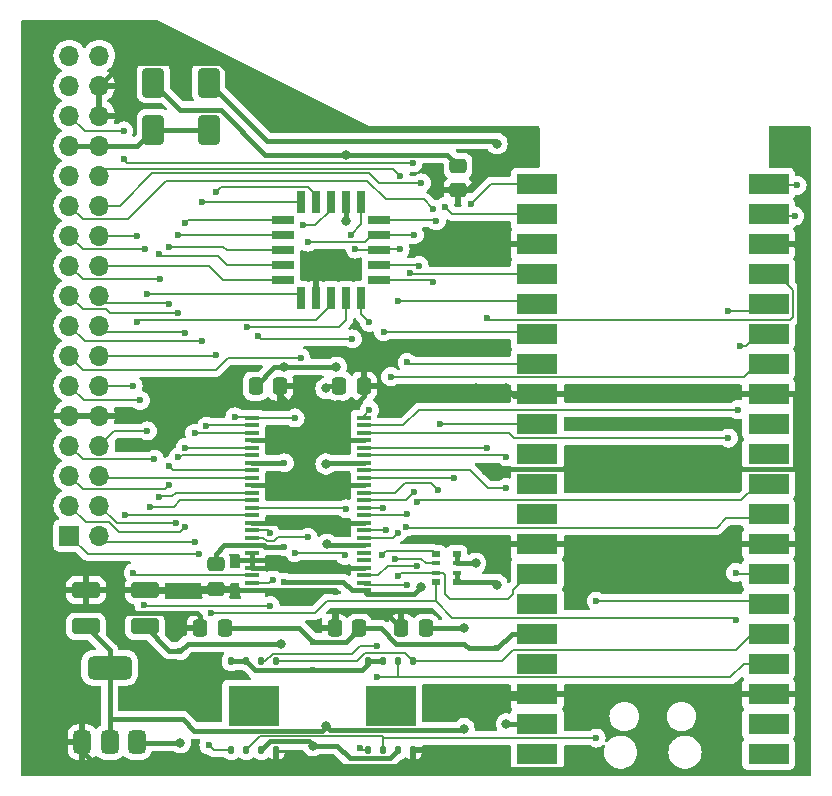
<source format=gtl>
G04 #@! TF.GenerationSoftware,KiCad,Pcbnew,8.0.9*
G04 #@! TF.CreationDate,2025-05-10T12:34:34+01:00*
G04 #@! TF.ProjectId,megaflash,6d656761-666c-4617-9368-2e6b69636164,rev?*
G04 #@! TF.SameCoordinates,Original*
G04 #@! TF.FileFunction,Copper,L1,Top*
G04 #@! TF.FilePolarity,Positive*
%FSLAX46Y46*%
G04 Gerber Fmt 4.6, Leading zero omitted, Abs format (unit mm)*
G04 Created by KiCad (PCBNEW 8.0.9) date 2025-05-10 12:34:34*
%MOMM*%
%LPD*%
G01*
G04 APERTURE LIST*
G04 Aperture macros list*
%AMRoundRect*
0 Rectangle with rounded corners*
0 $1 Rounding radius*
0 $2 $3 $4 $5 $6 $7 $8 $9 X,Y pos of 4 corners*
0 Add a 4 corners polygon primitive as box body*
4,1,4,$2,$3,$4,$5,$6,$7,$8,$9,$2,$3,0*
0 Add four circle primitives for the rounded corners*
1,1,$1+$1,$2,$3*
1,1,$1+$1,$4,$5*
1,1,$1+$1,$6,$7*
1,1,$1+$1,$8,$9*
0 Add four rect primitives between the rounded corners*
20,1,$1+$1,$2,$3,$4,$5,0*
20,1,$1+$1,$4,$5,$6,$7,0*
20,1,$1+$1,$6,$7,$8,$9,0*
20,1,$1+$1,$8,$9,$2,$3,0*%
G04 Aperture macros list end*
G04 #@! TA.AperFunction,SMDPad,CuDef*
%ADD10R,3.500000X1.700000*%
G04 #@! TD*
G04 #@! TA.AperFunction,SMDPad,CuDef*
%ADD11R,1.200000X0.400000*%
G04 #@! TD*
G04 #@! TA.AperFunction,SMDPad,CuDef*
%ADD12RoundRect,0.250000X0.337500X0.475000X-0.337500X0.475000X-0.337500X-0.475000X0.337500X-0.475000X0*%
G04 #@! TD*
G04 #@! TA.AperFunction,SMDPad,CuDef*
%ADD13RoundRect,0.125000X0.125000X-0.200000X0.125000X0.200000X-0.125000X0.200000X-0.125000X-0.200000X0*%
G04 #@! TD*
G04 #@! TA.AperFunction,HeatsinkPad*
%ADD14R,4.300000X3.400000*%
G04 #@! TD*
G04 #@! TA.AperFunction,SMDPad,CuDef*
%ADD15RoundRect,0.250000X0.925000X-0.412500X0.925000X0.412500X-0.925000X0.412500X-0.925000X-0.412500X0*%
G04 #@! TD*
G04 #@! TA.AperFunction,ComponentPad*
%ADD16R,1.700000X1.700000*%
G04 #@! TD*
G04 #@! TA.AperFunction,ComponentPad*
%ADD17O,1.700000X1.700000*%
G04 #@! TD*
G04 #@! TA.AperFunction,SMDPad,CuDef*
%ADD18RoundRect,0.375000X0.375000X-0.625000X0.375000X0.625000X-0.375000X0.625000X-0.375000X-0.625000X0*%
G04 #@! TD*
G04 #@! TA.AperFunction,SMDPad,CuDef*
%ADD19RoundRect,0.500000X1.400000X-0.500000X1.400000X0.500000X-1.400000X0.500000X-1.400000X-0.500000X0*%
G04 #@! TD*
G04 #@! TA.AperFunction,SMDPad,CuDef*
%ADD20R,0.700000X1.925000*%
G04 #@! TD*
G04 #@! TA.AperFunction,SMDPad,CuDef*
%ADD21R,1.925000X0.700000*%
G04 #@! TD*
G04 #@! TA.AperFunction,SMDPad,CuDef*
%ADD22RoundRect,0.250000X-0.337500X-0.475000X0.337500X-0.475000X0.337500X0.475000X-0.337500X0.475000X0*%
G04 #@! TD*
G04 #@! TA.AperFunction,SMDPad,CuDef*
%ADD23RoundRect,0.250000X-0.475000X0.337500X-0.475000X-0.337500X0.475000X-0.337500X0.475000X0.337500X0*%
G04 #@! TD*
G04 #@! TA.AperFunction,SMDPad,CuDef*
%ADD24RoundRect,0.250000X-0.650000X1.000000X-0.650000X-1.000000X0.650000X-1.000000X0.650000X1.000000X0*%
G04 #@! TD*
G04 #@! TA.AperFunction,SMDPad,CuDef*
%ADD25R,0.800000X0.500000*%
G04 #@! TD*
G04 #@! TA.AperFunction,SMDPad,CuDef*
%ADD26R,0.800000X0.400000*%
G04 #@! TD*
G04 #@! TA.AperFunction,ViaPad*
%ADD27C,0.800000*%
G04 #@! TD*
G04 #@! TA.AperFunction,ViaPad*
%ADD28C,0.600000*%
G04 #@! TD*
G04 #@! TA.AperFunction,Conductor*
%ADD29C,0.400000*%
G04 #@! TD*
G04 #@! TA.AperFunction,Conductor*
%ADD30C,0.200000*%
G04 #@! TD*
G04 APERTURE END LIST*
D10*
X130790000Y-112130000D03*
X130790000Y-109590000D03*
X130790000Y-107050000D03*
X130790000Y-104510000D03*
X130790000Y-101970000D03*
X130790000Y-99430000D03*
X130790000Y-96890000D03*
X130790000Y-94350000D03*
X130790000Y-91810000D03*
X130790000Y-89270000D03*
X130790000Y-86730000D03*
X130790000Y-84190000D03*
X130790000Y-81650000D03*
X130790000Y-79110000D03*
X130790000Y-76570000D03*
X130790000Y-74030000D03*
X130790000Y-71490000D03*
X130790000Y-68950000D03*
X130790000Y-66410000D03*
X130790000Y-63870000D03*
X111210000Y-63870000D03*
X111210000Y-66410000D03*
X111210000Y-68950000D03*
X111210000Y-71490000D03*
X111210000Y-74030000D03*
X111210000Y-76570000D03*
X111210000Y-79110000D03*
X111210000Y-81650000D03*
X111210000Y-84190000D03*
X111210000Y-86730000D03*
X111210000Y-89270000D03*
X111210000Y-91810000D03*
X111210000Y-94350000D03*
X111210000Y-96890000D03*
X111210000Y-99430000D03*
X111210000Y-101970000D03*
X111210000Y-104510000D03*
X111210000Y-107050000D03*
X111210000Y-109590000D03*
X111210000Y-112130000D03*
D11*
X96500000Y-98302500D03*
X96500000Y-97667500D03*
X96500000Y-97032500D03*
X96500000Y-96397500D03*
X96500000Y-95762500D03*
X96500000Y-95127500D03*
X96500000Y-94492500D03*
X96500000Y-93857500D03*
X96500000Y-93222500D03*
X96500000Y-92587500D03*
X96500000Y-91952500D03*
X96500000Y-91317500D03*
X96500000Y-90682500D03*
X96500000Y-90047500D03*
X96500000Y-89412500D03*
X96500000Y-88777500D03*
X96500000Y-88142500D03*
X96500000Y-87507500D03*
X96500000Y-86872500D03*
X96500000Y-86237500D03*
X96500000Y-85602500D03*
X96500000Y-84967500D03*
X96500000Y-84332500D03*
X96500000Y-83697500D03*
X87100000Y-83697500D03*
X87100000Y-84332500D03*
X87100000Y-84967500D03*
X87100000Y-85602500D03*
X87100000Y-86237500D03*
X87100000Y-86872500D03*
X87100000Y-87507500D03*
X87100000Y-88142500D03*
X87100000Y-88777500D03*
X87100000Y-89412500D03*
X87100000Y-90047500D03*
X87100000Y-90682500D03*
X87100000Y-91317500D03*
X87100000Y-91952500D03*
X87100000Y-92587500D03*
X87100000Y-93222500D03*
X87100000Y-93857500D03*
X87100000Y-94492500D03*
X87100000Y-95127500D03*
X87100000Y-95762500D03*
X87100000Y-96397500D03*
X87100000Y-97032500D03*
X87100000Y-97667500D03*
X87100000Y-98302500D03*
D12*
X96137500Y-101500000D03*
X94062500Y-101500000D03*
D13*
X96895000Y-111800000D03*
X98165000Y-111800000D03*
X99435000Y-111800000D03*
X100705000Y-111800000D03*
X100705000Y-104300000D03*
X99435000Y-104300000D03*
X98165000Y-104300000D03*
X96895000Y-104300000D03*
D14*
X98800000Y-108050000D03*
D15*
X73000000Y-101337500D03*
X73000000Y-98262500D03*
D12*
X101775000Y-101500000D03*
X99700000Y-101500000D03*
D16*
X71600000Y-93660000D03*
D17*
X74140000Y-93660000D03*
X71600000Y-91120000D03*
X74140000Y-91120000D03*
X71600000Y-88580000D03*
X74140000Y-88580000D03*
X71600000Y-86040000D03*
X74140000Y-86040000D03*
X71600000Y-83500000D03*
X74140000Y-83500000D03*
X71600000Y-80960000D03*
X74140000Y-80960000D03*
X71600000Y-78420000D03*
X74140000Y-78420000D03*
X71600000Y-75880000D03*
X74140000Y-75880000D03*
X71600000Y-73340000D03*
X74140000Y-73340000D03*
X71600000Y-70800000D03*
X74140000Y-70800000D03*
X71600000Y-68260000D03*
X74140000Y-68260000D03*
X71600000Y-65720000D03*
X74140000Y-65720000D03*
X71600000Y-63180000D03*
X74140000Y-63180000D03*
X71600000Y-60640000D03*
X74140000Y-60640000D03*
X71600000Y-58100000D03*
X74140000Y-58100000D03*
X71600000Y-55560000D03*
X74140000Y-55560000D03*
X71600000Y-53020000D03*
X74140000Y-53020000D03*
D18*
X72700000Y-111150000D03*
X75000000Y-111150000D03*
D19*
X75000000Y-104850000D03*
D18*
X77300000Y-111150000D03*
D12*
X84737500Y-101500000D03*
X82662500Y-101500000D03*
D20*
X93750000Y-65447500D03*
X92480000Y-65447500D03*
X91210000Y-65447500D03*
D21*
X89697500Y-66960000D03*
X89697500Y-68230000D03*
X89697500Y-69500000D03*
X89697500Y-70770000D03*
X89697500Y-72040000D03*
D20*
X91210000Y-73552500D03*
X92480000Y-73552500D03*
X93750000Y-73552500D03*
X95020000Y-73552500D03*
X96290000Y-73552500D03*
D21*
X97802500Y-72040000D03*
X97802500Y-70770000D03*
X97802500Y-69500000D03*
X97802500Y-68230000D03*
X97802500Y-66960000D03*
D20*
X96290000Y-65447500D03*
X95020000Y-65447500D03*
D22*
X94462500Y-81000000D03*
X96537500Y-81000000D03*
D23*
X84000000Y-96062500D03*
X84000000Y-98137500D03*
D24*
X78700000Y-55300000D03*
X78700000Y-59300000D03*
D23*
X104500000Y-62325000D03*
X104500000Y-64400000D03*
D15*
X78000000Y-101337500D03*
X78000000Y-98262500D03*
D25*
X102600000Y-95200000D03*
D26*
X102600000Y-96000000D03*
X102600000Y-96800000D03*
D25*
X102600000Y-97600000D03*
X104400000Y-97600000D03*
D26*
X104400000Y-96800000D03*
X104400000Y-96000000D03*
D25*
X104400000Y-95200000D03*
D13*
X85295000Y-111800000D03*
X86565000Y-111800000D03*
X87835000Y-111800000D03*
X89105000Y-111800000D03*
X89105000Y-104300000D03*
X87835000Y-104300000D03*
X86565000Y-104300000D03*
X85295000Y-104300000D03*
D14*
X87200000Y-108050000D03*
D22*
X87362500Y-81000000D03*
X89437500Y-81000000D03*
D24*
X83400000Y-55300000D03*
X83400000Y-59300000D03*
D27*
X94000000Y-113200000D03*
D28*
X94200000Y-89400000D03*
X94200000Y-85600000D03*
D27*
X106799994Y-94329994D03*
X92630000Y-82400000D03*
X106999992Y-107400000D03*
X69800000Y-98200000D03*
D28*
X69800000Y-111200000D03*
X92630000Y-71600000D03*
X104800000Y-112800000D03*
D27*
X108600000Y-81200000D03*
D28*
X94390000Y-82442808D03*
X115400000Y-112800000D03*
D27*
X106870000Y-88200000D03*
D28*
X94200000Y-98400000D03*
X115400000Y-94400000D03*
D27*
X92400000Y-58800000D03*
D28*
X94200000Y-92600000D03*
X115400000Y-107050000D03*
D27*
X106000000Y-81200000D03*
X108600000Y-69000000D03*
D28*
X94200000Y-96400000D03*
D27*
X108600000Y-62830000D03*
D28*
X94200000Y-100000000D03*
D27*
X107800000Y-97800000D03*
D28*
X107830000Y-103200000D03*
D27*
X92200000Y-111430000D03*
D28*
X92200000Y-102625000D03*
X92200000Y-105000000D03*
D27*
X89528666Y-102845000D03*
X94200000Y-79400000D03*
X101400000Y-98000000D03*
D28*
X89800000Y-97600000D03*
D27*
X81000000Y-111200000D03*
X106000000Y-96000000D03*
X95000000Y-61400000D03*
D28*
X89800000Y-87500000D03*
D27*
X89800000Y-79400000D03*
D28*
X89800000Y-94600000D03*
X81000000Y-103400004D03*
D27*
X95000000Y-67000000D03*
X93400000Y-94400000D03*
X93330000Y-109818000D03*
X93330000Y-87600000D03*
X105000000Y-110000000D03*
X93330000Y-81200000D03*
X105000000Y-101500000D03*
X108600000Y-109600000D03*
X107800000Y-60473591D03*
D28*
X82600000Y-95200000D03*
X83200000Y-84400000D03*
X79200000Y-90400000D03*
X78800000Y-87200000D03*
X78200001Y-73199999D03*
X78000000Y-69400000D03*
X81400000Y-67200000D03*
X81400000Y-76540000D03*
X80600000Y-92603000D03*
X80800000Y-87000000D03*
X80000000Y-69200000D03*
X80000000Y-74070000D03*
X84000000Y-78400000D03*
X84000000Y-64600000D03*
X82800000Y-65447500D03*
X82799999Y-77199999D03*
X99600000Y-63200000D03*
X99600000Y-69400000D03*
X95560000Y-77000000D03*
X87600000Y-76800000D03*
X88600000Y-93417500D03*
X95800000Y-69400000D03*
X79200000Y-69800000D03*
X79250000Y-71950000D03*
X80000000Y-89400000D03*
X80000000Y-87800000D03*
X77900000Y-99500000D03*
X88800000Y-97400000D03*
X77600000Y-82200000D03*
X88600000Y-99600000D03*
X76270000Y-91900000D03*
X77340000Y-75600000D03*
X77340000Y-68260000D03*
X80800000Y-68200000D03*
X80800000Y-74800000D03*
X102400000Y-72220000D03*
X102400000Y-66000000D03*
X81400000Y-92930000D03*
X81400000Y-86200000D03*
X77000000Y-96800000D03*
X77000000Y-81000000D03*
X91200000Y-78600000D03*
X91400000Y-67400000D03*
X82200000Y-94200000D03*
X82200000Y-85000000D03*
X100700000Y-62100000D03*
X76200000Y-59400000D03*
X100800012Y-68200012D03*
X91800000Y-93800000D03*
X91800000Y-68800000D03*
X76200000Y-61800000D03*
X78400000Y-91200000D03*
X78200000Y-84800000D03*
X101200000Y-70800000D03*
X101400000Y-63800000D03*
X99400000Y-73800000D03*
X99400000Y-93400000D03*
X85600000Y-83600000D03*
X90702500Y-95102500D03*
X86600000Y-76000000D03*
X94902500Y-95322500D03*
X90702500Y-83697500D03*
X98097500Y-95322500D03*
X99200000Y-95600000D03*
X95400000Y-68200000D03*
X95000000Y-91400000D03*
X104200000Y-88800000D03*
X105600000Y-65600000D03*
X100200000Y-91800000D03*
X100200000Y-79000000D03*
X97000000Y-75600000D03*
X97000000Y-83000000D03*
X100800000Y-90000000D03*
X100400000Y-71400000D03*
X98400000Y-93200000D03*
X98800012Y-80200000D03*
X108600000Y-87000000D03*
X133000000Y-66600000D03*
X100107245Y-92928504D03*
X100200000Y-97800000D03*
X127400000Y-85400000D03*
X127400000Y-74600000D03*
X101000000Y-96200000D03*
X101000000Y-90800000D03*
X133200000Y-64000000D03*
X108600000Y-89600000D03*
X128400000Y-77600000D03*
X128200000Y-83000000D03*
X98200000Y-76400000D03*
X98117500Y-91317500D03*
X106970000Y-75200000D03*
X106970000Y-86237498D03*
X102800000Y-89800000D03*
X103400000Y-65800000D03*
X102670000Y-67000000D03*
X103000000Y-84190000D03*
X96200000Y-111600000D03*
X99400000Y-97100000D03*
X83600000Y-100200000D03*
X128000000Y-100800000D03*
X83400000Y-111400000D03*
X127999982Y-96800000D03*
X116200000Y-99200000D03*
X116200000Y-110800000D03*
X97600000Y-103000000D03*
X97600000Y-105600000D03*
D29*
X87100000Y-95127500D02*
X87100000Y-95762500D01*
X87100000Y-95762500D02*
X87100000Y-96397500D01*
X133000000Y-81600000D02*
X133000000Y-87920000D01*
X114820000Y-113380000D02*
X115400000Y-112800000D01*
X96500000Y-96397500D02*
X94202500Y-96397500D01*
X92480000Y-71750000D02*
X92630000Y-71600000D01*
X94202500Y-85602500D02*
X94200000Y-85600000D01*
X87100000Y-89412500D02*
X94187500Y-89412500D01*
X108650000Y-68950000D02*
X108600000Y-69000000D01*
X115400000Y-81600000D02*
X129840000Y-81600000D01*
X92480000Y-73552500D02*
X92480000Y-71750000D01*
X133400000Y-69400000D02*
X133400000Y-81200000D01*
X92400000Y-58800000D02*
X89476166Y-58800000D01*
X72700000Y-111150000D02*
X72700000Y-111900000D01*
X89476166Y-58800000D02*
X84326166Y-53650000D01*
X89400000Y-113200000D02*
X100400000Y-113200000D01*
X84000000Y-98137500D02*
X84165000Y-98302500D01*
X109200000Y-81800000D02*
X108600000Y-81200000D01*
X115400000Y-107050000D02*
X129890000Y-107050000D01*
X94212500Y-92587500D02*
X94200000Y-92600000D01*
X89105000Y-111800000D02*
X89105000Y-112695000D01*
X112110000Y-68950000D02*
X108650000Y-68950000D01*
X76600000Y-100200000D02*
X82400000Y-100200000D01*
X82662500Y-100462500D02*
X82662500Y-101500000D01*
X89105000Y-112695000D02*
X89000000Y-112800000D01*
X95957192Y-82442808D02*
X94390000Y-82442808D01*
X107070000Y-88000000D02*
X106870000Y-88200000D01*
X132950000Y-68950000D02*
X133400000Y-69400000D01*
X73000000Y-98262500D02*
X75800000Y-98262500D01*
X129640000Y-69200000D02*
X129890000Y-68950000D01*
X96537500Y-81000000D02*
X96537500Y-81862500D01*
X94187500Y-92587500D02*
X94200000Y-92600000D01*
X115400000Y-94400000D02*
X129840000Y-94400000D01*
X78000000Y-98262500D02*
X78062500Y-98325000D01*
X104800000Y-112800000D02*
X105380000Y-113380000D01*
X73000000Y-98262500D02*
X69862500Y-98262500D01*
X94200000Y-100000000D02*
X94200000Y-101362500D01*
X87100000Y-85602500D02*
X94197500Y-85602500D01*
X94197500Y-96397500D02*
X94200000Y-96400000D01*
X87100000Y-96397500D02*
X94197500Y-96397500D01*
X72700000Y-111150000D02*
X69850000Y-111150000D01*
X94197500Y-85602500D02*
X94200000Y-85600000D01*
X73600000Y-112800000D02*
X89000000Y-112800000D01*
X129890000Y-81650000D02*
X132950000Y-81650000D01*
X96500000Y-85602500D02*
X94202500Y-85602500D01*
X112160000Y-94400000D02*
X112110000Y-94350000D01*
X76050000Y-53650000D02*
X74140000Y-55560000D01*
X105225000Y-64400000D02*
X106795000Y-62830000D01*
X78062500Y-98325000D02*
X83812500Y-98325000D01*
X129840000Y-81600000D02*
X129890000Y-81650000D01*
X129890000Y-68950000D02*
X132950000Y-68950000D01*
X106000000Y-81200000D02*
X108600000Y-81200000D01*
X75800000Y-98262500D02*
X75800000Y-99400000D01*
X94200000Y-101362500D02*
X94062500Y-101500000D01*
X106820000Y-94350000D02*
X106799994Y-94329994D01*
X127600000Y-88000000D02*
X115400000Y-88000000D01*
X133000000Y-87920000D02*
X132920000Y-88000000D01*
X69850000Y-111150000D02*
X69800000Y-111200000D01*
X89000000Y-112800000D02*
X89400000Y-113200000D01*
X111960000Y-81800000D02*
X109200000Y-81800000D01*
X94347192Y-82400000D02*
X94390000Y-82442808D01*
X74140000Y-83500000D02*
X71600000Y-83500000D01*
X89437500Y-81000000D02*
X89437500Y-81725000D01*
X132950000Y-81650000D02*
X133000000Y-81600000D01*
X112110000Y-107050000D02*
X111760000Y-107400000D01*
X83812500Y-98325000D02*
X84000000Y-98137500D01*
X105380000Y-113380000D02*
X114820000Y-113380000D01*
X82400000Y-100200000D02*
X82662500Y-100462500D01*
X112110000Y-94350000D02*
X106820000Y-94350000D01*
X115400000Y-81600000D02*
X112160000Y-81600000D01*
X98200000Y-100000000D02*
X99700000Y-101500000D01*
X84165000Y-98302500D02*
X87100000Y-98302500D01*
X75800000Y-98262500D02*
X78000000Y-98262500D01*
X115400000Y-88000000D02*
X107070000Y-88000000D01*
X100705000Y-111800000D02*
X100705000Y-112705000D01*
X133400000Y-81200000D02*
X133000000Y-81600000D01*
X112360000Y-69200000D02*
X112110000Y-68950000D01*
X100800000Y-112800000D02*
X104800000Y-112800000D01*
X94202500Y-96397500D02*
X94200000Y-96400000D01*
X104500000Y-64400000D02*
X105225000Y-64400000D01*
X100705000Y-112705000D02*
X100800000Y-112800000D01*
X96500000Y-92587500D02*
X94212500Y-92587500D01*
X129840000Y-94400000D02*
X129890000Y-94350000D01*
X94200000Y-100000000D02*
X98200000Y-100000000D01*
X112110000Y-107050000D02*
X115400000Y-107050000D01*
X132920000Y-88000000D02*
X127600000Y-88000000D01*
X90112500Y-82400000D02*
X94347192Y-82400000D01*
X96500000Y-89412500D02*
X94212500Y-89412500D01*
X72700000Y-111900000D02*
X73600000Y-112800000D01*
X112110000Y-81650000D02*
X111960000Y-81800000D01*
X112160000Y-81600000D02*
X112110000Y-81650000D01*
X94212500Y-89412500D02*
X94200000Y-89400000D01*
X100400000Y-113200000D02*
X100800000Y-112800000D01*
X84326166Y-53650000D02*
X76050000Y-53650000D01*
X94187500Y-89412500D02*
X94200000Y-89400000D01*
X96537500Y-81862500D02*
X95957192Y-82442808D01*
X69862500Y-98262500D02*
X69800000Y-98200000D01*
X75800000Y-99400000D02*
X76600000Y-100200000D01*
X106795000Y-62830000D02*
X108600000Y-62830000D01*
X94102500Y-98302500D02*
X94200000Y-98400000D01*
X111760000Y-107400000D02*
X106999992Y-107400000D01*
X87100000Y-98302500D02*
X94102500Y-98302500D01*
X87100000Y-92587500D02*
X94187500Y-92587500D01*
X115400000Y-94400000D02*
X112160000Y-94400000D01*
X89437500Y-81725000D02*
X90112500Y-82400000D01*
X87290000Y-105025000D02*
X92175000Y-105025000D01*
X96137500Y-101500000D02*
X97961334Y-101500000D01*
X86565000Y-104300000D02*
X87290000Y-105025000D01*
X107600000Y-97600000D02*
X107800000Y-97800000D01*
X87835000Y-111800000D02*
X88560000Y-111075000D01*
X109060000Y-101970000D02*
X107830000Y-103200000D01*
X96895000Y-104300000D02*
X98165000Y-104300000D01*
X92200000Y-102625000D02*
X91075000Y-101500000D01*
X91075000Y-101500000D02*
X84737500Y-101500000D01*
X92200000Y-111430000D02*
X94230000Y-111430000D01*
X94230000Y-111430000D02*
X95325000Y-112525000D01*
X92200000Y-105000000D02*
X96400000Y-105000000D01*
X105000000Y-102800000D02*
X105400000Y-103200000D01*
X95012500Y-102625000D02*
X92200000Y-102625000D01*
X112110000Y-101970000D02*
X109060000Y-101970000D01*
X85295000Y-104300000D02*
X86565000Y-104300000D01*
X96895000Y-104505000D02*
X96895000Y-104300000D01*
X97961334Y-101500000D02*
X99261334Y-102800000D01*
X105400000Y-103200000D02*
X107830000Y-103200000D01*
X98710000Y-112525000D02*
X99435000Y-111800000D01*
X96137500Y-101500000D02*
X95012500Y-102625000D01*
X99261334Y-102800000D02*
X105000000Y-102800000D01*
X92175000Y-105025000D02*
X92200000Y-105000000D01*
X104400000Y-96800000D02*
X104400000Y-97600000D01*
X104400000Y-97600000D02*
X107600000Y-97600000D01*
X95325000Y-112525000D02*
X98710000Y-112525000D01*
X91845000Y-111075000D02*
X92200000Y-111430000D01*
X88560000Y-111075000D02*
X91845000Y-111075000D01*
X96400000Y-105000000D02*
X96895000Y-104505000D01*
X89792500Y-87507500D02*
X89800000Y-87500000D01*
X89800000Y-97600000D02*
X94800000Y-97600000D01*
X96797500Y-98600000D02*
X100800000Y-98600000D01*
X80062504Y-103400004D02*
X81000000Y-103400004D01*
X104500000Y-62300000D02*
X103600000Y-61400000D01*
X95000000Y-65467500D02*
X95020000Y-65447500D01*
X84400000Y-57600000D02*
X81000000Y-57600000D01*
X81600004Y-102800000D02*
X89483666Y-102800000D01*
X100800000Y-98600000D02*
X101400000Y-98000000D01*
X103600000Y-61400000D02*
X88200000Y-61400000D01*
X95000000Y-67000000D02*
X95000000Y-65467500D01*
X87100000Y-87507500D02*
X89792500Y-87507500D01*
X89483666Y-102800000D02*
X89528666Y-102845000D01*
X78000000Y-101337500D02*
X80062504Y-103400004D01*
X84707500Y-94492500D02*
X84000000Y-95200000D01*
X81000000Y-111200000D02*
X77350000Y-111200000D01*
X77350000Y-111200000D02*
X77300000Y-111150000D01*
X87100000Y-94492500D02*
X88038755Y-94492500D01*
X88038755Y-94492500D02*
X88146255Y-94600000D01*
X104500000Y-62325000D02*
X104500000Y-62300000D01*
X87362500Y-81000000D02*
X88962500Y-79400000D01*
X104400000Y-95200000D02*
X104400000Y-96000000D01*
X84000000Y-95200000D02*
X84000000Y-96062500D01*
X88146255Y-94600000D02*
X89800000Y-94600000D01*
X94800000Y-97600000D02*
X95502500Y-98302500D01*
X88962500Y-79400000D02*
X94200000Y-79400000D01*
X88200000Y-61400000D02*
X84400000Y-57600000D01*
X81000000Y-103400004D02*
X81600004Y-102800000D01*
X81000000Y-57600000D02*
X78700000Y-55300000D01*
X87100000Y-94492500D02*
X84707500Y-94492500D01*
X95502500Y-98302500D02*
X96500000Y-98302500D01*
X96500000Y-98302500D02*
X96797500Y-98600000D01*
X104400000Y-96000000D02*
X106000000Y-96000000D01*
X81200000Y-109200000D02*
X82173000Y-110173000D01*
X104850000Y-110150000D02*
X105000000Y-110000000D01*
X75000000Y-109200000D02*
X75000000Y-111150000D01*
X93492500Y-94492500D02*
X93400000Y-94400000D01*
X93662000Y-110150000D02*
X104850000Y-110150000D01*
X93422500Y-87507500D02*
X93330000Y-87600000D01*
X75000000Y-104850000D02*
X75000000Y-109200000D01*
X75000000Y-109200000D02*
X81200000Y-109200000D01*
X93330000Y-109818000D02*
X93662000Y-110150000D01*
X73000000Y-101337500D02*
X75000000Y-103337500D01*
X93530000Y-81000000D02*
X93330000Y-81200000D01*
X94462500Y-81000000D02*
X93530000Y-81000000D01*
X96500000Y-87507500D02*
X93422500Y-87507500D01*
X101775000Y-101500000D02*
X105000000Y-101500000D01*
X92975000Y-110173000D02*
X93330000Y-109818000D01*
X82173000Y-110173000D02*
X92975000Y-110173000D01*
X75000000Y-103337500D02*
X75000000Y-104850000D01*
X96500000Y-94492500D02*
X93492500Y-94492500D01*
X71600000Y-60640000D02*
X74140000Y-60640000D01*
X78700000Y-59300000D02*
X83400000Y-59300000D01*
X74140000Y-60640000D02*
X77360000Y-60640000D01*
X77360000Y-60640000D02*
X78700000Y-59300000D01*
X83400000Y-55300000D02*
X88340000Y-60240000D01*
X107566409Y-60240000D02*
X107800000Y-60473591D01*
X112120000Y-109600000D02*
X112110000Y-109590000D01*
X108610000Y-109590000D02*
X108600000Y-109600000D01*
X112110000Y-109590000D02*
X108610000Y-109590000D01*
X88340000Y-60240000D02*
X107566409Y-60240000D01*
D30*
X83267500Y-84332500D02*
X83200000Y-84400000D01*
X73140000Y-95200000D02*
X82600000Y-95200000D01*
X71600000Y-93660000D02*
X73140000Y-95200000D01*
X87100000Y-84332500D02*
X83267500Y-84332500D01*
X80584876Y-90047500D02*
X80302376Y-90330000D01*
X72760000Y-87200000D02*
X78800000Y-87200000D01*
X80302376Y-90330000D02*
X79270000Y-90330000D01*
X79270000Y-90330000D02*
X79200000Y-90400000D01*
X71600000Y-86040000D02*
X72760000Y-87200000D01*
X87100000Y-90047500D02*
X80584876Y-90047500D01*
X91210000Y-73552500D02*
X90857499Y-73199999D01*
X72750000Y-69410000D02*
X77990000Y-69410000D01*
X71600000Y-68260000D02*
X72750000Y-69410000D01*
X77990000Y-69410000D02*
X78000000Y-69400000D01*
X90857499Y-73199999D02*
X78200001Y-73199999D01*
X81260000Y-76400000D02*
X81400000Y-76540000D01*
X74140000Y-75880000D02*
X74660000Y-76400000D01*
X81400000Y-67200000D02*
X81640000Y-66960000D01*
X74660000Y-76400000D02*
X81260000Y-76400000D01*
X81640000Y-66960000D02*
X89697500Y-66960000D01*
X74140000Y-70800000D02*
X83400000Y-70800000D01*
X83400000Y-70800000D02*
X84640000Y-72040000D01*
X84640000Y-72040000D02*
X89697500Y-72040000D01*
X81127500Y-86872500D02*
X87100000Y-86872500D01*
X74140000Y-91120000D02*
X75623000Y-92603000D01*
X75623000Y-92603000D02*
X80600000Y-92603000D01*
X81000000Y-87000000D02*
X81127500Y-86872500D01*
X80800000Y-87000000D02*
X81000000Y-87000000D01*
X84900000Y-69500000D02*
X84600000Y-69200000D01*
X79930000Y-74000000D02*
X80000000Y-74070000D01*
X74140000Y-73340000D02*
X74800000Y-74000000D01*
X84600000Y-69200000D02*
X80000000Y-69200000D01*
X89697500Y-69500000D02*
X84900000Y-69500000D01*
X74800000Y-74000000D02*
X79930000Y-74000000D01*
X92480000Y-65447500D02*
X92480000Y-64835000D01*
X92480000Y-64835000D02*
X91830000Y-64185000D01*
X91830000Y-64185000D02*
X84415000Y-64185000D01*
X74140000Y-78420000D02*
X83980000Y-78420000D01*
X84415000Y-64185000D02*
X84000000Y-64600000D01*
X83980000Y-78420000D02*
X84000000Y-78400000D01*
X71600000Y-75880000D02*
X72920000Y-77200000D01*
X82799998Y-77200000D02*
X82799999Y-77199999D01*
X91210000Y-65447500D02*
X82800000Y-65447500D01*
X82400000Y-77200000D02*
X82799998Y-77200000D01*
X72920000Y-77200000D02*
X82400000Y-77200000D01*
X95900000Y-69500000D02*
X95800000Y-69400000D01*
X97902500Y-69400000D02*
X97802500Y-69500000D01*
X74140000Y-63180000D02*
X74720000Y-62600000D01*
X87100000Y-93222500D02*
X88405000Y-93222500D01*
X99600000Y-69400000D02*
X97902500Y-69400000D01*
X88405000Y-93222500D02*
X88600000Y-93417500D01*
X87600000Y-76800000D02*
X87800000Y-77000000D01*
X99000000Y-62600000D02*
X99600000Y-63200000D01*
X87800000Y-77000000D02*
X95560000Y-77000000D01*
X74720000Y-62600000D02*
X99000000Y-62600000D01*
X97802500Y-69500000D02*
X95900000Y-69500000D01*
X79200000Y-69800000D02*
X79400000Y-70000000D01*
X79400000Y-70000000D02*
X84200000Y-70000000D01*
X84970000Y-70770000D02*
X89697500Y-70770000D01*
X79400000Y-71800000D02*
X79250000Y-71950000D01*
X84200000Y-70000000D02*
X84970000Y-70770000D01*
X71600000Y-70800000D02*
X72750000Y-71950000D01*
X72750000Y-71950000D02*
X79250000Y-71950000D01*
X80342500Y-88142500D02*
X87100000Y-88142500D01*
X80000000Y-87800000D02*
X80342500Y-88142500D01*
X72750000Y-89730000D02*
X79670000Y-89730000D01*
X79670000Y-89730000D02*
X80000000Y-89400000D01*
X71600000Y-88580000D02*
X72750000Y-89730000D01*
X72840000Y-82200000D02*
X77600000Y-82200000D01*
X78000000Y-99600000D02*
X88600000Y-99600000D01*
X71600000Y-80960000D02*
X72840000Y-82200000D01*
X77900000Y-99500000D02*
X78000000Y-99600000D01*
X88532500Y-97667500D02*
X87100000Y-97667500D01*
X88800000Y-97400000D02*
X88532500Y-97667500D01*
X87100000Y-91952500D02*
X76322500Y-91952500D01*
X76322500Y-91952500D02*
X76270000Y-91900000D01*
X77400000Y-68200000D02*
X77340000Y-68260000D01*
X77540000Y-75400000D02*
X77340000Y-75600000D01*
X92515000Y-75400000D02*
X77540000Y-75400000D01*
X93750000Y-74165000D02*
X92515000Y-75400000D01*
X74140000Y-68260000D02*
X77340000Y-68260000D01*
X93750000Y-73552500D02*
X93750000Y-74165000D01*
X75000000Y-74800000D02*
X81000000Y-74800000D01*
X72750000Y-74490000D02*
X74690000Y-74490000D01*
X80830000Y-68230000D02*
X89697500Y-68230000D01*
X74690000Y-74490000D02*
X75000000Y-74800000D01*
X80800000Y-68200000D02*
X80830000Y-68230000D01*
X81000000Y-74800000D02*
X80800000Y-74800000D01*
X71600000Y-73340000D02*
X72750000Y-74490000D01*
X96800000Y-63600000D02*
X98400000Y-65200000D01*
X97802500Y-72040000D02*
X102220000Y-72040000D01*
X76530000Y-66870000D02*
X79800000Y-63600000D01*
X72750000Y-66870000D02*
X76530000Y-66870000D01*
X71600000Y-65720000D02*
X72750000Y-66870000D01*
X101600000Y-65200000D02*
X102400000Y-66000000D01*
X102220000Y-72040000D02*
X102400000Y-72220000D01*
X79800000Y-63600000D02*
X96800000Y-63600000D01*
X98400000Y-65200000D02*
X101600000Y-65200000D01*
X81400000Y-86200000D02*
X81600000Y-86200000D01*
X81637500Y-86237500D02*
X87100000Y-86237500D01*
X81600000Y-86200000D02*
X81637500Y-86237500D01*
X72990000Y-92510000D02*
X74972448Y-92510000D01*
X71600000Y-91120000D02*
X72990000Y-92510000D01*
X75795448Y-93333000D02*
X80997000Y-93333000D01*
X74972448Y-92510000D02*
X75795448Y-93333000D01*
X80997000Y-93333000D02*
X81400000Y-92930000D01*
X77000000Y-96800000D02*
X77232500Y-97032500D01*
X76960000Y-80960000D02*
X77000000Y-81000000D01*
X77232500Y-97032500D02*
X87100000Y-97032500D01*
X74140000Y-80960000D02*
X76960000Y-80960000D01*
X85000000Y-78600000D02*
X91200000Y-78600000D01*
X91400000Y-67400000D02*
X92410000Y-67400000D01*
X92410000Y-67400000D02*
X93750000Y-66060000D01*
X84000000Y-79600000D02*
X85000000Y-78600000D01*
X71600000Y-78420000D02*
X72780000Y-79600000D01*
X93750000Y-66060000D02*
X93750000Y-65447500D01*
X72780000Y-79600000D02*
X84000000Y-79600000D01*
X82200000Y-85000000D02*
X87067500Y-85000000D01*
X82200000Y-94200000D02*
X74680000Y-94200000D01*
X82200000Y-94000000D02*
X82200000Y-94200000D01*
X87067500Y-85000000D02*
X87100000Y-84967500D01*
X74680000Y-94200000D02*
X74140000Y-93660000D01*
X97802500Y-68230000D02*
X97190000Y-68230000D01*
X76400000Y-59400000D02*
X76200000Y-59400000D01*
X100770024Y-68230000D02*
X100800012Y-68200012D01*
X91800000Y-93800000D02*
X89249876Y-93800000D01*
X96620000Y-68800000D02*
X91800000Y-68800000D01*
X88902376Y-94147500D02*
X88297624Y-94147500D01*
X89249876Y-93800000D02*
X88902376Y-94147500D01*
X76200000Y-61800000D02*
X76500000Y-62100000D01*
X71600000Y-58100000D02*
X72900000Y-59400000D01*
X97802500Y-68230000D02*
X100770024Y-68230000D01*
X72900000Y-59400000D02*
X76200000Y-59400000D01*
X88297624Y-94147500D02*
X88007624Y-93857500D01*
X88007624Y-93857500D02*
X87100000Y-93857500D01*
X97190000Y-68230000D02*
X96620000Y-68800000D01*
X76500000Y-62100000D02*
X100700000Y-62100000D01*
X74140000Y-86040000D02*
X75380000Y-84800000D01*
X75380000Y-84800000D02*
X78200000Y-84800000D01*
X81000000Y-90682500D02*
X80482500Y-91200000D01*
X80482500Y-91200000D02*
X78400000Y-91200000D01*
X87100000Y-90682500D02*
X81000000Y-90682500D01*
X74140000Y-88580000D02*
X74337500Y-88777500D01*
X74337500Y-88777500D02*
X87100000Y-88777500D01*
X74140000Y-65720000D02*
X75880000Y-65720000D01*
X101200000Y-70800000D02*
X101170000Y-70770000D01*
X101170000Y-70770000D02*
X97802500Y-70770000D01*
X75880000Y-65720000D02*
X78600000Y-63000000D01*
X97800000Y-63800000D02*
X101400000Y-63800000D01*
X97000000Y-63000000D02*
X97800000Y-63800000D01*
X78600000Y-63000000D02*
X97000000Y-63000000D01*
X111880000Y-73800000D02*
X112110000Y-74030000D01*
X99000000Y-93857500D02*
X99400000Y-93457500D01*
X99400000Y-73800000D02*
X111880000Y-73800000D01*
X99400000Y-93457500D02*
X99400000Y-93400000D01*
X96500000Y-93857500D02*
X99000000Y-93857500D01*
X85600000Y-83600000D02*
X87002500Y-83600000D01*
X90702500Y-95102500D02*
X94682500Y-95102500D01*
X87100000Y-83697500D02*
X90702500Y-83697500D01*
X102600000Y-95200000D02*
X102400000Y-95000000D01*
X94902500Y-95297500D02*
X94902500Y-95322500D01*
X98420000Y-95000000D02*
X98097500Y-95322500D01*
X94400000Y-76000000D02*
X86600000Y-76000000D01*
X95020000Y-75380000D02*
X94400000Y-76000000D01*
X95020000Y-73552500D02*
X95020000Y-75380000D01*
X90800000Y-83600000D02*
X90702500Y-83697500D01*
X94682500Y-95102500D02*
X94902500Y-95322500D01*
X87002500Y-83600000D02*
X87100000Y-83697500D01*
X95000000Y-95200000D02*
X94902500Y-95297500D01*
X102400000Y-95000000D02*
X98420000Y-95000000D01*
X99200000Y-95600000D02*
X101400000Y-95600000D01*
X96290000Y-67310000D02*
X95400000Y-68200000D01*
X96290000Y-65447500D02*
X96290000Y-67310000D01*
X101800000Y-96000000D02*
X102600000Y-96000000D01*
X101400000Y-95600000D02*
X101800000Y-96000000D01*
X95000000Y-91400000D02*
X94917500Y-91317500D01*
X94917500Y-91317500D02*
X87100000Y-91317500D01*
X107330000Y-63870000D02*
X112110000Y-63870000D01*
X104177500Y-88777500D02*
X104200000Y-88800000D01*
X105600000Y-65600000D02*
X107330000Y-63870000D01*
X96500000Y-88777500D02*
X104177500Y-88777500D01*
X100310000Y-79110000D02*
X100200000Y-79000000D01*
X100047500Y-91952500D02*
X100200000Y-91800000D01*
X112110000Y-79110000D02*
X100310000Y-79110000D01*
X96500000Y-91952500D02*
X100047500Y-91952500D01*
X96500000Y-83697500D02*
X96500000Y-83500000D01*
X96902500Y-83697500D02*
X96500000Y-83697500D01*
X96290000Y-74890000D02*
X97000000Y-75600000D01*
X96500000Y-83500000D02*
X97000000Y-83000000D01*
X96290000Y-73552500D02*
X96290000Y-74890000D01*
X100490000Y-71490000D02*
X100400000Y-71400000D01*
X100117500Y-90682500D02*
X100800000Y-90000000D01*
X112110000Y-71490000D02*
X100490000Y-71490000D01*
X96500000Y-90682500D02*
X100117500Y-90682500D01*
X129890000Y-79110000D02*
X128740000Y-80260000D01*
X96500000Y-93222500D02*
X98377500Y-93222500D01*
X98377500Y-93222500D02*
X98400000Y-93200000D01*
X128740000Y-80260000D02*
X98860012Y-80260000D01*
X98860012Y-80260000D02*
X98800012Y-80200000D01*
X129890000Y-66410000D02*
X131450000Y-66410000D01*
X129890000Y-66410000D02*
X130080000Y-66600000D01*
X106590407Y-86872500D02*
X108472500Y-86872500D01*
X108472500Y-86872500D02*
X108600000Y-87000000D01*
X130080000Y-66600000D02*
X133000000Y-66600000D01*
X96500000Y-86872500D02*
X106590407Y-86872500D01*
X96632500Y-97800000D02*
X100200000Y-97800000D01*
X127200000Y-92200000D02*
X126400000Y-93000000D01*
X96500000Y-97667500D02*
X96632500Y-97800000D01*
X129500000Y-92200000D02*
X127200000Y-92200000D01*
X100178741Y-93000000D02*
X100107245Y-92928504D01*
X126400000Y-93000000D02*
X100178741Y-93000000D01*
X129890000Y-91810000D02*
X129500000Y-92200000D01*
X108787500Y-84967500D02*
X109220000Y-85400000D01*
X129320000Y-74600000D02*
X127400000Y-74600000D01*
X96500000Y-84967500D02*
X108787500Y-84967500D01*
X126600010Y-85400000D02*
X127400000Y-85400000D01*
X109220000Y-85400000D02*
X126600010Y-85400000D01*
X129890000Y-74030000D02*
X129320000Y-74600000D01*
X101000000Y-90800000D02*
X101140000Y-90660000D01*
X98600000Y-96200000D02*
X101000000Y-96200000D01*
X101140000Y-90660000D02*
X128500000Y-90660000D01*
X97767500Y-97032500D02*
X98600000Y-96200000D01*
X128500000Y-90660000D02*
X129890000Y-89270000D01*
X96500000Y-97032500D02*
X97767500Y-97032500D01*
X105542500Y-88142500D02*
X107000000Y-89600000D01*
X133200000Y-64000000D02*
X130020000Y-64000000D01*
X129890000Y-63870000D02*
X129800000Y-63780000D01*
X130020000Y-64000000D02*
X129890000Y-63870000D01*
X107000000Y-89600000D02*
X108600000Y-89600000D01*
X129890000Y-63870000D02*
X130200000Y-63560000D01*
X96500000Y-88142500D02*
X105542500Y-88142500D01*
X128860000Y-77600000D02*
X128400000Y-77600000D01*
X129890000Y-76570000D02*
X128860000Y-77600000D01*
X99867500Y-84332500D02*
X101200000Y-83000000D01*
X96500000Y-84332500D02*
X99867500Y-84332500D01*
X101200000Y-83000000D02*
X128200000Y-83000000D01*
X96500000Y-91317500D02*
X98117500Y-91317500D01*
X98200000Y-91400000D02*
X98117500Y-91317500D01*
X111940000Y-76400000D02*
X112110000Y-76570000D01*
X98200000Y-76400000D02*
X111940000Y-76400000D01*
X129890000Y-71490000D02*
X131450000Y-71490000D01*
X131450000Y-71490000D02*
X132840000Y-72880000D01*
X106969998Y-86237500D02*
X106970000Y-86237498D01*
X132600000Y-75420000D02*
X107190000Y-75420000D01*
X107190000Y-75420000D02*
X106970000Y-75200000D01*
X132840000Y-75180000D02*
X132600000Y-75420000D01*
X96500000Y-86237500D02*
X106969998Y-86237500D01*
X132840000Y-72880000D02*
X132840000Y-75180000D01*
X112110000Y-66410000D02*
X104010000Y-66410000D01*
X99152500Y-90047500D02*
X100000000Y-89200000D01*
X96500000Y-90047500D02*
X99152500Y-90047500D01*
X100000000Y-89200000D02*
X102200000Y-89200000D01*
X104010000Y-66410000D02*
X103400000Y-65800000D01*
X102200000Y-89200000D02*
X102800000Y-89800000D01*
X112110000Y-84190000D02*
X103000000Y-84190000D01*
X102630000Y-66960000D02*
X102670000Y-67000000D01*
X97802500Y-66960000D02*
X102630000Y-66960000D01*
X103400000Y-97000000D02*
X103400000Y-98600000D01*
X96400000Y-111800000D02*
X96200000Y-111600000D01*
X102600000Y-96800000D02*
X103200000Y-96800000D01*
X108750766Y-99043230D02*
X109160000Y-98633996D01*
X109160000Y-98240000D02*
X110510000Y-96890000D01*
X102600000Y-96800000D02*
X99700000Y-96800000D01*
X110510000Y-96890000D02*
X112110000Y-96890000D01*
X103400000Y-98600000D02*
X103843230Y-99043230D01*
X103200000Y-96800000D02*
X103400000Y-97000000D01*
X96895000Y-111800000D02*
X96400000Y-111800000D01*
X109160000Y-98633996D02*
X109160000Y-98240000D01*
X99700000Y-96800000D02*
X99400000Y-97100000D01*
X103843230Y-99043230D02*
X108750766Y-99043230D01*
X128089982Y-96890000D02*
X127999982Y-96800000D01*
X92400000Y-100200000D02*
X93400000Y-99200000D01*
X129890000Y-96890000D02*
X128089982Y-96890000D01*
X83800000Y-111800000D02*
X83400000Y-111400000D01*
X102600000Y-99200000D02*
X104000000Y-100600000D01*
X83600000Y-100200000D02*
X92400000Y-100200000D01*
X104000000Y-100600000D02*
X127800000Y-100600000D01*
X85295000Y-111800000D02*
X83800000Y-111800000D01*
X102600000Y-97600000D02*
X102600000Y-99200000D01*
X127800000Y-100600000D02*
X128000000Y-100800000D01*
X93400000Y-99200000D02*
X102600000Y-99200000D01*
X129660000Y-99200000D02*
X129890000Y-99430000D01*
X98165000Y-111800000D02*
X98165000Y-110835000D01*
X116200000Y-99200000D02*
X129660000Y-99200000D01*
X87717000Y-110648000D02*
X98048000Y-110648000D01*
X98165000Y-110835000D02*
X98200000Y-110800000D01*
X98048000Y-110648000D02*
X98200000Y-110800000D01*
X86565000Y-111800000D02*
X87717000Y-110648000D01*
X98200000Y-110800000D02*
X116200000Y-110800000D01*
X96200000Y-103000000D02*
X97600000Y-103000000D01*
X97600000Y-105600000D02*
X97660000Y-105660000D01*
X127540000Y-105660000D02*
X128690000Y-104510000D01*
X95525000Y-103675000D02*
X96200000Y-103000000D01*
X99400000Y-105660000D02*
X127540000Y-105660000D01*
X99435000Y-104300000D02*
X99435000Y-105625000D01*
X88800494Y-103675000D02*
X95525000Y-103675000D01*
X87835000Y-104300000D02*
X88175494Y-104300000D01*
X97660000Y-105660000D02*
X99400000Y-105660000D01*
X99435000Y-105625000D02*
X99400000Y-105660000D01*
X128690000Y-104510000D02*
X129890000Y-104510000D01*
X88175494Y-104300000D02*
X88800494Y-103675000D01*
X89105000Y-104300000D02*
X95965494Y-104300000D01*
X128040000Y-103360000D02*
X129430000Y-101970000D01*
X109160000Y-103360000D02*
X128040000Y-103360000D01*
X95965494Y-104300000D02*
X96665494Y-103600000D01*
X96665494Y-103600000D02*
X100005000Y-103600000D01*
X129430000Y-101970000D02*
X129890000Y-101970000D01*
X100705000Y-104300000D02*
X108220000Y-104300000D01*
X108220000Y-104300000D02*
X109160000Y-103360000D01*
X100005000Y-103600000D02*
X100705000Y-104300000D01*
G04 #@! TA.AperFunction,Conductor*
G36*
X79026182Y-50013091D02*
G01*
X96999999Y-59000000D01*
X97000000Y-59000000D01*
X111276000Y-59000000D01*
X111343039Y-59019685D01*
X111388794Y-59072489D01*
X111400000Y-59124000D01*
X111400000Y-62395500D01*
X111380315Y-62462539D01*
X111327511Y-62508294D01*
X111276000Y-62519500D01*
X109412129Y-62519500D01*
X109412123Y-62519501D01*
X109352516Y-62525908D01*
X109217671Y-62576202D01*
X109217664Y-62576206D01*
X109102455Y-62662452D01*
X109102452Y-62662455D01*
X109016206Y-62777664D01*
X109016202Y-62777671D01*
X108965908Y-62912517D01*
X108961463Y-62953868D01*
X108959501Y-62972123D01*
X108959500Y-62972135D01*
X108959500Y-63145500D01*
X108939815Y-63212539D01*
X108887011Y-63258294D01*
X108835500Y-63269500D01*
X107250941Y-63269500D01*
X107233360Y-63274210D01*
X107233361Y-63274211D01*
X107098214Y-63310423D01*
X107098209Y-63310426D01*
X106961290Y-63389475D01*
X106961282Y-63389481D01*
X105737083Y-64613681D01*
X105675760Y-64647166D01*
X105649402Y-64650000D01*
X104750000Y-64650000D01*
X104750000Y-65487499D01*
X104759102Y-65496601D01*
X104792587Y-65557924D01*
X104794380Y-65593037D01*
X104794435Y-65593037D01*
X104794435Y-65594106D01*
X104794642Y-65598159D01*
X104794435Y-65599997D01*
X104794435Y-65600002D01*
X104802504Y-65671616D01*
X104790450Y-65740438D01*
X104743101Y-65791818D01*
X104679284Y-65809500D01*
X104317448Y-65809500D01*
X104250409Y-65789815D01*
X104204654Y-65737011D01*
X104194228Y-65699383D01*
X104185106Y-65618417D01*
X104197161Y-65549595D01*
X104220645Y-65516852D01*
X104250000Y-65487497D01*
X104250000Y-64650000D01*
X103275001Y-64650000D01*
X103275001Y-64787489D01*
X103285589Y-64891133D01*
X103272819Y-64959826D01*
X103224938Y-65010710D01*
X103203186Y-65020775D01*
X103050480Y-65074209D01*
X102897737Y-65170184D01*
X102837349Y-65230572D01*
X102776025Y-65264056D01*
X102708715Y-65259932D01*
X102579255Y-65214632D01*
X102579254Y-65214631D01*
X102579249Y-65214630D01*
X102492330Y-65204837D01*
X102427916Y-65177770D01*
X102418533Y-65169298D01*
X102087590Y-64838355D01*
X102087588Y-64838352D01*
X101968717Y-64719481D01*
X101968709Y-64719475D01*
X101875255Y-64665520D01*
X101875242Y-64665513D01*
X101872042Y-64663665D01*
X101823832Y-64613093D01*
X101810617Y-64544484D01*
X101836592Y-64479622D01*
X101868081Y-64451292D01*
X101902262Y-64429816D01*
X102029816Y-64302262D01*
X102125789Y-64149522D01*
X102185368Y-63979255D01*
X102193193Y-63909809D01*
X102205565Y-63800003D01*
X102205565Y-63799996D01*
X102185369Y-63620750D01*
X102185368Y-63620745D01*
X102142326Y-63497738D01*
X102125789Y-63450478D01*
X102029816Y-63297738D01*
X101902262Y-63170184D01*
X101840151Y-63131157D01*
X101749523Y-63074211D01*
X101579254Y-63014631D01*
X101579249Y-63014630D01*
X101400004Y-62994435D01*
X101399996Y-62994435D01*
X101220750Y-63014630D01*
X101220742Y-63014632D01*
X101194860Y-63023689D01*
X101125081Y-63027250D01*
X101065589Y-62993171D01*
X101061368Y-63039043D01*
X101018366Y-63094112D01*
X101012066Y-63098345D01*
X100897739Y-63170183D01*
X100894903Y-63172445D01*
X100892722Y-63173335D01*
X100891843Y-63173888D01*
X100891746Y-63173733D01*
X100830217Y-63198855D01*
X100817588Y-63199500D01*
X100516322Y-63199500D01*
X100449283Y-63179815D01*
X100403528Y-63127011D01*
X100393102Y-63089383D01*
X100385588Y-63022690D01*
X100397643Y-62953868D01*
X100444992Y-62902489D01*
X100512603Y-62884865D01*
X100522682Y-62885586D01*
X100615608Y-62896056D01*
X100699997Y-62905565D01*
X100700000Y-62905565D01*
X100700004Y-62905565D01*
X100879249Y-62885369D01*
X100879251Y-62885368D01*
X100879255Y-62885368D01*
X100905135Y-62876311D01*
X100974913Y-62872748D01*
X101034409Y-62906826D01*
X101038633Y-62860952D01*
X101081636Y-62805884D01*
X101087934Y-62801653D01*
X101126112Y-62777664D01*
X101202262Y-62729816D01*
X101329816Y-62602262D01*
X101425789Y-62449522D01*
X101485368Y-62279255D01*
X101491538Y-62224500D01*
X101493102Y-62210617D01*
X101520168Y-62146203D01*
X101577763Y-62106648D01*
X101616322Y-62100500D01*
X103150500Y-62100500D01*
X103217539Y-62120185D01*
X103263294Y-62172989D01*
X103274500Y-62224500D01*
X103274500Y-62712501D01*
X103274501Y-62712519D01*
X103285000Y-62815296D01*
X103285001Y-62815299D01*
X103340185Y-62981831D01*
X103340187Y-62981836D01*
X103347958Y-62994435D01*
X103432288Y-63131156D01*
X103556344Y-63255212D01*
X103559628Y-63257237D01*
X103559653Y-63257253D01*
X103561445Y-63259246D01*
X103562011Y-63259693D01*
X103561934Y-63259789D01*
X103606379Y-63309199D01*
X103617603Y-63378161D01*
X103589761Y-63442244D01*
X103559665Y-63468326D01*
X103556660Y-63470179D01*
X103556655Y-63470183D01*
X103432684Y-63594154D01*
X103340643Y-63743375D01*
X103340641Y-63743380D01*
X103285494Y-63909802D01*
X103285493Y-63909809D01*
X103275000Y-64012513D01*
X103275000Y-64150000D01*
X105724999Y-64150000D01*
X105724999Y-64012528D01*
X105724998Y-64012513D01*
X105714505Y-63909802D01*
X105659358Y-63743380D01*
X105659356Y-63743375D01*
X105567315Y-63594154D01*
X105443344Y-63470183D01*
X105443341Y-63470181D01*
X105440339Y-63468329D01*
X105438713Y-63466521D01*
X105437677Y-63465702D01*
X105437817Y-63465524D01*
X105393617Y-63416380D01*
X105382397Y-63347417D01*
X105410243Y-63283336D01*
X105440344Y-63257254D01*
X105443656Y-63255212D01*
X105567712Y-63131156D01*
X105659814Y-62981834D01*
X105714999Y-62815297D01*
X105725500Y-62712509D01*
X105725499Y-61937492D01*
X105724428Y-61927011D01*
X105714999Y-61834703D01*
X105714998Y-61834700D01*
X105706291Y-61808425D01*
X105659814Y-61668166D01*
X105567712Y-61518844D01*
X105443656Y-61394788D01*
X105318893Y-61317834D01*
X105294336Y-61302687D01*
X105294331Y-61302685D01*
X105292862Y-61302198D01*
X105127797Y-61247501D01*
X105127795Y-61247500D01*
X105025016Y-61237000D01*
X105025009Y-61237000D01*
X104479019Y-61237000D01*
X104411980Y-61217315D01*
X104391338Y-61200681D01*
X104342838Y-61152181D01*
X104309353Y-61090858D01*
X104314337Y-61021166D01*
X104356209Y-60965233D01*
X104421673Y-60940816D01*
X104430519Y-60940500D01*
X106958170Y-60940500D01*
X107025209Y-60960185D01*
X107065555Y-61002497D01*
X107067463Y-61005802D01*
X107067465Y-61005805D01*
X107194129Y-61146479D01*
X107347265Y-61257739D01*
X107347270Y-61257742D01*
X107520192Y-61334733D01*
X107520197Y-61334735D01*
X107705354Y-61374091D01*
X107705355Y-61374091D01*
X107894644Y-61374091D01*
X107894646Y-61374091D01*
X108079803Y-61334735D01*
X108252730Y-61257742D01*
X108405871Y-61146479D01*
X108532533Y-61005807D01*
X108627179Y-60841875D01*
X108685674Y-60661847D01*
X108705460Y-60473591D01*
X108685674Y-60285335D01*
X108627179Y-60105307D01*
X108532533Y-59941375D01*
X108405871Y-59800703D01*
X108405395Y-59800357D01*
X108252734Y-59689442D01*
X108252729Y-59689439D01*
X108079807Y-59612448D01*
X108079802Y-59612446D01*
X107934001Y-59581456D01*
X107894646Y-59573091D01*
X107894645Y-59573091D01*
X107811122Y-59573091D01*
X107775126Y-59567751D01*
X107770738Y-59566419D01*
X107635405Y-59539500D01*
X107635403Y-59539500D01*
X107635402Y-59539500D01*
X88681519Y-59539500D01*
X88614480Y-59519815D01*
X88593838Y-59503181D01*
X84836818Y-55746161D01*
X84803333Y-55684838D01*
X84800499Y-55658480D01*
X84800499Y-54249998D01*
X84800498Y-54249981D01*
X84789999Y-54147203D01*
X84789998Y-54147200D01*
X84760603Y-54058493D01*
X84734814Y-53980666D01*
X84642712Y-53831344D01*
X84518656Y-53707288D01*
X84369334Y-53615186D01*
X84202797Y-53560001D01*
X84202795Y-53560000D01*
X84100010Y-53549500D01*
X82699998Y-53549500D01*
X82699981Y-53549501D01*
X82597203Y-53560000D01*
X82597200Y-53560001D01*
X82430668Y-53615185D01*
X82430663Y-53615187D01*
X82281342Y-53707289D01*
X82157289Y-53831342D01*
X82065187Y-53980663D01*
X82065186Y-53980666D01*
X82010001Y-54147203D01*
X82010001Y-54147204D01*
X82010000Y-54147204D01*
X81999500Y-54249983D01*
X81999500Y-56350001D01*
X81999501Y-56350018D01*
X82010000Y-56452796D01*
X82010001Y-56452799D01*
X82058151Y-56598105D01*
X82065186Y-56619334D01*
X82121358Y-56710404D01*
X82139798Y-56777796D01*
X82118875Y-56844459D01*
X82065233Y-56889229D01*
X82015819Y-56899500D01*
X81341519Y-56899500D01*
X81274480Y-56879815D01*
X81253838Y-56863181D01*
X80136818Y-55746161D01*
X80103333Y-55684838D01*
X80100499Y-55658480D01*
X80100499Y-54249998D01*
X80100498Y-54249981D01*
X80089999Y-54147203D01*
X80089998Y-54147200D01*
X80060603Y-54058493D01*
X80034814Y-53980666D01*
X79942712Y-53831344D01*
X79818656Y-53707288D01*
X79669334Y-53615186D01*
X79502797Y-53560001D01*
X79502795Y-53560000D01*
X79400010Y-53549500D01*
X77999998Y-53549500D01*
X77999981Y-53549501D01*
X77897203Y-53560000D01*
X77897200Y-53560001D01*
X77730668Y-53615185D01*
X77730663Y-53615187D01*
X77581342Y-53707289D01*
X77457289Y-53831342D01*
X77365187Y-53980663D01*
X77365186Y-53980666D01*
X77310001Y-54147203D01*
X77310001Y-54147204D01*
X77310000Y-54147204D01*
X77299500Y-54249983D01*
X77299500Y-56350001D01*
X77299501Y-56350018D01*
X77310000Y-56452796D01*
X77310001Y-56452799D01*
X77358151Y-56598105D01*
X77365186Y-56619334D01*
X77457288Y-56768656D01*
X77581344Y-56892712D01*
X77730666Y-56984814D01*
X77897203Y-57039999D01*
X77999991Y-57050500D01*
X79400008Y-57050499D01*
X79400013Y-57050498D01*
X79401904Y-57050402D01*
X79402309Y-57050499D01*
X79403165Y-57050499D01*
X79403165Y-57050703D01*
X79469859Y-57066645D01*
X79495903Y-57086560D01*
X79846112Y-57436770D01*
X79879597Y-57498093D01*
X79874613Y-57567785D01*
X79832741Y-57623718D01*
X79767277Y-57648135D01*
X79699004Y-57633283D01*
X79693334Y-57629989D01*
X79669342Y-57615190D01*
X79669336Y-57615187D01*
X79669334Y-57615186D01*
X79502797Y-57560001D01*
X79502795Y-57560000D01*
X79400010Y-57549500D01*
X77999998Y-57549500D01*
X77999981Y-57549501D01*
X77897203Y-57560000D01*
X77897200Y-57560001D01*
X77730668Y-57615185D01*
X77730663Y-57615187D01*
X77581342Y-57707289D01*
X77457289Y-57831342D01*
X77365187Y-57980663D01*
X77365186Y-57980666D01*
X77310001Y-58147203D01*
X77310001Y-58147204D01*
X77310000Y-58147204D01*
X77299500Y-58249983D01*
X77299500Y-59658480D01*
X77279815Y-59725519D01*
X77263184Y-59746157D01*
X77192265Y-59817076D01*
X77130149Y-59879193D01*
X77068826Y-59912677D01*
X76999134Y-59907693D01*
X76943201Y-59865821D01*
X76918784Y-59800357D01*
X76925427Y-59750556D01*
X76985366Y-59579262D01*
X76985367Y-59579257D01*
X76985368Y-59579255D01*
X76992830Y-59513020D01*
X76996272Y-59494834D01*
X77000500Y-59479057D01*
X77000500Y-59451914D01*
X77001280Y-59438029D01*
X77005565Y-59400001D01*
X77005565Y-59399998D01*
X77001280Y-59361969D01*
X77000500Y-59348085D01*
X77000500Y-59320945D01*
X77000499Y-59320941D01*
X76996273Y-59305167D01*
X76992829Y-59286970D01*
X76985368Y-59220745D01*
X76925789Y-59050478D01*
X76906440Y-59019685D01*
X76829815Y-58897737D01*
X76702262Y-58770184D01*
X76549523Y-58674211D01*
X76379254Y-58614631D01*
X76379249Y-58614630D01*
X76200004Y-58594435D01*
X76199996Y-58594435D01*
X76020750Y-58614630D01*
X76020745Y-58614631D01*
X75850476Y-58674211D01*
X75697736Y-58770185D01*
X75694903Y-58772445D01*
X75692724Y-58773334D01*
X75691842Y-58773889D01*
X75691744Y-58773734D01*
X75630217Y-58798855D01*
X75617588Y-58799500D01*
X75498019Y-58799500D01*
X75430980Y-58779815D01*
X75385225Y-58727011D01*
X75375281Y-58657853D01*
X75385637Y-58623095D01*
X75413429Y-58563492D01*
X75413432Y-58563486D01*
X75470636Y-58350000D01*
X74573012Y-58350000D01*
X74605925Y-58292993D01*
X74640000Y-58165826D01*
X74640000Y-58034174D01*
X74605925Y-57907007D01*
X74573012Y-57850000D01*
X75470636Y-57850000D01*
X75470635Y-57849999D01*
X75413432Y-57636513D01*
X75413429Y-57636507D01*
X75313600Y-57422422D01*
X75313599Y-57422420D01*
X75178113Y-57228926D01*
X75178108Y-57228920D01*
X75011082Y-57061894D01*
X74824968Y-56931575D01*
X74781344Y-56876998D01*
X74774151Y-56807499D01*
X74805673Y-56745145D01*
X74824968Y-56728425D01*
X75011082Y-56598105D01*
X75178105Y-56431082D01*
X75313600Y-56237578D01*
X75413429Y-56023492D01*
X75413432Y-56023486D01*
X75470636Y-55810000D01*
X74573012Y-55810000D01*
X74605925Y-55752993D01*
X74640000Y-55625826D01*
X74640000Y-55494174D01*
X74605925Y-55367007D01*
X74573012Y-55310000D01*
X75470636Y-55310000D01*
X75470635Y-55309999D01*
X75413432Y-55096513D01*
X75413429Y-55096507D01*
X75313600Y-54882422D01*
X75313599Y-54882420D01*
X75178113Y-54688926D01*
X75178108Y-54688920D01*
X75011078Y-54521890D01*
X74825405Y-54391879D01*
X74781780Y-54337302D01*
X74774588Y-54267804D01*
X74806110Y-54205449D01*
X74825406Y-54188730D01*
X74825842Y-54188425D01*
X75011401Y-54058495D01*
X75178495Y-53891401D01*
X75314035Y-53697830D01*
X75413903Y-53483663D01*
X75475063Y-53255408D01*
X75495659Y-53020000D01*
X75475063Y-52784592D01*
X75413903Y-52556337D01*
X75314035Y-52342171D01*
X75308425Y-52334158D01*
X75178494Y-52148597D01*
X75011402Y-51981506D01*
X75011395Y-51981501D01*
X74817834Y-51845967D01*
X74817830Y-51845965D01*
X74817828Y-51845964D01*
X74603663Y-51746097D01*
X74603659Y-51746096D01*
X74603655Y-51746094D01*
X74375413Y-51684938D01*
X74375403Y-51684936D01*
X74140001Y-51664341D01*
X74139999Y-51664341D01*
X73904596Y-51684936D01*
X73904586Y-51684938D01*
X73676344Y-51746094D01*
X73676335Y-51746098D01*
X73462171Y-51845964D01*
X73462169Y-51845965D01*
X73268597Y-51981505D01*
X73101505Y-52148597D01*
X72971575Y-52334158D01*
X72916998Y-52377783D01*
X72847500Y-52384977D01*
X72785145Y-52353454D01*
X72768425Y-52334158D01*
X72638494Y-52148597D01*
X72471402Y-51981506D01*
X72471395Y-51981501D01*
X72277834Y-51845967D01*
X72277830Y-51845965D01*
X72277828Y-51845964D01*
X72063663Y-51746097D01*
X72063659Y-51746096D01*
X72063655Y-51746094D01*
X71835413Y-51684938D01*
X71835403Y-51684936D01*
X71600001Y-51664341D01*
X71599999Y-51664341D01*
X71364596Y-51684936D01*
X71364586Y-51684938D01*
X71136344Y-51746094D01*
X71136335Y-51746098D01*
X70922171Y-51845964D01*
X70922169Y-51845965D01*
X70728597Y-51981505D01*
X70561505Y-52148597D01*
X70425965Y-52342169D01*
X70425964Y-52342171D01*
X70326098Y-52556335D01*
X70326094Y-52556344D01*
X70264938Y-52784586D01*
X70264936Y-52784596D01*
X70244341Y-53019999D01*
X70244341Y-53020000D01*
X70264936Y-53255403D01*
X70264938Y-53255413D01*
X70326094Y-53483655D01*
X70326096Y-53483659D01*
X70326097Y-53483663D01*
X70387428Y-53615187D01*
X70425965Y-53697830D01*
X70425967Y-53697834D01*
X70534281Y-53852521D01*
X70561501Y-53891396D01*
X70561506Y-53891402D01*
X70728597Y-54058493D01*
X70728603Y-54058498D01*
X70914158Y-54188425D01*
X70957783Y-54243002D01*
X70964977Y-54312500D01*
X70933454Y-54374855D01*
X70914158Y-54391575D01*
X70728597Y-54521505D01*
X70561505Y-54688597D01*
X70425965Y-54882169D01*
X70425964Y-54882171D01*
X70326098Y-55096335D01*
X70326094Y-55096344D01*
X70264938Y-55324586D01*
X70264936Y-55324596D01*
X70244341Y-55559999D01*
X70244341Y-55560000D01*
X70264936Y-55795403D01*
X70264938Y-55795413D01*
X70326094Y-56023655D01*
X70326096Y-56023659D01*
X70326097Y-56023663D01*
X70409155Y-56201781D01*
X70425965Y-56237830D01*
X70425967Y-56237834D01*
X70504508Y-56350001D01*
X70561501Y-56431396D01*
X70561506Y-56431402D01*
X70728597Y-56598493D01*
X70728603Y-56598498D01*
X70914158Y-56728425D01*
X70957783Y-56783002D01*
X70964977Y-56852500D01*
X70933454Y-56914855D01*
X70914158Y-56931575D01*
X70728597Y-57061505D01*
X70561505Y-57228597D01*
X70425965Y-57422169D01*
X70425964Y-57422171D01*
X70326098Y-57636335D01*
X70326094Y-57636344D01*
X70264938Y-57864586D01*
X70264936Y-57864596D01*
X70244341Y-58099999D01*
X70244341Y-58100000D01*
X70264936Y-58335403D01*
X70264938Y-58335413D01*
X70326094Y-58563655D01*
X70326096Y-58563659D01*
X70326097Y-58563663D01*
X70353811Y-58623095D01*
X70425965Y-58777830D01*
X70425967Y-58777834D01*
X70561501Y-58971395D01*
X70561506Y-58971402D01*
X70728597Y-59138493D01*
X70728603Y-59138498D01*
X70914158Y-59268425D01*
X70957783Y-59323002D01*
X70964977Y-59392500D01*
X70933454Y-59454855D01*
X70914158Y-59471575D01*
X70728597Y-59601505D01*
X70561505Y-59768597D01*
X70425965Y-59962169D01*
X70425964Y-59962171D01*
X70326098Y-60176335D01*
X70326094Y-60176344D01*
X70264938Y-60404586D01*
X70264936Y-60404596D01*
X70244341Y-60639999D01*
X70244341Y-60640000D01*
X70264936Y-60875403D01*
X70264938Y-60875413D01*
X70326094Y-61103655D01*
X70326096Y-61103659D01*
X70326097Y-61103663D01*
X70400996Y-61264284D01*
X70425965Y-61317830D01*
X70425967Y-61317834D01*
X70561501Y-61511395D01*
X70561506Y-61511402D01*
X70728597Y-61678493D01*
X70728603Y-61678498D01*
X70914158Y-61808425D01*
X70957783Y-61863002D01*
X70964977Y-61932500D01*
X70933454Y-61994855D01*
X70914158Y-62011575D01*
X70728597Y-62141505D01*
X70561505Y-62308597D01*
X70425965Y-62502169D01*
X70425964Y-62502171D01*
X70326098Y-62716335D01*
X70326094Y-62716344D01*
X70264938Y-62944586D01*
X70264936Y-62944596D01*
X70244341Y-63179999D01*
X70244341Y-63180000D01*
X70264936Y-63415403D01*
X70264938Y-63415413D01*
X70326094Y-63643655D01*
X70326096Y-63643659D01*
X70326097Y-63643663D01*
X70398998Y-63800000D01*
X70425965Y-63857830D01*
X70425967Y-63857834D01*
X70510987Y-63979254D01*
X70561501Y-64051396D01*
X70561506Y-64051402D01*
X70728597Y-64218493D01*
X70728603Y-64218498D01*
X70914158Y-64348425D01*
X70957783Y-64403002D01*
X70964977Y-64472500D01*
X70933454Y-64534855D01*
X70914158Y-64551575D01*
X70728597Y-64681505D01*
X70561505Y-64848597D01*
X70425965Y-65042169D01*
X70425964Y-65042171D01*
X70326098Y-65256335D01*
X70326094Y-65256344D01*
X70264938Y-65484586D01*
X70264936Y-65484596D01*
X70244341Y-65719999D01*
X70244341Y-65720000D01*
X70264936Y-65955403D01*
X70264938Y-65955413D01*
X70326094Y-66183655D01*
X70326096Y-66183659D01*
X70326097Y-66183663D01*
X70398912Y-66339815D01*
X70425965Y-66397830D01*
X70425967Y-66397834D01*
X70561501Y-66591395D01*
X70561506Y-66591402D01*
X70728597Y-66758493D01*
X70728603Y-66758498D01*
X70914158Y-66888425D01*
X70957783Y-66943002D01*
X70964977Y-67012500D01*
X70933454Y-67074855D01*
X70914158Y-67091575D01*
X70728597Y-67221505D01*
X70561505Y-67388597D01*
X70425965Y-67582169D01*
X70425964Y-67582171D01*
X70326098Y-67796335D01*
X70326094Y-67796344D01*
X70264938Y-68024586D01*
X70264936Y-68024596D01*
X70244341Y-68259999D01*
X70244341Y-68260000D01*
X70264936Y-68495403D01*
X70264938Y-68495413D01*
X70326094Y-68723655D01*
X70326096Y-68723659D01*
X70326097Y-68723663D01*
X70348865Y-68772489D01*
X70425965Y-68937830D01*
X70425967Y-68937834D01*
X70561501Y-69131395D01*
X70561506Y-69131402D01*
X70728597Y-69298493D01*
X70728603Y-69298498D01*
X70914158Y-69428425D01*
X70957783Y-69483002D01*
X70964977Y-69552500D01*
X70933454Y-69614855D01*
X70914158Y-69631575D01*
X70728597Y-69761505D01*
X70561505Y-69928597D01*
X70425965Y-70122169D01*
X70425964Y-70122171D01*
X70326098Y-70336335D01*
X70326094Y-70336344D01*
X70264938Y-70564586D01*
X70264936Y-70564596D01*
X70244341Y-70799999D01*
X70244341Y-70800000D01*
X70264936Y-71035403D01*
X70264938Y-71035413D01*
X70326094Y-71263655D01*
X70326096Y-71263659D01*
X70326097Y-71263663D01*
X70391701Y-71404351D01*
X70425965Y-71477830D01*
X70425967Y-71477834D01*
X70561501Y-71671395D01*
X70561506Y-71671402D01*
X70728597Y-71838493D01*
X70728603Y-71838498D01*
X70914158Y-71968425D01*
X70957783Y-72023002D01*
X70964977Y-72092500D01*
X70933454Y-72154855D01*
X70914158Y-72171575D01*
X70728597Y-72301505D01*
X70561505Y-72468597D01*
X70425965Y-72662169D01*
X70425964Y-72662171D01*
X70326098Y-72876335D01*
X70326094Y-72876344D01*
X70264938Y-73104586D01*
X70264936Y-73104596D01*
X70244341Y-73339999D01*
X70244341Y-73340000D01*
X70264936Y-73575403D01*
X70264938Y-73575413D01*
X70326094Y-73803655D01*
X70326096Y-73803659D01*
X70326097Y-73803663D01*
X70390440Y-73941647D01*
X70425965Y-74017830D01*
X70425967Y-74017834D01*
X70561501Y-74211395D01*
X70561506Y-74211402D01*
X70728597Y-74378493D01*
X70728603Y-74378498D01*
X70914158Y-74508425D01*
X70957783Y-74563002D01*
X70964977Y-74632500D01*
X70933454Y-74694855D01*
X70914158Y-74711575D01*
X70728597Y-74841505D01*
X70561505Y-75008597D01*
X70425965Y-75202169D01*
X70425964Y-75202171D01*
X70326098Y-75416335D01*
X70326094Y-75416344D01*
X70264938Y-75644586D01*
X70264936Y-75644596D01*
X70244341Y-75879999D01*
X70244341Y-75880000D01*
X70264936Y-76115403D01*
X70264938Y-76115413D01*
X70326094Y-76343655D01*
X70326096Y-76343659D01*
X70326097Y-76343663D01*
X70384075Y-76467997D01*
X70425965Y-76557830D01*
X70425967Y-76557834D01*
X70476369Y-76629815D01*
X70560189Y-76749522D01*
X70561501Y-76751395D01*
X70561506Y-76751402D01*
X70728597Y-76918493D01*
X70728603Y-76918498D01*
X70914158Y-77048425D01*
X70957783Y-77103002D01*
X70964977Y-77172500D01*
X70933454Y-77234855D01*
X70914158Y-77251575D01*
X70728597Y-77381505D01*
X70561505Y-77548597D01*
X70425965Y-77742169D01*
X70425964Y-77742171D01*
X70326098Y-77956335D01*
X70326094Y-77956344D01*
X70264938Y-78184586D01*
X70264936Y-78184596D01*
X70244341Y-78419999D01*
X70244341Y-78420000D01*
X70264936Y-78655403D01*
X70264938Y-78655413D01*
X70326094Y-78883655D01*
X70326096Y-78883659D01*
X70326097Y-78883663D01*
X70395138Y-79031722D01*
X70425965Y-79097830D01*
X70425967Y-79097834D01*
X70561501Y-79291395D01*
X70561506Y-79291402D01*
X70728597Y-79458493D01*
X70728603Y-79458498D01*
X70914158Y-79588425D01*
X70957783Y-79643002D01*
X70964977Y-79712500D01*
X70933454Y-79774855D01*
X70914158Y-79791575D01*
X70728597Y-79921505D01*
X70561505Y-80088597D01*
X70425965Y-80282169D01*
X70425964Y-80282171D01*
X70326098Y-80496335D01*
X70326094Y-80496344D01*
X70264938Y-80724586D01*
X70264936Y-80724596D01*
X70244341Y-80959999D01*
X70244341Y-80960000D01*
X70264936Y-81195403D01*
X70264938Y-81195413D01*
X70326094Y-81423655D01*
X70326096Y-81423659D01*
X70326097Y-81423663D01*
X70393532Y-81568277D01*
X70425965Y-81637830D01*
X70425967Y-81637834D01*
X70561501Y-81831395D01*
X70561506Y-81831402D01*
X70728597Y-81998493D01*
X70728603Y-81998498D01*
X70914594Y-82128730D01*
X70958219Y-82183307D01*
X70965413Y-82252805D01*
X70933890Y-82315160D01*
X70914595Y-82331880D01*
X70728922Y-82461890D01*
X70728920Y-82461891D01*
X70561891Y-82628920D01*
X70561886Y-82628926D01*
X70426400Y-82822420D01*
X70426399Y-82822422D01*
X70326570Y-83036507D01*
X70326567Y-83036513D01*
X70269364Y-83249999D01*
X70269364Y-83250000D01*
X71166988Y-83250000D01*
X71134075Y-83307007D01*
X71100000Y-83434174D01*
X71100000Y-83565826D01*
X71134075Y-83692993D01*
X71166988Y-83750000D01*
X70269364Y-83750000D01*
X70326567Y-83963486D01*
X70326570Y-83963492D01*
X70426399Y-84177578D01*
X70561894Y-84371082D01*
X70728917Y-84538105D01*
X70914595Y-84668119D01*
X70958219Y-84722696D01*
X70965412Y-84792195D01*
X70933890Y-84854549D01*
X70914595Y-84871269D01*
X70728594Y-85001508D01*
X70561505Y-85168597D01*
X70425965Y-85362169D01*
X70425964Y-85362171D01*
X70326098Y-85576335D01*
X70326094Y-85576344D01*
X70264938Y-85804586D01*
X70264936Y-85804596D01*
X70244341Y-86039999D01*
X70244341Y-86040000D01*
X70264936Y-86275403D01*
X70264938Y-86275413D01*
X70326094Y-86503655D01*
X70326096Y-86503659D01*
X70326097Y-86503663D01*
X70416596Y-86697738D01*
X70425965Y-86717830D01*
X70425967Y-86717834D01*
X70561501Y-86911395D01*
X70561506Y-86911402D01*
X70728597Y-87078493D01*
X70728603Y-87078498D01*
X70914158Y-87208425D01*
X70957783Y-87263002D01*
X70964977Y-87332500D01*
X70933454Y-87394855D01*
X70914158Y-87411575D01*
X70728597Y-87541505D01*
X70561505Y-87708597D01*
X70425965Y-87902169D01*
X70425964Y-87902171D01*
X70326098Y-88116335D01*
X70326094Y-88116344D01*
X70264938Y-88344586D01*
X70264936Y-88344596D01*
X70244341Y-88579999D01*
X70244341Y-88580000D01*
X70264936Y-88815403D01*
X70264936Y-88815406D01*
X70264937Y-88815408D01*
X70266163Y-88819982D01*
X70326094Y-89043655D01*
X70326096Y-89043659D01*
X70326097Y-89043663D01*
X70382518Y-89164657D01*
X70425965Y-89257830D01*
X70425967Y-89257834D01*
X70480032Y-89335046D01*
X70558423Y-89447000D01*
X70561501Y-89451395D01*
X70561506Y-89451402D01*
X70728597Y-89618493D01*
X70728603Y-89618498D01*
X70914158Y-89748425D01*
X70957783Y-89803002D01*
X70964977Y-89872500D01*
X70933454Y-89934855D01*
X70914158Y-89951575D01*
X70728597Y-90081505D01*
X70561505Y-90248597D01*
X70425965Y-90442169D01*
X70425964Y-90442171D01*
X70326098Y-90656335D01*
X70326094Y-90656344D01*
X70264938Y-90884586D01*
X70264936Y-90884596D01*
X70244341Y-91119999D01*
X70244341Y-91120000D01*
X70264936Y-91355403D01*
X70264938Y-91355413D01*
X70326094Y-91583655D01*
X70326096Y-91583659D01*
X70326097Y-91583663D01*
X70362525Y-91661782D01*
X70425965Y-91797830D01*
X70425967Y-91797834D01*
X70561501Y-91991395D01*
X70561506Y-91991402D01*
X70683430Y-92113326D01*
X70716915Y-92174649D01*
X70711931Y-92244341D01*
X70670059Y-92300274D01*
X70639083Y-92317189D01*
X70507669Y-92366203D01*
X70507664Y-92366206D01*
X70392455Y-92452452D01*
X70392452Y-92452455D01*
X70306206Y-92567664D01*
X70306202Y-92567671D01*
X70255908Y-92702517D01*
X70249501Y-92762116D01*
X70249500Y-92762135D01*
X70249500Y-94557870D01*
X70249501Y-94557876D01*
X70255908Y-94617483D01*
X70306202Y-94752328D01*
X70306206Y-94752335D01*
X70392452Y-94867544D01*
X70392455Y-94867547D01*
X70507664Y-94953793D01*
X70507671Y-94953797D01*
X70642517Y-95004091D01*
X70642516Y-95004091D01*
X70649444Y-95004835D01*
X70702127Y-95010500D01*
X72049902Y-95010499D01*
X72116941Y-95030184D01*
X72137583Y-95046818D01*
X72655139Y-95564374D01*
X72655149Y-95564385D01*
X72659479Y-95568715D01*
X72659480Y-95568716D01*
X72771284Y-95680520D01*
X72810222Y-95703000D01*
X72858095Y-95730639D01*
X72858097Y-95730641D01*
X72887265Y-95747481D01*
X72908215Y-95759577D01*
X73060943Y-95800501D01*
X73060946Y-95800501D01*
X73226653Y-95800501D01*
X73226669Y-95800500D01*
X76702886Y-95800500D01*
X76769925Y-95820185D01*
X76815680Y-95872989D01*
X76825624Y-95942147D01*
X76796599Y-96005703D01*
X76743840Y-96041542D01*
X76650478Y-96074210D01*
X76497737Y-96170184D01*
X76370184Y-96297737D01*
X76274211Y-96450476D01*
X76214631Y-96620745D01*
X76214630Y-96620750D01*
X76194435Y-96799996D01*
X76194435Y-96800003D01*
X76214630Y-96979249D01*
X76214631Y-96979254D01*
X76274211Y-97149523D01*
X76370184Y-97302262D01*
X76400724Y-97332802D01*
X76434209Y-97394125D01*
X76429225Y-97463817D01*
X76418582Y-97485579D01*
X76390645Y-97530871D01*
X76390641Y-97530880D01*
X76335494Y-97697302D01*
X76335493Y-97697309D01*
X76325000Y-97800013D01*
X76325000Y-98012500D01*
X79674999Y-98012500D01*
X79674999Y-97800028D01*
X79674997Y-97800008D01*
X79671892Y-97769600D01*
X79684662Y-97700907D01*
X79732544Y-97650024D01*
X79795250Y-97633000D01*
X82651000Y-97633000D01*
X82718039Y-97652685D01*
X82763794Y-97705489D01*
X82775000Y-97757000D01*
X82775000Y-97887500D01*
X85224999Y-97887500D01*
X85224999Y-97757000D01*
X85244684Y-97689961D01*
X85297488Y-97644206D01*
X85348999Y-97633000D01*
X85875500Y-97633000D01*
X85942539Y-97652685D01*
X85988294Y-97705489D01*
X85999500Y-97756999D01*
X85999500Y-97915369D01*
X85999501Y-97915376D01*
X86005813Y-97974092D01*
X86005813Y-98000599D01*
X86000000Y-98054669D01*
X86000000Y-98102500D01*
X86004719Y-98107219D01*
X86055686Y-98122185D01*
X86087911Y-98152186D01*
X86142454Y-98225046D01*
X86214839Y-98279234D01*
X86256710Y-98335167D01*
X86261694Y-98404859D01*
X86228209Y-98466182D01*
X86166885Y-98499666D01*
X86140528Y-98502500D01*
X86000000Y-98502500D01*
X86000000Y-98550344D01*
X86006401Y-98609872D01*
X86006403Y-98609879D01*
X86056645Y-98744586D01*
X86056646Y-98744588D01*
X86099018Y-98801189D01*
X86123435Y-98866653D01*
X86108584Y-98934926D01*
X86059179Y-98984332D01*
X85999751Y-98999500D01*
X85254854Y-98999500D01*
X85187815Y-98979815D01*
X85142060Y-98927011D01*
X85132116Y-98857853D01*
X85149316Y-98810402D01*
X85159355Y-98794126D01*
X85159358Y-98794119D01*
X85214505Y-98627697D01*
X85214506Y-98627690D01*
X85224999Y-98524986D01*
X85225000Y-98524973D01*
X85225000Y-98387500D01*
X82775001Y-98387500D01*
X82775001Y-98524986D01*
X82785494Y-98627697D01*
X82840641Y-98794119D01*
X82840644Y-98794126D01*
X82850684Y-98810402D01*
X82869125Y-98877794D01*
X82848203Y-98944458D01*
X82794562Y-98989228D01*
X82745146Y-98999500D01*
X79779296Y-98999500D01*
X79712257Y-98979815D01*
X79666502Y-98927011D01*
X79656558Y-98857853D01*
X79661589Y-98836499D01*
X79664504Y-98827699D01*
X79664506Y-98827690D01*
X79674999Y-98724986D01*
X79675000Y-98724973D01*
X79675000Y-98512500D01*
X76325001Y-98512500D01*
X76325001Y-98724986D01*
X76335494Y-98827697D01*
X76390641Y-98994119D01*
X76390643Y-98994124D01*
X76482684Y-99143345D01*
X76606654Y-99267315D01*
X76755875Y-99359356D01*
X76755880Y-99359358D01*
X76922302Y-99414505D01*
X76922309Y-99414506D01*
X76987267Y-99421143D01*
X77051958Y-99447539D01*
X77092110Y-99504720D01*
X77097884Y-99530617D01*
X77114630Y-99679250D01*
X77114631Y-99679254D01*
X77174211Y-99849523D01*
X77259041Y-99984528D01*
X77278041Y-100051765D01*
X77257673Y-100118600D01*
X77204406Y-100163814D01*
X77154048Y-100174500D01*
X77024999Y-100174500D01*
X77024980Y-100174501D01*
X76922203Y-100185000D01*
X76922200Y-100185001D01*
X76755668Y-100240185D01*
X76755663Y-100240187D01*
X76606342Y-100332289D01*
X76482289Y-100456342D01*
X76390187Y-100605663D01*
X76390186Y-100605666D01*
X76335001Y-100772203D01*
X76335001Y-100772204D01*
X76335000Y-100772204D01*
X76324500Y-100874983D01*
X76324500Y-101800001D01*
X76324501Y-101800019D01*
X76335000Y-101902796D01*
X76335001Y-101902799D01*
X76377886Y-102032216D01*
X76390186Y-102069334D01*
X76482288Y-102218656D01*
X76606344Y-102342712D01*
X76755666Y-102434814D01*
X76922203Y-102489999D01*
X77024991Y-102500500D01*
X78120980Y-102500499D01*
X78188019Y-102520184D01*
X78208661Y-102536818D01*
X79615957Y-103944115D01*
X79615960Y-103944118D01*
X79716175Y-104011079D01*
X79716176Y-104011079D01*
X79716177Y-104011080D01*
X79730693Y-104020779D01*
X79858176Y-104073584D01*
X79858180Y-104073584D01*
X79858181Y-104073585D01*
X79993508Y-104100504D01*
X79993511Y-104100504D01*
X80574506Y-104100504D01*
X80640477Y-104119510D01*
X80650474Y-104125791D01*
X80650475Y-104125791D01*
X80650478Y-104125793D01*
X80784199Y-104172584D01*
X80820745Y-104185372D01*
X80820750Y-104185373D01*
X80999996Y-104205569D01*
X81000000Y-104205569D01*
X81000004Y-104205569D01*
X81179249Y-104185373D01*
X81179252Y-104185372D01*
X81179255Y-104185372D01*
X81349522Y-104125793D01*
X81502262Y-104029820D01*
X81629816Y-103902266D01*
X81725789Y-103749526D01*
X81762006Y-103646020D01*
X81791366Y-103599294D01*
X81853844Y-103536817D01*
X81915168Y-103503333D01*
X81941524Y-103500500D01*
X84585547Y-103500500D01*
X84652586Y-103520185D01*
X84698341Y-103572989D01*
X84708285Y-103642147D01*
X84679260Y-103705703D01*
X84673228Y-103712181D01*
X84671834Y-103713574D01*
X84671827Y-103713583D01*
X84591382Y-103849609D01*
X84591380Y-103849614D01*
X84547292Y-104001366D01*
X84547290Y-104001379D01*
X84544500Y-104036829D01*
X84544500Y-104563150D01*
X84544501Y-104563175D01*
X84547291Y-104598627D01*
X84591380Y-104750385D01*
X84591382Y-104750390D01*
X84671827Y-104886416D01*
X84671834Y-104886425D01*
X84783574Y-104998165D01*
X84783583Y-104998172D01*
X84816718Y-105017768D01*
X84919610Y-105078618D01*
X85071373Y-105122709D01*
X85106837Y-105125500D01*
X85483162Y-105125499D01*
X85518627Y-105122709D01*
X85670390Y-105078618D01*
X85773281Y-105017767D01*
X85836402Y-105000500D01*
X86023598Y-105000500D01*
X86086718Y-105017767D01*
X86189610Y-105078618D01*
X86341373Y-105122709D01*
X86356202Y-105123876D01*
X86421491Y-105148759D01*
X86434156Y-105159813D01*
X86843453Y-105569111D01*
X86843454Y-105569112D01*
X86843457Y-105569114D01*
X86923203Y-105622398D01*
X86968007Y-105676009D01*
X86976715Y-105745334D01*
X86946561Y-105808362D01*
X86887119Y-105845081D01*
X86854312Y-105849500D01*
X85002129Y-105849500D01*
X85002123Y-105849501D01*
X84942516Y-105855908D01*
X84807671Y-105906202D01*
X84807664Y-105906206D01*
X84692455Y-105992452D01*
X84692452Y-105992455D01*
X84606206Y-106107664D01*
X84606202Y-106107671D01*
X84555908Y-106242517D01*
X84549501Y-106302116D01*
X84549500Y-106302127D01*
X84549500Y-107882900D01*
X84549501Y-109348500D01*
X84529816Y-109415539D01*
X84477012Y-109461294D01*
X84425501Y-109472500D01*
X82514519Y-109472500D01*
X82447480Y-109452815D01*
X82426838Y-109436181D01*
X81646546Y-108655888D01*
X81646545Y-108655887D01*
X81531807Y-108579222D01*
X81404332Y-108526421D01*
X81404322Y-108526418D01*
X81268996Y-108499500D01*
X81268994Y-108499500D01*
X81268993Y-108499500D01*
X75824500Y-108499500D01*
X75757461Y-108479815D01*
X75711706Y-108427011D01*
X75700500Y-108375500D01*
X75700500Y-106474499D01*
X75720185Y-106407460D01*
X75772989Y-106361705D01*
X75824500Y-106350499D01*
X76458028Y-106350499D01*
X76458036Y-106350499D01*
X76577418Y-106339886D01*
X76773049Y-106283909D01*
X76953407Y-106189698D01*
X77111109Y-106061109D01*
X77239698Y-105903407D01*
X77333909Y-105723049D01*
X77389886Y-105527418D01*
X77400500Y-105408037D01*
X77400499Y-104291964D01*
X77389886Y-104172582D01*
X77333909Y-103976951D01*
X77239698Y-103796593D01*
X77117348Y-103646542D01*
X77111109Y-103638890D01*
X76985925Y-103536817D01*
X76953407Y-103510302D01*
X76773049Y-103416091D01*
X76773048Y-103416090D01*
X76773045Y-103416089D01*
X76655829Y-103382550D01*
X76577418Y-103360114D01*
X76577415Y-103360113D01*
X76577413Y-103360113D01*
X76504631Y-103353642D01*
X76458037Y-103349500D01*
X76458033Y-103349500D01*
X75818375Y-103349500D01*
X75751336Y-103329815D01*
X75705581Y-103277011D01*
X75696758Y-103249692D01*
X75673581Y-103133177D01*
X75673580Y-103133176D01*
X75673580Y-103133172D01*
X75673578Y-103133167D01*
X75620778Y-103005695D01*
X75620774Y-103005688D01*
X75618317Y-103002011D01*
X75585878Y-102953462D01*
X75544114Y-102890957D01*
X75544112Y-102890954D01*
X75544109Y-102890951D01*
X74691941Y-102038784D01*
X74658456Y-101977461D01*
X74661917Y-101912097D01*
X74664105Y-101905494D01*
X74664999Y-101902797D01*
X74675500Y-101800009D01*
X74675499Y-100874992D01*
X74670537Y-100826421D01*
X74664999Y-100772203D01*
X74664998Y-100772200D01*
X74644005Y-100708848D01*
X74609814Y-100605666D01*
X74517712Y-100456344D01*
X74393656Y-100332288D01*
X74244334Y-100240186D01*
X74077797Y-100185001D01*
X74077795Y-100185000D01*
X73975010Y-100174500D01*
X72024998Y-100174500D01*
X72024981Y-100174501D01*
X71922203Y-100185000D01*
X71922200Y-100185001D01*
X71755668Y-100240185D01*
X71755663Y-100240187D01*
X71606342Y-100332289D01*
X71482289Y-100456342D01*
X71390187Y-100605663D01*
X71390186Y-100605666D01*
X71335001Y-100772203D01*
X71335001Y-100772204D01*
X71335000Y-100772204D01*
X71324500Y-100874983D01*
X71324500Y-101800001D01*
X71324501Y-101800019D01*
X71335000Y-101902796D01*
X71335001Y-101902799D01*
X71377886Y-102032216D01*
X71390186Y-102069334D01*
X71482288Y-102218656D01*
X71606344Y-102342712D01*
X71755666Y-102434814D01*
X71922203Y-102489999D01*
X72024991Y-102500500D01*
X73120980Y-102500499D01*
X73188019Y-102520184D01*
X73208661Y-102536818D01*
X73809662Y-103137819D01*
X73843147Y-103199142D01*
X73838163Y-103268834D01*
X73796291Y-103324767D01*
X73730827Y-103349184D01*
X73721982Y-103349500D01*
X73541971Y-103349500D01*
X73541965Y-103349500D01*
X73541964Y-103349501D01*
X73530316Y-103350536D01*
X73422584Y-103360113D01*
X73226954Y-103416089D01*
X73136772Y-103463196D01*
X73046593Y-103510302D01*
X73046591Y-103510303D01*
X73046590Y-103510304D01*
X72888890Y-103638890D01*
X72760304Y-103796590D01*
X72760302Y-103796593D01*
X72732609Y-103849609D01*
X72666089Y-103976954D01*
X72625300Y-104119510D01*
X72610229Y-104172182D01*
X72610114Y-104172583D01*
X72610113Y-104172586D01*
X72599500Y-104291966D01*
X72599500Y-105408028D01*
X72599501Y-105408034D01*
X72610113Y-105527415D01*
X72666089Y-105723045D01*
X72666090Y-105723048D01*
X72666091Y-105723049D01*
X72760302Y-105903407D01*
X72776903Y-105923766D01*
X72888890Y-106061109D01*
X72982803Y-106137684D01*
X73046593Y-106189698D01*
X73226951Y-106283909D01*
X73422582Y-106339886D01*
X73541963Y-106350500D01*
X74175500Y-106350499D01*
X74242539Y-106370183D01*
X74288294Y-106422987D01*
X74299500Y-106474499D01*
X74299500Y-109632259D01*
X74279815Y-109699298D01*
X74230595Y-109743347D01*
X74150704Y-109782969D01*
X74002280Y-109902276D01*
X74002278Y-109902278D01*
X74001993Y-109902633D01*
X73946326Y-109971885D01*
X73888982Y-110011803D01*
X73819160Y-110014383D01*
X73759027Y-109978804D01*
X73753031Y-109971884D01*
X73697364Y-109902630D01*
X73549025Y-109783392D01*
X73549022Y-109783390D01*
X73378523Y-109698831D01*
X73193824Y-109652897D01*
X73151097Y-109650000D01*
X72950000Y-109650000D01*
X72950000Y-112650000D01*
X73151097Y-112650000D01*
X73193824Y-112647102D01*
X73378523Y-112601168D01*
X73549022Y-112516609D01*
X73549025Y-112516607D01*
X73697366Y-112397367D01*
X73697367Y-112397366D01*
X73753033Y-112328115D01*
X73810376Y-112288196D01*
X73880198Y-112285616D01*
X73940331Y-112321194D01*
X73946305Y-112328089D01*
X74002278Y-112397722D01*
X74002280Y-112397724D01*
X74150704Y-112517030D01*
X74150707Y-112517032D01*
X74321302Y-112601639D01*
X74321303Y-112601639D01*
X74321307Y-112601641D01*
X74506111Y-112647600D01*
X74548877Y-112650500D01*
X75451122Y-112650499D01*
X75493889Y-112647600D01*
X75678693Y-112601641D01*
X75849296Y-112517030D01*
X75997722Y-112397722D01*
X76045800Y-112337909D01*
X76053353Y-112328514D01*
X76110696Y-112288595D01*
X76180518Y-112286015D01*
X76240651Y-112321594D01*
X76246647Y-112328514D01*
X76302277Y-112397721D01*
X76302278Y-112397722D01*
X76450704Y-112517030D01*
X76450707Y-112517032D01*
X76621302Y-112601639D01*
X76621303Y-112601639D01*
X76621307Y-112601641D01*
X76806111Y-112647600D01*
X76848877Y-112650500D01*
X77751122Y-112650499D01*
X77793889Y-112647600D01*
X77978693Y-112601641D01*
X78149296Y-112517030D01*
X78297722Y-112397722D01*
X78417030Y-112249296D01*
X78501641Y-112078693D01*
X78522561Y-111994572D01*
X78557842Y-111934267D01*
X78620128Y-111902608D01*
X78642895Y-111900500D01*
X80391844Y-111900500D01*
X80458883Y-111920185D01*
X80464729Y-111924182D01*
X80547265Y-111984148D01*
X80547270Y-111984151D01*
X80720192Y-112061142D01*
X80720197Y-112061144D01*
X80905354Y-112100500D01*
X80905355Y-112100500D01*
X81094644Y-112100500D01*
X81094646Y-112100500D01*
X81279803Y-112061144D01*
X81452730Y-111984151D01*
X81605871Y-111872888D01*
X81732533Y-111732216D01*
X81827179Y-111568284D01*
X81885674Y-111388256D01*
X81905460Y-111200000D01*
X81885674Y-111011744D01*
X81885671Y-111011735D01*
X81884489Y-111006173D01*
X81889804Y-110936506D01*
X81931940Y-110880771D01*
X81997520Y-110856665D01*
X82029968Y-110858772D01*
X82080619Y-110868848D01*
X82104005Y-110873500D01*
X82104006Y-110873500D01*
X82104007Y-110873500D01*
X82562094Y-110873500D01*
X82629133Y-110893185D01*
X82674888Y-110945989D01*
X82684832Y-111015147D01*
X82676110Y-111043764D01*
X82676511Y-111043905D01*
X82614631Y-111220745D01*
X82614630Y-111220750D01*
X82594435Y-111399996D01*
X82594435Y-111400000D01*
X82614630Y-111579249D01*
X82614631Y-111579254D01*
X82674211Y-111749523D01*
X82741719Y-111856961D01*
X82770184Y-111902262D01*
X82897738Y-112029816D01*
X83050478Y-112125789D01*
X83220745Y-112185368D01*
X83307668Y-112195161D01*
X83372079Y-112222226D01*
X83381464Y-112230700D01*
X83431284Y-112280520D01*
X83431286Y-112280521D01*
X83431290Y-112280524D01*
X83568209Y-112359573D01*
X83568216Y-112359577D01*
X83664470Y-112385368D01*
X83720942Y-112400500D01*
X83720943Y-112400500D01*
X84634548Y-112400500D01*
X84701587Y-112420185D01*
X84722224Y-112436814D01*
X84783580Y-112498170D01*
X84783581Y-112498171D01*
X84783583Y-112498172D01*
X84815470Y-112517030D01*
X84919610Y-112578618D01*
X85071373Y-112622709D01*
X85106837Y-112625500D01*
X85483162Y-112625499D01*
X85518627Y-112622709D01*
X85670390Y-112578618D01*
X85806420Y-112498170D01*
X85806823Y-112497767D01*
X85842319Y-112462272D01*
X85903642Y-112428787D01*
X85973334Y-112433771D01*
X86017681Y-112462272D01*
X86053574Y-112498165D01*
X86053583Y-112498172D01*
X86085470Y-112517030D01*
X86189610Y-112578618D01*
X86341373Y-112622709D01*
X86376837Y-112625500D01*
X86753162Y-112625499D01*
X86788627Y-112622709D01*
X86940390Y-112578618D01*
X87076420Y-112498170D01*
X87076823Y-112497767D01*
X87112319Y-112462272D01*
X87173642Y-112428787D01*
X87243334Y-112433771D01*
X87287681Y-112462272D01*
X87323574Y-112498165D01*
X87323583Y-112498172D01*
X87355470Y-112517030D01*
X87459610Y-112578618D01*
X87611373Y-112622709D01*
X87646837Y-112625500D01*
X88023162Y-112625499D01*
X88058627Y-112622709D01*
X88210390Y-112578618D01*
X88346420Y-112498170D01*
X88382671Y-112461919D01*
X88443993Y-112428433D01*
X88513685Y-112433417D01*
X88558034Y-112461918D01*
X88593883Y-112497767D01*
X88593891Y-112497773D01*
X88729808Y-112578154D01*
X88729814Y-112578156D01*
X88854999Y-112614525D01*
X88855000Y-112614525D01*
X89355000Y-112614525D01*
X89480185Y-112578156D01*
X89480191Y-112578154D01*
X89616108Y-112497773D01*
X89616116Y-112497767D01*
X89727767Y-112386116D01*
X89727773Y-112386108D01*
X89808155Y-112250188D01*
X89808156Y-112250185D01*
X89852210Y-112098553D01*
X89852211Y-112098547D01*
X89854999Y-112063118D01*
X89855000Y-112063105D01*
X89855000Y-112050000D01*
X89355000Y-112050000D01*
X89355000Y-112614525D01*
X88855000Y-112614525D01*
X88855000Y-111924000D01*
X88874685Y-111856961D01*
X88927489Y-111811206D01*
X88979000Y-111800000D01*
X89114826Y-111800000D01*
X89154504Y-111778334D01*
X89180862Y-111775500D01*
X91288075Y-111775500D01*
X91355114Y-111795185D01*
X91395462Y-111837500D01*
X91467465Y-111962214D01*
X91594129Y-112102888D01*
X91747265Y-112214148D01*
X91747270Y-112214151D01*
X91920192Y-112291142D01*
X91920197Y-112291144D01*
X92105354Y-112330500D01*
X92105355Y-112330500D01*
X92294644Y-112330500D01*
X92294646Y-112330500D01*
X92479803Y-112291144D01*
X92652730Y-112214151D01*
X92678869Y-112195160D01*
X92735271Y-112154182D01*
X92801077Y-112130702D01*
X92808156Y-112130500D01*
X93888481Y-112130500D01*
X93955520Y-112150185D01*
X93976162Y-112166819D01*
X94878453Y-113069111D01*
X94878454Y-113069112D01*
X94993192Y-113145777D01*
X95120667Y-113198578D01*
X95120672Y-113198580D01*
X95120676Y-113198580D01*
X95120677Y-113198581D01*
X95256003Y-113225500D01*
X95256006Y-113225500D01*
X98778996Y-113225500D01*
X98870040Y-113207389D01*
X98914328Y-113198580D01*
X98978069Y-113172177D01*
X99041807Y-113145777D01*
X99041808Y-113145776D01*
X99041811Y-113145775D01*
X99156543Y-113069114D01*
X99565846Y-112659809D01*
X99627165Y-112626327D01*
X99643798Y-112623875D01*
X99658627Y-112622709D01*
X99810390Y-112578618D01*
X99946420Y-112498170D01*
X99982671Y-112461919D01*
X100043993Y-112428433D01*
X100113685Y-112433417D01*
X100158034Y-112461918D01*
X100193883Y-112497767D01*
X100193891Y-112497773D01*
X100329808Y-112578154D01*
X100329814Y-112578156D01*
X100454999Y-112614525D01*
X100455000Y-112614525D01*
X100955000Y-112614525D01*
X101080185Y-112578156D01*
X101080191Y-112578154D01*
X101216108Y-112497773D01*
X101216116Y-112497767D01*
X101327767Y-112386116D01*
X101327773Y-112386108D01*
X101408155Y-112250188D01*
X101408156Y-112250185D01*
X101452210Y-112098553D01*
X101452211Y-112098547D01*
X101454999Y-112063118D01*
X101455000Y-112063105D01*
X101455000Y-112050000D01*
X100955000Y-112050000D01*
X100955000Y-112614525D01*
X100455000Y-112614525D01*
X100455000Y-111924000D01*
X100474685Y-111856961D01*
X100527489Y-111811206D01*
X100579000Y-111800000D01*
X100705000Y-111800000D01*
X100705000Y-111674000D01*
X100724685Y-111606961D01*
X100777489Y-111561206D01*
X100829000Y-111550000D01*
X101455000Y-111550000D01*
X101455000Y-111536894D01*
X101454998Y-111536864D01*
X101454791Y-111534222D01*
X101469158Y-111465846D01*
X101518212Y-111416092D01*
X101578409Y-111400500D01*
X108835500Y-111400500D01*
X108902539Y-111420185D01*
X108948294Y-111472989D01*
X108959500Y-111524500D01*
X108959500Y-113027870D01*
X108959501Y-113027876D01*
X108965908Y-113087483D01*
X109016202Y-113222328D01*
X109016206Y-113222335D01*
X109102452Y-113337544D01*
X109102455Y-113337547D01*
X109217664Y-113423793D01*
X109217671Y-113423797D01*
X109352517Y-113474091D01*
X109352516Y-113474091D01*
X109359444Y-113474835D01*
X109412127Y-113480500D01*
X113007872Y-113480499D01*
X113067483Y-113474091D01*
X113202331Y-113423796D01*
X113317546Y-113337546D01*
X113403796Y-113222331D01*
X113454091Y-113087483D01*
X113460500Y-113027873D01*
X113460499Y-111524499D01*
X113480184Y-111457461D01*
X113532987Y-111411706D01*
X113584499Y-111400500D01*
X115617588Y-111400500D01*
X115684627Y-111420185D01*
X115694903Y-111427555D01*
X115697736Y-111429814D01*
X115697738Y-111429816D01*
X115811270Y-111501152D01*
X115848426Y-111524500D01*
X115850478Y-111525789D01*
X115951694Y-111561206D01*
X116020745Y-111585368D01*
X116020750Y-111585369D01*
X116199996Y-111605565D01*
X116200000Y-111605565D01*
X116200004Y-111605565D01*
X116379249Y-111585369D01*
X116379252Y-111585368D01*
X116379255Y-111585368D01*
X116549522Y-111525789D01*
X116702262Y-111429816D01*
X116759249Y-111372828D01*
X116820568Y-111339346D01*
X116890260Y-111344330D01*
X116946194Y-111386201D01*
X116970611Y-111451665D01*
X116960484Y-111510320D01*
X116945842Y-111543699D01*
X116888866Y-111768691D01*
X116888864Y-111768702D01*
X116869700Y-111999993D01*
X116869700Y-112000006D01*
X116888864Y-112231297D01*
X116888866Y-112231308D01*
X116945842Y-112456300D01*
X117039075Y-112668848D01*
X117166016Y-112863147D01*
X117166019Y-112863151D01*
X117166021Y-112863153D01*
X117323216Y-113033913D01*
X117323219Y-113033915D01*
X117323222Y-113033918D01*
X117506365Y-113176464D01*
X117506371Y-113176468D01*
X117506374Y-113176470D01*
X117710497Y-113286936D01*
X117824487Y-113326068D01*
X117930015Y-113362297D01*
X117930017Y-113362297D01*
X117930019Y-113362298D01*
X118158951Y-113400500D01*
X118158952Y-113400500D01*
X118391048Y-113400500D01*
X118391049Y-113400500D01*
X118619981Y-113362298D01*
X118839503Y-113286936D01*
X119043626Y-113176470D01*
X119226784Y-113033913D01*
X119383979Y-112863153D01*
X119510924Y-112668849D01*
X119604157Y-112456300D01*
X119661134Y-112231305D01*
X119661184Y-112230700D01*
X119680300Y-112000006D01*
X119680300Y-111999993D01*
X122319700Y-111999993D01*
X122319700Y-112000006D01*
X122338864Y-112231297D01*
X122338866Y-112231308D01*
X122395842Y-112456300D01*
X122489075Y-112668848D01*
X122616016Y-112863147D01*
X122616019Y-112863151D01*
X122616021Y-112863153D01*
X122773216Y-113033913D01*
X122773219Y-113033915D01*
X122773222Y-113033918D01*
X122956365Y-113176464D01*
X122956371Y-113176468D01*
X122956374Y-113176470D01*
X123160497Y-113286936D01*
X123274487Y-113326068D01*
X123380015Y-113362297D01*
X123380017Y-113362297D01*
X123380019Y-113362298D01*
X123608951Y-113400500D01*
X123608952Y-113400500D01*
X123841048Y-113400500D01*
X123841049Y-113400500D01*
X124069981Y-113362298D01*
X124289503Y-113286936D01*
X124493626Y-113176470D01*
X124676784Y-113033913D01*
X124833979Y-112863153D01*
X124960924Y-112668849D01*
X125054157Y-112456300D01*
X125111134Y-112231305D01*
X125111184Y-112230700D01*
X125130300Y-112000006D01*
X125130300Y-111999993D01*
X125111135Y-111768702D01*
X125111133Y-111768691D01*
X125054157Y-111543699D01*
X124960924Y-111331151D01*
X124833983Y-111136852D01*
X124833980Y-111136849D01*
X124833979Y-111136847D01*
X124676784Y-110966087D01*
X124676779Y-110966083D01*
X124676777Y-110966081D01*
X124493634Y-110823535D01*
X124493628Y-110823531D01*
X124289504Y-110713064D01*
X124289495Y-110713061D01*
X124069984Y-110637702D01*
X123898282Y-110609050D01*
X123841049Y-110599500D01*
X123608951Y-110599500D01*
X123563164Y-110607140D01*
X123380015Y-110637702D01*
X123160504Y-110713061D01*
X123160495Y-110713064D01*
X122956371Y-110823531D01*
X122956365Y-110823535D01*
X122773222Y-110966081D01*
X122773219Y-110966084D01*
X122773216Y-110966086D01*
X122773216Y-110966087D01*
X122736314Y-111006173D01*
X122616016Y-111136852D01*
X122489075Y-111331151D01*
X122395842Y-111543699D01*
X122338866Y-111768691D01*
X122338864Y-111768702D01*
X122319700Y-111999993D01*
X119680300Y-111999993D01*
X119661135Y-111768702D01*
X119661133Y-111768691D01*
X119604157Y-111543699D01*
X119510924Y-111331151D01*
X119383983Y-111136852D01*
X119383980Y-111136849D01*
X119383979Y-111136847D01*
X119226784Y-110966087D01*
X119226779Y-110966083D01*
X119226777Y-110966081D01*
X119043634Y-110823535D01*
X119043628Y-110823531D01*
X118839504Y-110713064D01*
X118839495Y-110713061D01*
X118619984Y-110637702D01*
X118448282Y-110609050D01*
X118391049Y-110599500D01*
X118158951Y-110599500D01*
X118113164Y-110607140D01*
X117930015Y-110637702D01*
X117710504Y-110713061D01*
X117710495Y-110713064D01*
X117506371Y-110823531D01*
X117506365Y-110823535D01*
X117323222Y-110966081D01*
X117323219Y-110966084D01*
X117323216Y-110966086D01*
X117323216Y-110966087D01*
X117202657Y-111097050D01*
X117192142Y-111108472D01*
X117132255Y-111144462D01*
X117062417Y-111142362D01*
X117004801Y-111102838D01*
X116977699Y-111038439D01*
X116983873Y-110983527D01*
X116985368Y-110979255D01*
X116985369Y-110979249D01*
X117005565Y-110800003D01*
X117005565Y-110799996D01*
X116985369Y-110620750D01*
X116985368Y-110620745D01*
X116977934Y-110599500D01*
X116925789Y-110450478D01*
X116924799Y-110448903D01*
X116855652Y-110338856D01*
X116829816Y-110297738D01*
X116702262Y-110170184D01*
X116668774Y-110149142D01*
X116549523Y-110074211D01*
X116379254Y-110014631D01*
X116379249Y-110014630D01*
X116200004Y-109994435D01*
X116199996Y-109994435D01*
X116020750Y-110014630D01*
X116020745Y-110014631D01*
X115850476Y-110074211D01*
X115697736Y-110170185D01*
X115694903Y-110172445D01*
X115692724Y-110173334D01*
X115691842Y-110173889D01*
X115691744Y-110173734D01*
X115630217Y-110198855D01*
X115617588Y-110199500D01*
X113584500Y-110199500D01*
X113517461Y-110179815D01*
X113471706Y-110127011D01*
X113460500Y-110075500D01*
X113460499Y-108970000D01*
X117319723Y-108970000D01*
X117334495Y-109138855D01*
X117338793Y-109187975D01*
X117338793Y-109187979D01*
X117395422Y-109399322D01*
X117395424Y-109399326D01*
X117395425Y-109399330D01*
X117423117Y-109458716D01*
X117487897Y-109597638D01*
X117487898Y-109597639D01*
X117613402Y-109776877D01*
X117768123Y-109931598D01*
X117947361Y-110057102D01*
X118145670Y-110149575D01*
X118357023Y-110206207D01*
X118539926Y-110222208D01*
X118574998Y-110225277D01*
X118575000Y-110225277D01*
X118575002Y-110225277D01*
X118603254Y-110222805D01*
X118792977Y-110206207D01*
X119004330Y-110149575D01*
X119202639Y-110057102D01*
X119381877Y-109931598D01*
X119536598Y-109776877D01*
X119662102Y-109597639D01*
X119754575Y-109399330D01*
X119811207Y-109187977D01*
X119830277Y-108970000D01*
X122169723Y-108970000D01*
X122184495Y-109138855D01*
X122188793Y-109187975D01*
X122188793Y-109187979D01*
X122245422Y-109399322D01*
X122245424Y-109399326D01*
X122245425Y-109399330D01*
X122273117Y-109458716D01*
X122337897Y-109597638D01*
X122337898Y-109597639D01*
X122463402Y-109776877D01*
X122618123Y-109931598D01*
X122797361Y-110057102D01*
X122995670Y-110149575D01*
X123207023Y-110206207D01*
X123389926Y-110222208D01*
X123424998Y-110225277D01*
X123425000Y-110225277D01*
X123425002Y-110225277D01*
X123453254Y-110222805D01*
X123642977Y-110206207D01*
X123854330Y-110149575D01*
X124052639Y-110057102D01*
X124231877Y-109931598D01*
X124386598Y-109776877D01*
X124512102Y-109597639D01*
X124604575Y-109399330D01*
X124661207Y-109187977D01*
X124680277Y-108970000D01*
X124661207Y-108752023D01*
X124645160Y-108692135D01*
X128539500Y-108692135D01*
X128539500Y-110487870D01*
X128539501Y-110487876D01*
X128545908Y-110547483D01*
X128596202Y-110682328D01*
X128596203Y-110682330D01*
X128673578Y-110785689D01*
X128697995Y-110851153D01*
X128683144Y-110919426D01*
X128673578Y-110934311D01*
X128596203Y-111037669D01*
X128596202Y-111037671D01*
X128545908Y-111172517D01*
X128540723Y-111220750D01*
X128539501Y-111232123D01*
X128539500Y-111232135D01*
X128539500Y-113027870D01*
X128539501Y-113027876D01*
X128545908Y-113087483D01*
X128596202Y-113222328D01*
X128596206Y-113222335D01*
X128682452Y-113337544D01*
X128682455Y-113337547D01*
X128797664Y-113423793D01*
X128797671Y-113423797D01*
X128932517Y-113474091D01*
X128932516Y-113474091D01*
X128939444Y-113474835D01*
X128992127Y-113480500D01*
X132587872Y-113480499D01*
X132647483Y-113474091D01*
X132782331Y-113423796D01*
X132897546Y-113337546D01*
X132983796Y-113222331D01*
X133034091Y-113087483D01*
X133040500Y-113027873D01*
X133040499Y-111232128D01*
X133034091Y-111172517D01*
X133025514Y-111149522D01*
X132983797Y-111037671D01*
X132983795Y-111037668D01*
X132906421Y-110934309D01*
X132882004Y-110868848D01*
X132896855Y-110800575D01*
X132906416Y-110785696D01*
X132983796Y-110682331D01*
X133034091Y-110547483D01*
X133040500Y-110487873D01*
X133040499Y-108692128D01*
X133034091Y-108632517D01*
X133014214Y-108579225D01*
X132983797Y-108497671D01*
X132983795Y-108497668D01*
X132930901Y-108427011D01*
X132906109Y-108393893D01*
X132881692Y-108328430D01*
X132896543Y-108260157D01*
X132906110Y-108245271D01*
X132983352Y-108142089D01*
X132983354Y-108142086D01*
X133033596Y-108007379D01*
X133033598Y-108007372D01*
X133039999Y-107947844D01*
X133040000Y-107947827D01*
X133040000Y-107300000D01*
X128540000Y-107300000D01*
X128540000Y-107947844D01*
X128546401Y-108007372D01*
X128546403Y-108007379D01*
X128596645Y-108142086D01*
X128596646Y-108142088D01*
X128673890Y-108245272D01*
X128698307Y-108310736D01*
X128683456Y-108379009D01*
X128673890Y-108393894D01*
X128596204Y-108497669D01*
X128596202Y-108497671D01*
X128545908Y-108632517D01*
X128543396Y-108655886D01*
X128539501Y-108692123D01*
X128539500Y-108692135D01*
X124645160Y-108692135D01*
X124604575Y-108540670D01*
X124512102Y-108342362D01*
X124512100Y-108342359D01*
X124512099Y-108342357D01*
X124386599Y-108163124D01*
X124365561Y-108142086D01*
X124231877Y-108008402D01*
X124052639Y-107882898D01*
X124052640Y-107882898D01*
X124052638Y-107882897D01*
X123953484Y-107836661D01*
X123854330Y-107790425D01*
X123854326Y-107790424D01*
X123854322Y-107790422D01*
X123642977Y-107733793D01*
X123425002Y-107714723D01*
X123424998Y-107714723D01*
X123279682Y-107727436D01*
X123207023Y-107733793D01*
X123207020Y-107733793D01*
X122995677Y-107790422D01*
X122995668Y-107790426D01*
X122797361Y-107882898D01*
X122797357Y-107882900D01*
X122618121Y-108008402D01*
X122463402Y-108163121D01*
X122337900Y-108342357D01*
X122337898Y-108342361D01*
X122245426Y-108540668D01*
X122245422Y-108540677D01*
X122188793Y-108752020D01*
X122188793Y-108752023D01*
X122169723Y-108970000D01*
X119830277Y-108970000D01*
X119811207Y-108752023D01*
X119754575Y-108540670D01*
X119662102Y-108342362D01*
X119662100Y-108342359D01*
X119662099Y-108342357D01*
X119536599Y-108163124D01*
X119515561Y-108142086D01*
X119381877Y-108008402D01*
X119202639Y-107882898D01*
X119202640Y-107882898D01*
X119202638Y-107882897D01*
X119103484Y-107836661D01*
X119004330Y-107790425D01*
X119004326Y-107790424D01*
X119004322Y-107790422D01*
X118792977Y-107733793D01*
X118575002Y-107714723D01*
X118574998Y-107714723D01*
X118429682Y-107727436D01*
X118357023Y-107733793D01*
X118357020Y-107733793D01*
X118145677Y-107790422D01*
X118145668Y-107790426D01*
X117947361Y-107882898D01*
X117947357Y-107882900D01*
X117768121Y-108008402D01*
X117613402Y-108163121D01*
X117487900Y-108342357D01*
X117487898Y-108342361D01*
X117395426Y-108540668D01*
X117395422Y-108540677D01*
X117338793Y-108752020D01*
X117338793Y-108752023D01*
X117319723Y-108970000D01*
X113460499Y-108970000D01*
X113460499Y-108692129D01*
X113460498Y-108692123D01*
X113460497Y-108692116D01*
X113454091Y-108632517D01*
X113434214Y-108579225D01*
X113403797Y-108497671D01*
X113403795Y-108497668D01*
X113350901Y-108427011D01*
X113326109Y-108393893D01*
X113301692Y-108328430D01*
X113316543Y-108260157D01*
X113326110Y-108245271D01*
X113403352Y-108142089D01*
X113403354Y-108142086D01*
X113453596Y-108007379D01*
X113453598Y-108007372D01*
X113459999Y-107947844D01*
X113460000Y-107947827D01*
X113460000Y-107300000D01*
X108960000Y-107300000D01*
X108960000Y-107947844D01*
X108966401Y-108007372D01*
X108966403Y-108007379D01*
X109016645Y-108142086D01*
X109016646Y-108142088D01*
X109093890Y-108245272D01*
X109118307Y-108310736D01*
X109103456Y-108379009D01*
X109093890Y-108393894D01*
X109016204Y-108497669D01*
X109016202Y-108497671D01*
X108965907Y-108632520D01*
X108965741Y-108633225D01*
X108965461Y-108633714D01*
X108963198Y-108639785D01*
X108962213Y-108639417D01*
X108931163Y-108693939D01*
X108869251Y-108726321D01*
X108819286Y-108725993D01*
X108694646Y-108699500D01*
X108505354Y-108699500D01*
X108472897Y-108706398D01*
X108320197Y-108738855D01*
X108320192Y-108738857D01*
X108147270Y-108815848D01*
X108147265Y-108815851D01*
X107994129Y-108927111D01*
X107867466Y-109067785D01*
X107772821Y-109231715D01*
X107772818Y-109231722D01*
X107718359Y-109399331D01*
X107714326Y-109411744D01*
X107694540Y-109600000D01*
X107714326Y-109788256D01*
X107714327Y-109788259D01*
X107772818Y-109968277D01*
X107772821Y-109968284D01*
X107798927Y-110013501D01*
X107815400Y-110081400D01*
X107792548Y-110147427D01*
X107737626Y-110190617D01*
X107691540Y-110199500D01*
X106022208Y-110199500D01*
X105955169Y-110179815D01*
X105909414Y-110127011D01*
X105898887Y-110062539D01*
X105900102Y-110050977D01*
X105905460Y-110000000D01*
X105885674Y-109811744D01*
X105827179Y-109631716D01*
X105732533Y-109467784D01*
X105605871Y-109327112D01*
X105605870Y-109327111D01*
X105452734Y-109215851D01*
X105452729Y-109215848D01*
X105279807Y-109138857D01*
X105279802Y-109138855D01*
X105134001Y-109107865D01*
X105094646Y-109099500D01*
X104905354Y-109099500D01*
X104872897Y-109106398D01*
X104720197Y-109138855D01*
X104720192Y-109138857D01*
X104547270Y-109215848D01*
X104547265Y-109215851D01*
X104394129Y-109327111D01*
X104320872Y-109408472D01*
X104261385Y-109445121D01*
X104228722Y-109449500D01*
X101574500Y-109449500D01*
X101507461Y-109429815D01*
X101461706Y-109377011D01*
X101450500Y-109325500D01*
X101450499Y-106384500D01*
X101470184Y-106317461D01*
X101522988Y-106271706D01*
X101574499Y-106260500D01*
X108836000Y-106260500D01*
X108903039Y-106280185D01*
X108948794Y-106332989D01*
X108960000Y-106384500D01*
X108960000Y-106800000D01*
X113460000Y-106800000D01*
X113460000Y-106384500D01*
X113479685Y-106317461D01*
X113532489Y-106271706D01*
X113584000Y-106260500D01*
X127453331Y-106260500D01*
X127453347Y-106260501D01*
X127460943Y-106260501D01*
X127619054Y-106260501D01*
X127619057Y-106260501D01*
X127771785Y-106219577D01*
X127832406Y-106184577D01*
X127908716Y-106140520D01*
X128020520Y-106028716D01*
X128020520Y-106028714D01*
X128030724Y-106018511D01*
X128030727Y-106018506D01*
X128431098Y-105618136D01*
X128492420Y-105584652D01*
X128562112Y-105589636D01*
X128618044Y-105631506D01*
X128669693Y-105700500D01*
X128673889Y-105706104D01*
X128698307Y-105771568D01*
X128683456Y-105839841D01*
X128673890Y-105854727D01*
X128596647Y-105957910D01*
X128596645Y-105957913D01*
X128546403Y-106092620D01*
X128546401Y-106092627D01*
X128540000Y-106152155D01*
X128540000Y-106800000D01*
X133040000Y-106800000D01*
X133040000Y-106152172D01*
X133039999Y-106152155D01*
X133033598Y-106092627D01*
X133033596Y-106092620D01*
X132983354Y-105957913D01*
X132983352Y-105957910D01*
X132906110Y-105854729D01*
X132881692Y-105789265D01*
X132896543Y-105720992D01*
X132906105Y-105706111D01*
X132983796Y-105602331D01*
X133034091Y-105467483D01*
X133040500Y-105407873D01*
X133040499Y-103612128D01*
X133034091Y-103552517D01*
X133028235Y-103536817D01*
X132983797Y-103417671D01*
X132983795Y-103417668D01*
X132906421Y-103314309D01*
X132882004Y-103248848D01*
X132896855Y-103180575D01*
X132906416Y-103165696D01*
X132983796Y-103062331D01*
X133034091Y-102927483D01*
X133040500Y-102867873D01*
X133040499Y-101072128D01*
X133034091Y-101012517D01*
X133025156Y-100988562D01*
X132983797Y-100877671D01*
X132983795Y-100877668D01*
X132981783Y-100874980D01*
X132906421Y-100774309D01*
X132882004Y-100708848D01*
X132896855Y-100640575D01*
X132906416Y-100625696D01*
X132983796Y-100522331D01*
X133034091Y-100387483D01*
X133040500Y-100327873D01*
X133040499Y-98532128D01*
X133034091Y-98472517D01*
X133031728Y-98466182D01*
X132983797Y-98337671D01*
X132983795Y-98337668D01*
X132906421Y-98234309D01*
X132882004Y-98168848D01*
X132896855Y-98100575D01*
X132906416Y-98085696D01*
X132983796Y-97982331D01*
X133034091Y-97847483D01*
X133040500Y-97787873D01*
X133040499Y-95992128D01*
X133034091Y-95932517D01*
X133031581Y-95925788D01*
X132983797Y-95797671D01*
X132983795Y-95797668D01*
X132906109Y-95693893D01*
X132881692Y-95628430D01*
X132896543Y-95560157D01*
X132906110Y-95545271D01*
X132983352Y-95442089D01*
X132983354Y-95442086D01*
X133033596Y-95307379D01*
X133033598Y-95307372D01*
X133039999Y-95247844D01*
X133040000Y-95247827D01*
X133040000Y-94600000D01*
X128540000Y-94600000D01*
X128540000Y-95247844D01*
X128546401Y-95307372D01*
X128546403Y-95307379D01*
X128596645Y-95442086D01*
X128596646Y-95442088D01*
X128673890Y-95545272D01*
X128698307Y-95610736D01*
X128683456Y-95679009D01*
X128673890Y-95693894D01*
X128596204Y-95797669D01*
X128596202Y-95797671D01*
X128545908Y-95932516D01*
X128540425Y-95983517D01*
X128513686Y-96048068D01*
X128456293Y-96087915D01*
X128386468Y-96090408D01*
X128351162Y-96075252D01*
X128349507Y-96074212D01*
X128179236Y-96014631D01*
X128179231Y-96014630D01*
X127999986Y-95994435D01*
X127999978Y-95994435D01*
X127820732Y-96014630D01*
X127820727Y-96014631D01*
X127650458Y-96074211D01*
X127497719Y-96170184D01*
X127370166Y-96297737D01*
X127274193Y-96450476D01*
X127214613Y-96620745D01*
X127214612Y-96620750D01*
X127194417Y-96799996D01*
X127194417Y-96800003D01*
X127214612Y-96979249D01*
X127214613Y-96979254D01*
X127274193Y-97149523D01*
X127305596Y-97199500D01*
X127370166Y-97302262D01*
X127497720Y-97429816D01*
X127500744Y-97431716D01*
X127650434Y-97525773D01*
X127650460Y-97525789D01*
X127690793Y-97539902D01*
X127820727Y-97585368D01*
X127820732Y-97585369D01*
X127999978Y-97605565D01*
X127999982Y-97605565D01*
X127999986Y-97605565D01*
X128179231Y-97585369D01*
X128179234Y-97585368D01*
X128179237Y-97585368D01*
X128349504Y-97525789D01*
X128349522Y-97525778D01*
X128349538Y-97525773D01*
X128355777Y-97522769D01*
X128356303Y-97523861D01*
X128416757Y-97506773D01*
X128483594Y-97527136D01*
X128528811Y-97580401D01*
X128539501Y-97630767D01*
X128539501Y-97787876D01*
X128545908Y-97847483D01*
X128596202Y-97982328D01*
X128596203Y-97982330D01*
X128673578Y-98085689D01*
X128697995Y-98151153D01*
X128683144Y-98219426D01*
X128673578Y-98234311D01*
X128596203Y-98337669D01*
X128596202Y-98337671D01*
X128545910Y-98472513D01*
X128545909Y-98472517D01*
X128544162Y-98488757D01*
X128517426Y-98553306D01*
X128460033Y-98593154D01*
X128420874Y-98599500D01*
X116782412Y-98599500D01*
X116715373Y-98579815D01*
X116705097Y-98572445D01*
X116702263Y-98570185D01*
X116702262Y-98570184D01*
X116594544Y-98502500D01*
X116549523Y-98474211D01*
X116379254Y-98414631D01*
X116379249Y-98414630D01*
X116200004Y-98394435D01*
X116199996Y-98394435D01*
X116020750Y-98414630D01*
X116020745Y-98414631D01*
X115850476Y-98474211D01*
X115697737Y-98570184D01*
X115570184Y-98697737D01*
X115474211Y-98850476D01*
X115414631Y-99020745D01*
X115414630Y-99020750D01*
X115394435Y-99199996D01*
X115394435Y-99200003D01*
X115414630Y-99379249D01*
X115414631Y-99379254D01*
X115474211Y-99549523D01*
X115570184Y-99702262D01*
X115655741Y-99787819D01*
X115689226Y-99849142D01*
X115684242Y-99918834D01*
X115642370Y-99974767D01*
X115576906Y-99999184D01*
X115568060Y-99999500D01*
X113584500Y-99999500D01*
X113517461Y-99979815D01*
X113471706Y-99927011D01*
X113460500Y-99875500D01*
X113460499Y-98532129D01*
X113460498Y-98532123D01*
X113459729Y-98524973D01*
X113454091Y-98472517D01*
X113451728Y-98466182D01*
X113403797Y-98337671D01*
X113403795Y-98337668D01*
X113326421Y-98234309D01*
X113302004Y-98168848D01*
X113316855Y-98100575D01*
X113326416Y-98085696D01*
X113403796Y-97982331D01*
X113454091Y-97847483D01*
X113460500Y-97787873D01*
X113460499Y-95992128D01*
X113454091Y-95932517D01*
X113451581Y-95925788D01*
X113403797Y-95797671D01*
X113403795Y-95797668D01*
X113326109Y-95693893D01*
X113301692Y-95628430D01*
X113316543Y-95560157D01*
X113326110Y-95545271D01*
X113403352Y-95442089D01*
X113403354Y-95442086D01*
X113453596Y-95307379D01*
X113453598Y-95307372D01*
X113459999Y-95247844D01*
X113460000Y-95247827D01*
X113460000Y-94600000D01*
X108960000Y-94600000D01*
X108960000Y-95247844D01*
X108966401Y-95307372D01*
X108966403Y-95307379D01*
X109016645Y-95442086D01*
X109016646Y-95442088D01*
X109093890Y-95545272D01*
X109118307Y-95610736D01*
X109103456Y-95679009D01*
X109093890Y-95693894D01*
X109016204Y-95797669D01*
X109016202Y-95797671D01*
X108965908Y-95932517D01*
X108960169Y-95985903D01*
X108959501Y-95992123D01*
X108959500Y-95992135D01*
X108959500Y-97539902D01*
X108939815Y-97606941D01*
X108923184Y-97627579D01*
X108906558Y-97644206D01*
X108890885Y-97659879D01*
X108829561Y-97693363D01*
X108759870Y-97688377D01*
X108703937Y-97646505D01*
X108685274Y-97610514D01*
X108679019Y-97591264D01*
X108644680Y-97485579D01*
X108627181Y-97431721D01*
X108627178Y-97431715D01*
X108626081Y-97429815D01*
X108532533Y-97267784D01*
X108405871Y-97127112D01*
X108405870Y-97127111D01*
X108252734Y-97015851D01*
X108252729Y-97015848D01*
X108079807Y-96938857D01*
X108079802Y-96938855D01*
X107934001Y-96907865D01*
X107894646Y-96899500D01*
X107705354Y-96899500D01*
X107705353Y-96899500D01*
X107700262Y-96900035D01*
X107675174Y-96898920D01*
X107675059Y-96900097D01*
X107668997Y-96899500D01*
X107668994Y-96899500D01*
X107668993Y-96899500D01*
X106675599Y-96899500D01*
X106608560Y-96879815D01*
X106562805Y-96827011D01*
X106552861Y-96757853D01*
X106581886Y-96694297D01*
X106602713Y-96675183D01*
X106604050Y-96674211D01*
X106605871Y-96672888D01*
X106732533Y-96532216D01*
X106827179Y-96368284D01*
X106885674Y-96188256D01*
X106905460Y-96000000D01*
X106885674Y-95811744D01*
X106827179Y-95631716D01*
X106732533Y-95467784D01*
X106605871Y-95327112D01*
X106604050Y-95325789D01*
X106452734Y-95215851D01*
X106452729Y-95215848D01*
X106279807Y-95138857D01*
X106279802Y-95138855D01*
X106134001Y-95107865D01*
X106094646Y-95099500D01*
X105905354Y-95099500D01*
X105872897Y-95106398D01*
X105720197Y-95138855D01*
X105720192Y-95138857D01*
X105547270Y-95215848D01*
X105547266Y-95215850D01*
X105497383Y-95252093D01*
X105431577Y-95275572D01*
X105363523Y-95259746D01*
X105314829Y-95209640D01*
X105300499Y-95151776D01*
X105300499Y-94902128D01*
X105294091Y-94842517D01*
X105275773Y-94793405D01*
X105243797Y-94707671D01*
X105243793Y-94707664D01*
X105157547Y-94592455D01*
X105157544Y-94592452D01*
X105042335Y-94506206D01*
X105042328Y-94506202D01*
X104907482Y-94455908D01*
X104907483Y-94455908D01*
X104847883Y-94449501D01*
X104847881Y-94449500D01*
X104847873Y-94449500D01*
X104847864Y-94449500D01*
X103952129Y-94449500D01*
X103952123Y-94449501D01*
X103892516Y-94455908D01*
X103757671Y-94506202D01*
X103757664Y-94506206D01*
X103642455Y-94592452D01*
X103599266Y-94650145D01*
X103543332Y-94692015D01*
X103473640Y-94696999D01*
X103412317Y-94663513D01*
X103400734Y-94650145D01*
X103363195Y-94600000D01*
X103357546Y-94592454D01*
X103357544Y-94592453D01*
X103357544Y-94592452D01*
X103242335Y-94506206D01*
X103242328Y-94506202D01*
X103107482Y-94455908D01*
X103107483Y-94455908D01*
X103047883Y-94449501D01*
X103047881Y-94449500D01*
X103047873Y-94449500D01*
X103047865Y-94449500D01*
X102678364Y-94449500D01*
X102639820Y-94441834D01*
X102639635Y-94442527D01*
X102631786Y-94440424D01*
X102631785Y-94440423D01*
X102479057Y-94399499D01*
X102320943Y-94399499D01*
X102313347Y-94399499D01*
X102313331Y-94399500D01*
X99697114Y-94399500D01*
X99630075Y-94379815D01*
X99584320Y-94327011D01*
X99574376Y-94257853D01*
X99603401Y-94194297D01*
X99656160Y-94158458D01*
X99692531Y-94145730D01*
X99749522Y-94125789D01*
X99902262Y-94029816D01*
X100029816Y-93902262D01*
X100105882Y-93781202D01*
X100158214Y-93734913D01*
X100196983Y-93723957D01*
X100286500Y-93713872D01*
X100456767Y-93654293D01*
X100456769Y-93654291D01*
X100456771Y-93654291D01*
X100512130Y-93619507D01*
X100578102Y-93600500D01*
X108836000Y-93600500D01*
X108903039Y-93620185D01*
X108948794Y-93672989D01*
X108960000Y-93724500D01*
X108960000Y-94100000D01*
X113460000Y-94100000D01*
X113460000Y-93724500D01*
X113479685Y-93657461D01*
X113532489Y-93611706D01*
X113584000Y-93600500D01*
X126313331Y-93600500D01*
X126313347Y-93600501D01*
X126320943Y-93600501D01*
X126479054Y-93600501D01*
X126479057Y-93600501D01*
X126631785Y-93559577D01*
X126683043Y-93529983D01*
X126768716Y-93480520D01*
X126880520Y-93368716D01*
X126880520Y-93368714D01*
X126890724Y-93358511D01*
X126890727Y-93358506D01*
X127412416Y-92836819D01*
X127473739Y-92803334D01*
X127500097Y-92800500D01*
X128472128Y-92800500D01*
X128539167Y-92820185D01*
X128584922Y-92872989D01*
X128588310Y-92881167D01*
X128596202Y-92902328D01*
X128596206Y-92902335D01*
X128673889Y-93006105D01*
X128698307Y-93071569D01*
X128683456Y-93139842D01*
X128673890Y-93154727D01*
X128596647Y-93257910D01*
X128596645Y-93257913D01*
X128546403Y-93392620D01*
X128546401Y-93392627D01*
X128540000Y-93452155D01*
X128540000Y-94100000D01*
X133040000Y-94100000D01*
X133040000Y-93452172D01*
X133039999Y-93452155D01*
X133033598Y-93392627D01*
X133033596Y-93392620D01*
X132983354Y-93257913D01*
X132983352Y-93257910D01*
X132906110Y-93154729D01*
X132881692Y-93089265D01*
X132896543Y-93020992D01*
X132906105Y-93006111D01*
X132983796Y-92902331D01*
X133034091Y-92767483D01*
X133040500Y-92707873D01*
X133040499Y-90912128D01*
X133034091Y-90852517D01*
X132983796Y-90717669D01*
X132906421Y-90614309D01*
X132882004Y-90548848D01*
X132896855Y-90480575D01*
X132906416Y-90465696D01*
X132983796Y-90362331D01*
X133034091Y-90227483D01*
X133040500Y-90167873D01*
X133040499Y-88372128D01*
X133034091Y-88312517D01*
X133023965Y-88285369D01*
X132983797Y-88177671D01*
X132983795Y-88177668D01*
X132983295Y-88177000D01*
X132906421Y-88074309D01*
X132882004Y-88008848D01*
X132896855Y-87940575D01*
X132906416Y-87925696D01*
X132983796Y-87822331D01*
X133034091Y-87687483D01*
X133040500Y-87627873D01*
X133040499Y-85832128D01*
X133034091Y-85772517D01*
X133032673Y-85768716D01*
X132983797Y-85637671D01*
X132983795Y-85637668D01*
X132977917Y-85629816D01*
X132906421Y-85534309D01*
X132882004Y-85468848D01*
X132896855Y-85400575D01*
X132906416Y-85385696D01*
X132983796Y-85282331D01*
X133034091Y-85147483D01*
X133040500Y-85087873D01*
X133040499Y-83292128D01*
X133034091Y-83232517D01*
X133020186Y-83195237D01*
X132983797Y-83097671D01*
X132983795Y-83097668D01*
X132964780Y-83072267D01*
X132906109Y-82993893D01*
X132881692Y-82928430D01*
X132896543Y-82860157D01*
X132906110Y-82845271D01*
X132983352Y-82742089D01*
X132983354Y-82742086D01*
X133033596Y-82607379D01*
X133033598Y-82607372D01*
X133039999Y-82547844D01*
X133040000Y-82547827D01*
X133040000Y-81900000D01*
X128540000Y-81900000D01*
X128540000Y-82096116D01*
X128520315Y-82163155D01*
X128467511Y-82208910D01*
X128398353Y-82218854D01*
X128386119Y-82215866D01*
X128386047Y-82216182D01*
X128379249Y-82214630D01*
X128200004Y-82194435D01*
X128199996Y-82194435D01*
X128020750Y-82214630D01*
X128020745Y-82214631D01*
X127850476Y-82274211D01*
X127697736Y-82370185D01*
X127694903Y-82372445D01*
X127692724Y-82373334D01*
X127691842Y-82373889D01*
X127691744Y-82373734D01*
X127630217Y-82398855D01*
X127617588Y-82399500D01*
X113584000Y-82399500D01*
X113516961Y-82379815D01*
X113471206Y-82327011D01*
X113460000Y-82275500D01*
X113460000Y-81900000D01*
X108960000Y-81900000D01*
X108960000Y-82275500D01*
X108940315Y-82342539D01*
X108887511Y-82388294D01*
X108836000Y-82399500D01*
X101286670Y-82399500D01*
X101286654Y-82399499D01*
X101279058Y-82399499D01*
X101120943Y-82399499D01*
X101044579Y-82419961D01*
X100968214Y-82440423D01*
X100968209Y-82440426D01*
X100831290Y-82519475D01*
X100831282Y-82519481D01*
X99655084Y-83695681D01*
X99593761Y-83729166D01*
X99567403Y-83732000D01*
X97724499Y-83732000D01*
X97657460Y-83712315D01*
X97611705Y-83659511D01*
X97600499Y-83608000D01*
X97600499Y-83582413D01*
X97620184Y-83515374D01*
X97627559Y-83505091D01*
X97629811Y-83502266D01*
X97629816Y-83502262D01*
X97725789Y-83349522D01*
X97785368Y-83179255D01*
X97789796Y-83139954D01*
X97805565Y-83000003D01*
X97805565Y-82999996D01*
X97785369Y-82820750D01*
X97785368Y-82820745D01*
X97757844Y-82742086D01*
X97725789Y-82650478D01*
X97629816Y-82497738D01*
X97502262Y-82370184D01*
X97502260Y-82370182D01*
X97348908Y-82273824D01*
X97302618Y-82221490D01*
X97291970Y-82152436D01*
X97320345Y-82088588D01*
X97337977Y-82071559D01*
X97343349Y-82067311D01*
X97467315Y-81943345D01*
X97559356Y-81794124D01*
X97559358Y-81794119D01*
X97614505Y-81627697D01*
X97614506Y-81627690D01*
X97624999Y-81524986D01*
X97625000Y-81524973D01*
X97625000Y-81250000D01*
X96661500Y-81250000D01*
X96594461Y-81230315D01*
X96548706Y-81177511D01*
X96537500Y-81126000D01*
X96537500Y-81000000D01*
X96411500Y-81000000D01*
X96344461Y-80980315D01*
X96298706Y-80927511D01*
X96287500Y-80876000D01*
X96287500Y-80750000D01*
X96787500Y-80750000D01*
X97624999Y-80750000D01*
X97624999Y-80475028D01*
X97624998Y-80475013D01*
X97614505Y-80372302D01*
X97559358Y-80205880D01*
X97559356Y-80205875D01*
X97467315Y-80056654D01*
X97343345Y-79932684D01*
X97194124Y-79840643D01*
X97194119Y-79840641D01*
X97027697Y-79785494D01*
X97027690Y-79785493D01*
X96924986Y-79775000D01*
X96787500Y-79775000D01*
X96787500Y-80750000D01*
X96287500Y-80750000D01*
X96287500Y-79775000D01*
X96150027Y-79775000D01*
X96150012Y-79775001D01*
X96047302Y-79785494D01*
X95880880Y-79840641D01*
X95880875Y-79840643D01*
X95731654Y-79932684D01*
X95607683Y-80056655D01*
X95607679Y-80056660D01*
X95605826Y-80059665D01*
X95604018Y-80061290D01*
X95603202Y-80062323D01*
X95603025Y-80062183D01*
X95553874Y-80106385D01*
X95484911Y-80117601D01*
X95420831Y-80089752D01*
X95394753Y-80059653D01*
X95394737Y-80059628D01*
X95392712Y-80056344D01*
X95268656Y-79932288D01*
X95119334Y-79840186D01*
X95119326Y-79840181D01*
X95118437Y-79839767D01*
X95117929Y-79839320D01*
X95113187Y-79836395D01*
X95113687Y-79835584D01*
X95066000Y-79793592D01*
X95046852Y-79726397D01*
X95052916Y-79689073D01*
X95085674Y-79588256D01*
X95105460Y-79400000D01*
X95085674Y-79211744D01*
X95027179Y-79031716D01*
X94932533Y-78867784D01*
X94805871Y-78727112D01*
X94805870Y-78727111D01*
X94652734Y-78615851D01*
X94652729Y-78615848D01*
X94479807Y-78538857D01*
X94479802Y-78538855D01*
X94334001Y-78507865D01*
X94294646Y-78499500D01*
X94105354Y-78499500D01*
X94072897Y-78506398D01*
X93920197Y-78538855D01*
X93920192Y-78538857D01*
X93747270Y-78615848D01*
X93747265Y-78615851D01*
X93664729Y-78675818D01*
X93598923Y-78699298D01*
X93591844Y-78699500D01*
X92127589Y-78699500D01*
X92060550Y-78679815D01*
X92014795Y-78627011D01*
X92004369Y-78589383D01*
X91985369Y-78420750D01*
X91985368Y-78420745D01*
X91952141Y-78325788D01*
X91925789Y-78250478D01*
X91903265Y-78214632D01*
X91864235Y-78152516D01*
X91829816Y-78097738D01*
X91702262Y-77970184D01*
X91680225Y-77956337D01*
X91549521Y-77874210D01*
X91456160Y-77841542D01*
X91399383Y-77800820D01*
X91373636Y-77735867D01*
X91387092Y-77667306D01*
X91435479Y-77616903D01*
X91497114Y-77600500D01*
X94977588Y-77600500D01*
X95044627Y-77620185D01*
X95054903Y-77627555D01*
X95057736Y-77629814D01*
X95057738Y-77629816D01*
X95210478Y-77725789D01*
X95324503Y-77765688D01*
X95380745Y-77785368D01*
X95380750Y-77785369D01*
X95559996Y-77805565D01*
X95560000Y-77805565D01*
X95560004Y-77805565D01*
X95739249Y-77785369D01*
X95739252Y-77785368D01*
X95739255Y-77785368D01*
X95909522Y-77725789D01*
X96062262Y-77629816D01*
X96189816Y-77502262D01*
X96285789Y-77349522D01*
X96345368Y-77179255D01*
X96346129Y-77172500D01*
X96365565Y-77000003D01*
X96365565Y-76999996D01*
X96345369Y-76820750D01*
X96345368Y-76820745D01*
X96312141Y-76725788D01*
X96285789Y-76650478D01*
X96189816Y-76497738D01*
X96062262Y-76370184D01*
X96020054Y-76343663D01*
X95909523Y-76274211D01*
X95739254Y-76214631D01*
X95739249Y-76214630D01*
X95560004Y-76194435D01*
X95559996Y-76194435D01*
X95380750Y-76214630D01*
X95380738Y-76214633D01*
X95361077Y-76221513D01*
X95291298Y-76225074D01*
X95230671Y-76190344D01*
X95198445Y-76128350D01*
X95204851Y-76058775D01*
X95232441Y-76016792D01*
X95378506Y-75870728D01*
X95378511Y-75870724D01*
X95388714Y-75860520D01*
X95388716Y-75860520D01*
X95500520Y-75748716D01*
X95579577Y-75611784D01*
X95620500Y-75459057D01*
X95620500Y-75369098D01*
X95640185Y-75302059D01*
X95692989Y-75256304D01*
X95762147Y-75246360D01*
X95825703Y-75275385D01*
X95832181Y-75281417D01*
X95928349Y-75377585D01*
X95928355Y-75377590D01*
X96169298Y-75618533D01*
X96202783Y-75679856D01*
X96204837Y-75692330D01*
X96214630Y-75779249D01*
X96214631Y-75779254D01*
X96214632Y-75779255D01*
X96217943Y-75788716D01*
X96274210Y-75949521D01*
X96354600Y-76077461D01*
X96370184Y-76102262D01*
X96497738Y-76229816D01*
X96650478Y-76325789D01*
X96777352Y-76370184D01*
X96820745Y-76385368D01*
X96820750Y-76385369D01*
X96999996Y-76405565D01*
X97000000Y-76405565D01*
X97000004Y-76405565D01*
X97179249Y-76385369D01*
X97179250Y-76385368D01*
X97179255Y-76385368D01*
X97237921Y-76364839D01*
X97307697Y-76361277D01*
X97368325Y-76396005D01*
X97400553Y-76457998D01*
X97402095Y-76467997D01*
X97414630Y-76579250D01*
X97414631Y-76579254D01*
X97474211Y-76749523D01*
X97552558Y-76874211D01*
X97570184Y-76902262D01*
X97697738Y-77029816D01*
X97788080Y-77086582D01*
X97848426Y-77124500D01*
X97850478Y-77125789D01*
X98003258Y-77179249D01*
X98020745Y-77185368D01*
X98020750Y-77185369D01*
X98199996Y-77205565D01*
X98200000Y-77205565D01*
X98200004Y-77205565D01*
X98379249Y-77185369D01*
X98379252Y-77185368D01*
X98379255Y-77185368D01*
X98549522Y-77125789D01*
X98702262Y-77029816D01*
X98702267Y-77029810D01*
X98705097Y-77027555D01*
X98707275Y-77026665D01*
X98708158Y-77026111D01*
X98708255Y-77026265D01*
X98769783Y-77001145D01*
X98782412Y-77000500D01*
X108835501Y-77000500D01*
X108902540Y-77020185D01*
X108948295Y-77072989D01*
X108959501Y-77124500D01*
X108959501Y-77467876D01*
X108965908Y-77527483D01*
X109016202Y-77662328D01*
X109016203Y-77662330D01*
X109093578Y-77765689D01*
X109117995Y-77831153D01*
X109103144Y-77899426D01*
X109093578Y-77914311D01*
X109016203Y-78017669D01*
X109016202Y-78017671D01*
X108965908Y-78152517D01*
X108961402Y-78194435D01*
X108959501Y-78212123D01*
X108959500Y-78212135D01*
X108959500Y-78385500D01*
X108939815Y-78452539D01*
X108887011Y-78498294D01*
X108835500Y-78509500D01*
X100892941Y-78509500D01*
X100825902Y-78489815D01*
X100805260Y-78473182D01*
X100784617Y-78452539D01*
X100702262Y-78370184D01*
X100631606Y-78325788D01*
X100549523Y-78274211D01*
X100379254Y-78214631D01*
X100379249Y-78214630D01*
X100200004Y-78194435D01*
X100199996Y-78194435D01*
X100020750Y-78214630D01*
X100020745Y-78214631D01*
X99850476Y-78274211D01*
X99697737Y-78370184D01*
X99570184Y-78497737D01*
X99474211Y-78650476D01*
X99414631Y-78820745D01*
X99414630Y-78820750D01*
X99394435Y-78999996D01*
X99394435Y-79000003D01*
X99414630Y-79179249D01*
X99414631Y-79179254D01*
X99474211Y-79349523D01*
X99549616Y-79469528D01*
X99568616Y-79536764D01*
X99548248Y-79603600D01*
X99494981Y-79648814D01*
X99444622Y-79659500D01*
X99442952Y-79659500D01*
X99375913Y-79639815D01*
X99355271Y-79623181D01*
X99302274Y-79570184D01*
X99149535Y-79474211D01*
X98979266Y-79414631D01*
X98979261Y-79414630D01*
X98800016Y-79394435D01*
X98800008Y-79394435D01*
X98620762Y-79414630D01*
X98620757Y-79414631D01*
X98450488Y-79474211D01*
X98297749Y-79570184D01*
X98170196Y-79697737D01*
X98074223Y-79850476D01*
X98014643Y-80020745D01*
X98014642Y-80020750D01*
X97994447Y-80199996D01*
X97994447Y-80200003D01*
X98014642Y-80379249D01*
X98014643Y-80379254D01*
X98074223Y-80549523D01*
X98164142Y-80692627D01*
X98170196Y-80702262D01*
X98297750Y-80829816D01*
X98450490Y-80925789D01*
X98606316Y-80980315D01*
X98620757Y-80985368D01*
X98620762Y-80985369D01*
X98800008Y-81005565D01*
X98800012Y-81005565D01*
X98800016Y-81005565D01*
X98979261Y-80985369D01*
X98979263Y-80985368D01*
X98979267Y-80985368D01*
X98979270Y-80985366D01*
X98979274Y-80985366D01*
X99069389Y-80953832D01*
X99149534Y-80925789D01*
X99223193Y-80879505D01*
X99289165Y-80860500D01*
X108836000Y-80860500D01*
X108903039Y-80880185D01*
X108948794Y-80932989D01*
X108960000Y-80984500D01*
X108960000Y-81400000D01*
X113460000Y-81400000D01*
X113460000Y-80984500D01*
X113479685Y-80917461D01*
X113532489Y-80871706D01*
X113584000Y-80860500D01*
X128416000Y-80860500D01*
X128483039Y-80880185D01*
X128528794Y-80932989D01*
X128540000Y-80984500D01*
X128540000Y-81400000D01*
X133040000Y-81400000D01*
X133040000Y-80752172D01*
X133039999Y-80752155D01*
X133033598Y-80692627D01*
X133033596Y-80692620D01*
X132983354Y-80557913D01*
X132983352Y-80557910D01*
X132906110Y-80454729D01*
X132881692Y-80389265D01*
X132896543Y-80320992D01*
X132906105Y-80306111D01*
X132983796Y-80202331D01*
X133034091Y-80067483D01*
X133040500Y-80007873D01*
X133040499Y-78212128D01*
X133034091Y-78152517D01*
X133013659Y-78097737D01*
X132983797Y-78017671D01*
X132983795Y-78017668D01*
X132906421Y-77914309D01*
X132882004Y-77848848D01*
X132896855Y-77780575D01*
X132906416Y-77765696D01*
X132983796Y-77662331D01*
X133034091Y-77527483D01*
X133040500Y-77467873D01*
X133040499Y-75880098D01*
X133060184Y-75813060D01*
X133076821Y-75792415D01*
X133090722Y-75778514D01*
X133090729Y-75778504D01*
X133198506Y-75670728D01*
X133198511Y-75670724D01*
X133208714Y-75660520D01*
X133208716Y-75660520D01*
X133320520Y-75548716D01*
X133377225Y-75450500D01*
X133399577Y-75411785D01*
X133440500Y-75259058D01*
X133440500Y-75100943D01*
X133440500Y-72969059D01*
X133440501Y-72969046D01*
X133440501Y-72800945D01*
X133440501Y-72800943D01*
X133399577Y-72648215D01*
X133364409Y-72587303D01*
X133364409Y-72587302D01*
X133320522Y-72511287D01*
X133320521Y-72511286D01*
X133320520Y-72511284D01*
X133208716Y-72399480D01*
X133208715Y-72399479D01*
X133204385Y-72395149D01*
X133204374Y-72395139D01*
X133076818Y-72267583D01*
X133043333Y-72206260D01*
X133040499Y-72179902D01*
X133040499Y-70592129D01*
X133040498Y-70592123D01*
X133040497Y-70592116D01*
X133034091Y-70532517D01*
X133003492Y-70450478D01*
X132983797Y-70397671D01*
X132983795Y-70397668D01*
X132964681Y-70372135D01*
X132906109Y-70293893D01*
X132881692Y-70228430D01*
X132896543Y-70160157D01*
X132906110Y-70145271D01*
X132983352Y-70042089D01*
X132983354Y-70042086D01*
X133033596Y-69907379D01*
X133033598Y-69907372D01*
X133039999Y-69847844D01*
X133040000Y-69847827D01*
X133040000Y-69200000D01*
X130924000Y-69200000D01*
X130856961Y-69180315D01*
X130811206Y-69127511D01*
X130800000Y-69076000D01*
X130800000Y-68824000D01*
X130819685Y-68756961D01*
X130872489Y-68711206D01*
X130924000Y-68700000D01*
X133040000Y-68700000D01*
X133040000Y-68052172D01*
X133039999Y-68052155D01*
X133033598Y-67992627D01*
X133033596Y-67992620D01*
X132983354Y-67857913D01*
X132983352Y-67857910D01*
X132906110Y-67754729D01*
X132881692Y-67689265D01*
X132896543Y-67620992D01*
X132906105Y-67606111D01*
X132983796Y-67502331D01*
X132994143Y-67474586D01*
X133036010Y-67418654D01*
X133096439Y-67394698D01*
X133179255Y-67385368D01*
X133349522Y-67325789D01*
X133502262Y-67229816D01*
X133629816Y-67102262D01*
X133725789Y-66949522D01*
X133785368Y-66779255D01*
X133787707Y-66758495D01*
X133805565Y-66600003D01*
X133805565Y-66599996D01*
X133785369Y-66420750D01*
X133785368Y-66420745D01*
X133757049Y-66339815D01*
X133725789Y-66250478D01*
X133723171Y-66246312D01*
X133665354Y-66154297D01*
X133629816Y-66097738D01*
X133502262Y-65970184D01*
X133469761Y-65949762D01*
X133349521Y-65874210D01*
X133179252Y-65814631D01*
X133179247Y-65814630D01*
X133150614Y-65811404D01*
X133086200Y-65784336D01*
X133046646Y-65726741D01*
X133040499Y-65688184D01*
X133040499Y-65512129D01*
X133040498Y-65512123D01*
X133040497Y-65512116D01*
X133034091Y-65452517D01*
X133032218Y-65447496D01*
X132983797Y-65317671D01*
X132983795Y-65317668D01*
X132906421Y-65214309D01*
X132882004Y-65148848D01*
X132896855Y-65080575D01*
X132906416Y-65065696D01*
X132983796Y-64962331D01*
X133014787Y-64879238D01*
X133056657Y-64823305D01*
X133122121Y-64798887D01*
X133144850Y-64799350D01*
X133185890Y-64803975D01*
X133199999Y-64805565D01*
X133200000Y-64805565D01*
X133200003Y-64805565D01*
X133379249Y-64785369D01*
X133379252Y-64785368D01*
X133379255Y-64785368D01*
X133549522Y-64725789D01*
X133702262Y-64629816D01*
X133829816Y-64502262D01*
X133925789Y-64349522D01*
X133985368Y-64179255D01*
X133985369Y-64179249D01*
X134005565Y-64000003D01*
X134005565Y-63999996D01*
X133985369Y-63820750D01*
X133985368Y-63820745D01*
X133958295Y-63743375D01*
X133925789Y-63650478D01*
X133921507Y-63643664D01*
X133829815Y-63497737D01*
X133702262Y-63370184D01*
X133549523Y-63274211D01*
X133379254Y-63214631D01*
X133379249Y-63214630D01*
X133200004Y-63194435D01*
X133200001Y-63194435D01*
X133200000Y-63194435D01*
X133178380Y-63196870D01*
X133109559Y-63184815D01*
X133058180Y-63137465D01*
X133040499Y-63073650D01*
X133040499Y-62972129D01*
X133040498Y-62972123D01*
X133040497Y-62972116D01*
X133034091Y-62912517D01*
X133031968Y-62906826D01*
X132983797Y-62777671D01*
X132983793Y-62777664D01*
X132897547Y-62662455D01*
X132897544Y-62662452D01*
X132782335Y-62576206D01*
X132782328Y-62576202D01*
X132647482Y-62525908D01*
X132647483Y-62525908D01*
X132587883Y-62519501D01*
X132587881Y-62519500D01*
X132587873Y-62519500D01*
X132587865Y-62519500D01*
X130924000Y-62519500D01*
X130856961Y-62499815D01*
X130811206Y-62447011D01*
X130800000Y-62395500D01*
X130800000Y-59124000D01*
X130819685Y-59056961D01*
X130872489Y-59011206D01*
X130924000Y-59000000D01*
X134276000Y-59000000D01*
X134343039Y-59019685D01*
X134388794Y-59072489D01*
X134400000Y-59124000D01*
X134400000Y-113876000D01*
X134380315Y-113943039D01*
X134327511Y-113988794D01*
X134276000Y-114000000D01*
X67624000Y-114000000D01*
X67556961Y-113980315D01*
X67511206Y-113927511D01*
X67500000Y-113876000D01*
X67500000Y-111851096D01*
X71450000Y-111851096D01*
X71452897Y-111893824D01*
X71498831Y-112078523D01*
X71583390Y-112249022D01*
X71583392Y-112249025D01*
X71702632Y-112397366D01*
X71702633Y-112397367D01*
X71850974Y-112516607D01*
X71850977Y-112516609D01*
X72021476Y-112601168D01*
X72206175Y-112647102D01*
X72248903Y-112650000D01*
X72450000Y-112650000D01*
X72450000Y-111400000D01*
X71450000Y-111400000D01*
X71450000Y-111851096D01*
X67500000Y-111851096D01*
X67500000Y-110448903D01*
X71450000Y-110448903D01*
X71450000Y-110900000D01*
X72450000Y-110900000D01*
X72450000Y-109650000D01*
X72248903Y-109650000D01*
X72206175Y-109652897D01*
X72021476Y-109698831D01*
X71850977Y-109783390D01*
X71850974Y-109783392D01*
X71702633Y-109902632D01*
X71702632Y-109902633D01*
X71583392Y-110050974D01*
X71583390Y-110050977D01*
X71498831Y-110221476D01*
X71452897Y-110406175D01*
X71450000Y-110448903D01*
X67500000Y-110448903D01*
X67500000Y-98724986D01*
X71325001Y-98724986D01*
X71335494Y-98827697D01*
X71390641Y-98994119D01*
X71390643Y-98994124D01*
X71482684Y-99143345D01*
X71606654Y-99267315D01*
X71755875Y-99359356D01*
X71755880Y-99359358D01*
X71922302Y-99414505D01*
X71922309Y-99414506D01*
X72025019Y-99424999D01*
X72749999Y-99424999D01*
X73250000Y-99424999D01*
X73974972Y-99424999D01*
X73974986Y-99424998D01*
X74077697Y-99414505D01*
X74244119Y-99359358D01*
X74244124Y-99359356D01*
X74393345Y-99267315D01*
X74517315Y-99143345D01*
X74609356Y-98994124D01*
X74609358Y-98994119D01*
X74664505Y-98827697D01*
X74664506Y-98827690D01*
X74674999Y-98724986D01*
X74675000Y-98724973D01*
X74675000Y-98512500D01*
X73250000Y-98512500D01*
X73250000Y-99424999D01*
X72749999Y-99424999D01*
X72750000Y-99424998D01*
X72750000Y-98512500D01*
X71325001Y-98512500D01*
X71325001Y-98724986D01*
X67500000Y-98724986D01*
X67500000Y-97800013D01*
X71325000Y-97800013D01*
X71325000Y-98012500D01*
X72750000Y-98012500D01*
X73250000Y-98012500D01*
X74674999Y-98012500D01*
X74674999Y-97800028D01*
X74674998Y-97800013D01*
X74664505Y-97697302D01*
X74609358Y-97530880D01*
X74609356Y-97530875D01*
X74517315Y-97381654D01*
X74393345Y-97257684D01*
X74244124Y-97165643D01*
X74244119Y-97165641D01*
X74077697Y-97110494D01*
X74077690Y-97110493D01*
X73974986Y-97100000D01*
X73250000Y-97100000D01*
X73250000Y-98012500D01*
X72750000Y-98012500D01*
X72750000Y-97100000D01*
X72025028Y-97100000D01*
X72025012Y-97100001D01*
X71922302Y-97110494D01*
X71755880Y-97165641D01*
X71755875Y-97165643D01*
X71606654Y-97257684D01*
X71482684Y-97381654D01*
X71390643Y-97530875D01*
X71390641Y-97530880D01*
X71335494Y-97697302D01*
X71335493Y-97697309D01*
X71325000Y-97800013D01*
X67500000Y-97800013D01*
X67500000Y-50124000D01*
X67519685Y-50056961D01*
X67572489Y-50011206D01*
X67624000Y-50000000D01*
X78970728Y-50000000D01*
X79026182Y-50013091D01*
G37*
G04 #@! TD.AperFunction*
G04 #@! TA.AperFunction,Conductor*
G36*
X81862885Y-100220185D02*
G01*
X81908640Y-100272989D01*
X81918584Y-100342147D01*
X81889559Y-100405703D01*
X81860945Y-100430038D01*
X81856654Y-100432684D01*
X81732684Y-100556654D01*
X81640643Y-100705875D01*
X81640641Y-100705880D01*
X81585494Y-100872302D01*
X81585493Y-100872309D01*
X81575000Y-100975013D01*
X81575000Y-101250000D01*
X82538500Y-101250000D01*
X82605539Y-101269685D01*
X82651294Y-101322489D01*
X82662500Y-101374000D01*
X82662500Y-101626000D01*
X82642815Y-101693039D01*
X82590011Y-101738794D01*
X82538500Y-101750000D01*
X81575001Y-101750000D01*
X81575001Y-101988985D01*
X81555316Y-102056024D01*
X81502512Y-102101779D01*
X81475193Y-102110602D01*
X81395681Y-102126418D01*
X81395671Y-102126421D01*
X81268196Y-102179222D01*
X81153458Y-102255887D01*
X80800709Y-102608636D01*
X80753984Y-102637996D01*
X80650476Y-102674215D01*
X80650470Y-102674218D01*
X80640477Y-102680498D01*
X80574506Y-102699504D01*
X80404023Y-102699504D01*
X80336984Y-102679819D01*
X80316342Y-102663185D01*
X79691941Y-102038784D01*
X79658456Y-101977461D01*
X79661917Y-101912097D01*
X79664105Y-101905494D01*
X79664999Y-101902797D01*
X79675500Y-101800009D01*
X79675499Y-100874992D01*
X79670537Y-100826421D01*
X79664999Y-100772203D01*
X79664998Y-100772200D01*
X79644005Y-100708848D01*
X79609814Y-100605666D01*
X79517712Y-100456344D01*
X79473549Y-100412181D01*
X79440064Y-100350858D01*
X79445048Y-100281166D01*
X79486920Y-100225233D01*
X79552384Y-100200816D01*
X79561230Y-100200500D01*
X81795846Y-100200500D01*
X81862885Y-100220185D01*
G37*
G04 #@! TD.AperFunction*
G04 #@! TA.AperFunction,Conductor*
G36*
X102366942Y-99820185D02*
G01*
X102387584Y-99836819D01*
X103138584Y-100587819D01*
X103172069Y-100649142D01*
X103167085Y-100718834D01*
X103125213Y-100774767D01*
X103059749Y-100799184D01*
X103050903Y-100799500D01*
X102917949Y-100799500D01*
X102850910Y-100779815D01*
X102805155Y-100727011D01*
X102800244Y-100714507D01*
X102797314Y-100705667D01*
X102797314Y-100705666D01*
X102705212Y-100556344D01*
X102581156Y-100432288D01*
X102449136Y-100350858D01*
X102431836Y-100340187D01*
X102431831Y-100340185D01*
X102394706Y-100327883D01*
X102265297Y-100285001D01*
X102265295Y-100285000D01*
X102162510Y-100274500D01*
X101387498Y-100274500D01*
X101387480Y-100274501D01*
X101284703Y-100285000D01*
X101284700Y-100285001D01*
X101118168Y-100340185D01*
X101118163Y-100340187D01*
X100968842Y-100432289D01*
X100844788Y-100556343D01*
X100844783Y-100556349D01*
X100842741Y-100559661D01*
X100840747Y-100561453D01*
X100840307Y-100562011D01*
X100840211Y-100561935D01*
X100790791Y-100606383D01*
X100721828Y-100617602D01*
X100657747Y-100589755D01*
X100631668Y-100559656D01*
X100629819Y-100556659D01*
X100629816Y-100556655D01*
X100505845Y-100432684D01*
X100356624Y-100340643D01*
X100356619Y-100340641D01*
X100190197Y-100285494D01*
X100190190Y-100285493D01*
X100087486Y-100275000D01*
X99950000Y-100275000D01*
X99950000Y-101376000D01*
X99930315Y-101443039D01*
X99877511Y-101488794D01*
X99826000Y-101500000D01*
X99574000Y-101500000D01*
X99506961Y-101480315D01*
X99461206Y-101427511D01*
X99450000Y-101376000D01*
X99450000Y-100275000D01*
X99312527Y-100275000D01*
X99312512Y-100275001D01*
X99209802Y-100285494D01*
X99043380Y-100340641D01*
X99043375Y-100340643D01*
X98894154Y-100432684D01*
X98770184Y-100556654D01*
X98678143Y-100705875D01*
X98678141Y-100705880D01*
X98622994Y-100872302D01*
X98622991Y-100872316D01*
X98621826Y-100883723D01*
X98595427Y-100948414D01*
X98538245Y-100988562D01*
X98468433Y-100991422D01*
X98410788Y-100958796D01*
X98407879Y-100955887D01*
X98293141Y-100879222D01*
X98165666Y-100826421D01*
X98165656Y-100826418D01*
X98030330Y-100799500D01*
X98030328Y-100799500D01*
X98030327Y-100799500D01*
X97280449Y-100799500D01*
X97213410Y-100779815D01*
X97167655Y-100727011D01*
X97162744Y-100714507D01*
X97159814Y-100705667D01*
X97159814Y-100705666D01*
X97067712Y-100556344D01*
X96943656Y-100432288D01*
X96811636Y-100350858D01*
X96794336Y-100340187D01*
X96794331Y-100340185D01*
X96757206Y-100327883D01*
X96627797Y-100285001D01*
X96627795Y-100285000D01*
X96525010Y-100274500D01*
X95749998Y-100274500D01*
X95749980Y-100274501D01*
X95647203Y-100285000D01*
X95647200Y-100285001D01*
X95480668Y-100340185D01*
X95480663Y-100340187D01*
X95331342Y-100432289D01*
X95207288Y-100556343D01*
X95207283Y-100556349D01*
X95205241Y-100559661D01*
X95203247Y-100561453D01*
X95202807Y-100562011D01*
X95202711Y-100561935D01*
X95153291Y-100606383D01*
X95084328Y-100617602D01*
X95020247Y-100589755D01*
X94994168Y-100559656D01*
X94992319Y-100556659D01*
X94992316Y-100556655D01*
X94868345Y-100432684D01*
X94719124Y-100340643D01*
X94719119Y-100340641D01*
X94552697Y-100285494D01*
X94552690Y-100285493D01*
X94449986Y-100275000D01*
X94312500Y-100275000D01*
X94312500Y-101376000D01*
X94292815Y-101443039D01*
X94240011Y-101488794D01*
X94188500Y-101500000D01*
X94062500Y-101500000D01*
X94062500Y-101626000D01*
X94042815Y-101693039D01*
X93990011Y-101738794D01*
X93938500Y-101750000D01*
X92975001Y-101750000D01*
X92975001Y-101800500D01*
X92955316Y-101867539D01*
X92902512Y-101913294D01*
X92851001Y-101924500D01*
X92625494Y-101924500D01*
X92559523Y-101905494D01*
X92549521Y-101899209D01*
X92446013Y-101862990D01*
X92399287Y-101833630D01*
X91577839Y-101012181D01*
X91544354Y-100950858D01*
X91549338Y-100881166D01*
X91591210Y-100825233D01*
X91656674Y-100800816D01*
X91665520Y-100800500D01*
X92313331Y-100800500D01*
X92313347Y-100800501D01*
X92320943Y-100800501D01*
X92479054Y-100800501D01*
X92479057Y-100800501D01*
X92631785Y-100759577D01*
X92693759Y-100723796D01*
X92768716Y-100680520D01*
X92818016Y-100631219D01*
X92879337Y-100597735D01*
X92949029Y-100602719D01*
X93004962Y-100644590D01*
X93029380Y-100710054D01*
X93023402Y-100757905D01*
X92985494Y-100872302D01*
X92985493Y-100872309D01*
X92975000Y-100975013D01*
X92975000Y-101250000D01*
X93812500Y-101250000D01*
X93812500Y-100275000D01*
X93675027Y-100275000D01*
X93675012Y-100275001D01*
X93572302Y-100285494D01*
X93457904Y-100323402D01*
X93388075Y-100325804D01*
X93328034Y-100290072D01*
X93296841Y-100227551D01*
X93304402Y-100158092D01*
X93331214Y-100118020D01*
X93612418Y-99836816D01*
X93673740Y-99803334D01*
X93700098Y-99800500D01*
X102299903Y-99800500D01*
X102366942Y-99820185D01*
G37*
G04 #@! TD.AperFunction*
G04 #@! TA.AperFunction,Conductor*
G36*
X89237350Y-98169428D02*
G01*
X89297738Y-98229816D01*
X89376385Y-98279233D01*
X89450474Y-98325787D01*
X89450478Y-98325789D01*
X89571107Y-98367999D01*
X89620745Y-98385368D01*
X89620750Y-98385369D01*
X89799996Y-98405565D01*
X89800000Y-98405565D01*
X89800004Y-98405565D01*
X89979249Y-98385369D01*
X89979252Y-98385368D01*
X89979255Y-98385368D01*
X90149522Y-98325789D01*
X90150488Y-98325181D01*
X90159523Y-98319506D01*
X90225494Y-98300500D01*
X94458481Y-98300500D01*
X94525520Y-98320185D01*
X94546162Y-98336819D01*
X94597162Y-98387819D01*
X94630647Y-98449142D01*
X94625663Y-98518834D01*
X94583791Y-98574767D01*
X94518327Y-98599184D01*
X94509481Y-98599500D01*
X93486670Y-98599500D01*
X93486654Y-98599499D01*
X93479058Y-98599499D01*
X93320943Y-98599499D01*
X93244579Y-98619961D01*
X93168214Y-98640423D01*
X93168209Y-98640426D01*
X93031290Y-98719475D01*
X93031282Y-98719481D01*
X92187584Y-99563181D01*
X92126261Y-99596666D01*
X92099903Y-99599500D01*
X89516322Y-99599500D01*
X89449283Y-99579815D01*
X89403528Y-99527011D01*
X89393102Y-99489383D01*
X89385369Y-99420750D01*
X89385368Y-99420748D01*
X89385368Y-99420745D01*
X89325789Y-99250478D01*
X89229816Y-99097738D01*
X89102262Y-98970184D01*
X88949523Y-98874211D01*
X88779254Y-98814631D01*
X88779249Y-98814630D01*
X88600004Y-98794435D01*
X88599996Y-98794435D01*
X88420750Y-98814630D01*
X88420742Y-98814632D01*
X88321188Y-98849468D01*
X88251410Y-98853029D01*
X88190782Y-98818300D01*
X88158555Y-98756307D01*
X88164052Y-98689093D01*
X88193596Y-98609879D01*
X88193598Y-98609872D01*
X88199999Y-98550344D01*
X88200000Y-98550327D01*
X88200000Y-98502500D01*
X88177181Y-98479681D01*
X88143696Y-98418358D01*
X88148680Y-98348666D01*
X88190552Y-98292733D01*
X88256016Y-98268316D01*
X88264862Y-98268000D01*
X88445831Y-98268000D01*
X88445847Y-98268001D01*
X88453443Y-98268001D01*
X88611554Y-98268001D01*
X88611557Y-98268001D01*
X88764285Y-98227077D01*
X88779508Y-98218287D01*
X88827631Y-98202451D01*
X88979249Y-98185369D01*
X88979252Y-98185368D01*
X88979255Y-98185368D01*
X88979256Y-98185367D01*
X88979259Y-98185367D01*
X89026884Y-98168701D01*
X89108715Y-98140067D01*
X89178492Y-98136505D01*
X89237350Y-98169428D01*
G37*
G04 #@! TD.AperFunction*
G04 #@! TA.AperFunction,Conductor*
G36*
X85943039Y-95212685D02*
G01*
X85988794Y-95265489D01*
X86000000Y-95317000D01*
X86000000Y-95375344D01*
X86006065Y-95431744D01*
X86006065Y-95458256D01*
X86000000Y-95514655D01*
X86000000Y-95562500D01*
X86900000Y-95562500D01*
X86900000Y-95317000D01*
X86919685Y-95249961D01*
X86972489Y-95204206D01*
X87024000Y-95193000D01*
X87031007Y-95193000D01*
X87176000Y-95193000D01*
X87243039Y-95212685D01*
X87288794Y-95265489D01*
X87300000Y-95317000D01*
X87300000Y-95562500D01*
X88200000Y-95562500D01*
X88200000Y-95514672D01*
X88199999Y-95514655D01*
X88193935Y-95458256D01*
X88193934Y-95431745D01*
X88196138Y-95411245D01*
X88222877Y-95346694D01*
X88280269Y-95306846D01*
X88319428Y-95300500D01*
X89374506Y-95300500D01*
X89440477Y-95319506D01*
X89450474Y-95325787D01*
X89450475Y-95325787D01*
X89450478Y-95325789D01*
X89592098Y-95375344D01*
X89620745Y-95385368D01*
X89620750Y-95385369D01*
X89799997Y-95405565D01*
X89799999Y-95405565D01*
X89799999Y-95405564D01*
X89800000Y-95405565D01*
X89860342Y-95398765D01*
X89929161Y-95410818D01*
X89979218Y-95456012D01*
X90072684Y-95604762D01*
X90200238Y-95732316D01*
X90290580Y-95789082D01*
X90351809Y-95827555D01*
X90352978Y-95828289D01*
X90464482Y-95867306D01*
X90523245Y-95887868D01*
X90523250Y-95887869D01*
X90702496Y-95908065D01*
X90702500Y-95908065D01*
X90702504Y-95908065D01*
X90881749Y-95887869D01*
X90881752Y-95887868D01*
X90881755Y-95887868D01*
X91052022Y-95828289D01*
X91204762Y-95732316D01*
X91204767Y-95732310D01*
X91207597Y-95730055D01*
X91209775Y-95729165D01*
X91210658Y-95728611D01*
X91210755Y-95728765D01*
X91272283Y-95703645D01*
X91284912Y-95703000D01*
X94127643Y-95703000D01*
X94194682Y-95722685D01*
X94232636Y-95761027D01*
X94272682Y-95824760D01*
X94272684Y-95824762D01*
X94400238Y-95952316D01*
X94463600Y-95992129D01*
X94497600Y-96013493D01*
X94552978Y-96048289D01*
X94723239Y-96107866D01*
X94723245Y-96107868D01*
X94723250Y-96107869D01*
X94902496Y-96128065D01*
X94902500Y-96128065D01*
X94902504Y-96128065D01*
X95081749Y-96107869D01*
X95081751Y-96107868D01*
X95081755Y-96107868D01*
X95081758Y-96107866D01*
X95081762Y-96107866D01*
X95235045Y-96054230D01*
X95304824Y-96050668D01*
X95365451Y-96085396D01*
X95397679Y-96147390D01*
X95400000Y-96171271D01*
X95400000Y-96197500D01*
X95404719Y-96202219D01*
X95455686Y-96217185D01*
X95487911Y-96247186D01*
X95536667Y-96312315D01*
X95544807Y-96323189D01*
X95569224Y-96388654D01*
X95554372Y-96456927D01*
X95544807Y-96471811D01*
X95542454Y-96474953D01*
X95542454Y-96474954D01*
X95487912Y-96547812D01*
X95431980Y-96589682D01*
X95402499Y-96595000D01*
X95400000Y-96597500D01*
X95400000Y-96645342D01*
X95405813Y-96699397D01*
X95405813Y-96725910D01*
X95399500Y-96784618D01*
X95399500Y-96926100D01*
X95379815Y-96993139D01*
X95327011Y-97038894D01*
X95257853Y-97048838D01*
X95206611Y-97029203D01*
X95131811Y-96979224D01*
X95131809Y-96979223D01*
X95004332Y-96926421D01*
X95004322Y-96926418D01*
X94868996Y-96899500D01*
X94868994Y-96899500D01*
X94868993Y-96899500D01*
X90225494Y-96899500D01*
X90159523Y-96880494D01*
X90149525Y-96874212D01*
X89979254Y-96814631D01*
X89979249Y-96814630D01*
X89800004Y-96794435D01*
X89799996Y-96794435D01*
X89620750Y-96814630D01*
X89620745Y-96814631D01*
X89491285Y-96859932D01*
X89421506Y-96863493D01*
X89362649Y-96830571D01*
X89302262Y-96770184D01*
X89149523Y-96674211D01*
X88979254Y-96614631D01*
X88979249Y-96614630D01*
X88800004Y-96594435D01*
X88799996Y-96594435D01*
X88620750Y-96614630D01*
X88620745Y-96614631D01*
X88450476Y-96674211D01*
X88389972Y-96712229D01*
X88322735Y-96731229D01*
X88255900Y-96710861D01*
X88210686Y-96657593D01*
X88200000Y-96607235D01*
X88200000Y-96597500D01*
X88195280Y-96592780D01*
X88144314Y-96577815D01*
X88112088Y-96547813D01*
X88057546Y-96474954D01*
X87985160Y-96420765D01*
X87943290Y-96364833D01*
X87938306Y-96295141D01*
X87971791Y-96233818D01*
X88033115Y-96200334D01*
X88059472Y-96197500D01*
X88200000Y-96197500D01*
X88200000Y-96149672D01*
X88199999Y-96149655D01*
X88193935Y-96093256D01*
X88193935Y-96066744D01*
X88199999Y-96010344D01*
X88200000Y-96010327D01*
X88200000Y-95962500D01*
X87300000Y-95962500D01*
X87300000Y-96208000D01*
X87280315Y-96275039D01*
X87227511Y-96320794D01*
X87176000Y-96332000D01*
X87024000Y-96332000D01*
X86956961Y-96312315D01*
X86911206Y-96259511D01*
X86900000Y-96208000D01*
X86900000Y-95962500D01*
X86000000Y-95962500D01*
X86000000Y-96010344D01*
X86006065Y-96066744D01*
X86006065Y-96093256D01*
X86000000Y-96149655D01*
X86000000Y-96197500D01*
X86022819Y-96220319D01*
X86056304Y-96281642D01*
X86051320Y-96351334D01*
X86009448Y-96407267D01*
X85943984Y-96431684D01*
X85935138Y-96432000D01*
X85349500Y-96432000D01*
X85282461Y-96412315D01*
X85236706Y-96359511D01*
X85225500Y-96308000D01*
X85225499Y-95674998D01*
X85225498Y-95674980D01*
X85214999Y-95572203D01*
X85214998Y-95572200D01*
X85206075Y-95545272D01*
X85159814Y-95405666D01*
X85145275Y-95382095D01*
X85126836Y-95314704D01*
X85147759Y-95248041D01*
X85201400Y-95203271D01*
X85250815Y-95193000D01*
X85876000Y-95193000D01*
X85943039Y-95212685D01*
G37*
G04 #@! TD.AperFunction*
G04 #@! TA.AperFunction,Conductor*
G36*
X94401599Y-91937685D02*
G01*
X94422241Y-91954319D01*
X94497738Y-92029816D01*
X94650478Y-92125789D01*
X94759356Y-92163887D01*
X94820745Y-92185368D01*
X94820750Y-92185369D01*
X94999996Y-92205565D01*
X95000000Y-92205565D01*
X95000004Y-92205565D01*
X95179249Y-92185369D01*
X95179252Y-92185368D01*
X95179255Y-92185368D01*
X95179256Y-92185367D01*
X95179259Y-92185367D01*
X95240644Y-92163887D01*
X95310423Y-92160324D01*
X95371051Y-92195053D01*
X95403278Y-92257046D01*
X95404890Y-92294182D01*
X95400000Y-92339668D01*
X95400000Y-92387500D01*
X95404719Y-92392219D01*
X95455686Y-92407185D01*
X95487911Y-92437186D01*
X95520226Y-92480353D01*
X95544807Y-92513189D01*
X95569224Y-92578654D01*
X95554372Y-92646927D01*
X95544807Y-92661811D01*
X95542454Y-92664953D01*
X95542454Y-92664954D01*
X95487912Y-92737812D01*
X95431980Y-92779682D01*
X95402499Y-92785000D01*
X95400000Y-92787500D01*
X95400000Y-92835342D01*
X95405813Y-92889397D01*
X95405813Y-92915909D01*
X95399501Y-92974617D01*
X95399500Y-92974636D01*
X95399500Y-93470370D01*
X95399501Y-93470376D01*
X95405561Y-93526749D01*
X95405561Y-93553253D01*
X95399500Y-93609627D01*
X95399500Y-93609632D01*
X95399500Y-93668000D01*
X95379815Y-93735039D01*
X95327011Y-93780794D01*
X95275500Y-93792000D01*
X94119505Y-93792000D01*
X94052466Y-93772315D01*
X94027356Y-93750973D01*
X94005871Y-93727112D01*
X94005864Y-93727106D01*
X93852734Y-93615851D01*
X93852729Y-93615848D01*
X93679807Y-93538857D01*
X93679802Y-93538855D01*
X93534001Y-93507865D01*
X93494646Y-93499500D01*
X93305354Y-93499500D01*
X93272897Y-93506398D01*
X93120197Y-93538855D01*
X93120192Y-93538857D01*
X92947270Y-93615848D01*
X92947265Y-93615851D01*
X92788871Y-93730932D01*
X92788051Y-93729803D01*
X92731663Y-93756855D01*
X92662329Y-93748221D01*
X92608670Y-93703473D01*
X92588479Y-93648356D01*
X92585368Y-93620745D01*
X92525789Y-93450478D01*
X92503265Y-93414632D01*
X92429815Y-93297737D01*
X92302262Y-93170184D01*
X92149523Y-93074211D01*
X91979254Y-93014631D01*
X91979249Y-93014630D01*
X91800004Y-92994435D01*
X91799996Y-92994435D01*
X91620750Y-93014630D01*
X91620745Y-93014631D01*
X91450476Y-93074211D01*
X91297736Y-93170185D01*
X91294903Y-93172445D01*
X91292724Y-93173334D01*
X91291842Y-93173889D01*
X91291744Y-93173734D01*
X91230217Y-93198855D01*
X91217588Y-93199500D01*
X89459793Y-93199500D01*
X89392754Y-93179815D01*
X89346999Y-93127011D01*
X89342752Y-93116455D01*
X89325789Y-93067978D01*
X89325787Y-93067975D01*
X89292268Y-93014630D01*
X89229816Y-92915238D01*
X89102262Y-92787684D01*
X89089527Y-92779682D01*
X88949523Y-92691711D01*
X88779254Y-92632131D01*
X88779249Y-92632130D01*
X88600004Y-92611935D01*
X88600001Y-92611935D01*
X88600000Y-92611935D01*
X88539942Y-92618701D01*
X88511382Y-92621919D01*
X88492183Y-92621740D01*
X88492183Y-92621999D01*
X88318347Y-92621999D01*
X88318331Y-92622000D01*
X88264862Y-92622000D01*
X88197823Y-92602315D01*
X88152068Y-92549511D01*
X88142124Y-92480353D01*
X88171149Y-92416797D01*
X88177181Y-92410319D01*
X88200000Y-92387500D01*
X88200000Y-92339672D01*
X88199999Y-92339657D01*
X88194187Y-92285603D01*
X88194187Y-92259091D01*
X88195773Y-92244341D01*
X88200500Y-92200373D01*
X88200499Y-92041999D01*
X88220183Y-91974961D01*
X88272987Y-91929206D01*
X88324499Y-91918000D01*
X94334560Y-91918000D01*
X94401599Y-91937685D01*
G37*
G04 #@! TD.AperFunction*
G04 #@! TA.AperFunction,Conductor*
G36*
X87939020Y-79220185D02*
G01*
X87984775Y-79272989D01*
X87994719Y-79342147D01*
X87965694Y-79405703D01*
X87959680Y-79412162D01*
X87712342Y-79659500D01*
X87633660Y-79738182D01*
X87572337Y-79771666D01*
X87545979Y-79774500D01*
X86974998Y-79774500D01*
X86974980Y-79774501D01*
X86872203Y-79785000D01*
X86872200Y-79785001D01*
X86705668Y-79840185D01*
X86705663Y-79840187D01*
X86556342Y-79932289D01*
X86432289Y-80056342D01*
X86340187Y-80205663D01*
X86340185Y-80205668D01*
X86340115Y-80205880D01*
X86285001Y-80372203D01*
X86285001Y-80372204D01*
X86285000Y-80372204D01*
X86274500Y-80474983D01*
X86274500Y-81525001D01*
X86274501Y-81525019D01*
X86285000Y-81627796D01*
X86285001Y-81627799D01*
X86308177Y-81697738D01*
X86340186Y-81794334D01*
X86432288Y-81943656D01*
X86556344Y-82067712D01*
X86705666Y-82159814D01*
X86872203Y-82214999D01*
X86974991Y-82225500D01*
X87750008Y-82225499D01*
X87750016Y-82225498D01*
X87750019Y-82225498D01*
X87815059Y-82218854D01*
X87852797Y-82214999D01*
X88019334Y-82159814D01*
X88168656Y-82067712D01*
X88292712Y-81943656D01*
X88294752Y-81940347D01*
X88296745Y-81938555D01*
X88297193Y-81937989D01*
X88297289Y-81938065D01*
X88346694Y-81893623D01*
X88415656Y-81882395D01*
X88479740Y-81910234D01*
X88505829Y-81940339D01*
X88507681Y-81943341D01*
X88507683Y-81943344D01*
X88631654Y-82067315D01*
X88780875Y-82159356D01*
X88780880Y-82159358D01*
X88947302Y-82214505D01*
X88947309Y-82214506D01*
X89050019Y-82224999D01*
X89187499Y-82224999D01*
X89687500Y-82224999D01*
X89824972Y-82224999D01*
X89824986Y-82224998D01*
X89927697Y-82214505D01*
X90094119Y-82159358D01*
X90094124Y-82159356D01*
X90243345Y-82067315D01*
X90367315Y-81943345D01*
X90459356Y-81794124D01*
X90459358Y-81794119D01*
X90514505Y-81627697D01*
X90514506Y-81627690D01*
X90524999Y-81524986D01*
X90525000Y-81524973D01*
X90525000Y-81250000D01*
X89687500Y-81250000D01*
X89687500Y-82224999D01*
X89187499Y-82224999D01*
X89187500Y-82224998D01*
X89187500Y-81124000D01*
X89207185Y-81056961D01*
X89259989Y-81011206D01*
X89311500Y-81000000D01*
X89437500Y-81000000D01*
X89437500Y-80874000D01*
X89457185Y-80806961D01*
X89509989Y-80761206D01*
X89561500Y-80750000D01*
X90524999Y-80750000D01*
X90524999Y-80475028D01*
X90524998Y-80475013D01*
X90514505Y-80372302D01*
X90478453Y-80263504D01*
X90476051Y-80193676D01*
X90511783Y-80133634D01*
X90574303Y-80102441D01*
X90596159Y-80100500D01*
X93002179Y-80100500D01*
X93069218Y-80120185D01*
X93114973Y-80172989D01*
X93124917Y-80242147D01*
X93095892Y-80305703D01*
X93052615Y-80337779D01*
X92877270Y-80415848D01*
X92877265Y-80415851D01*
X92724129Y-80527111D01*
X92597466Y-80667785D01*
X92502821Y-80831715D01*
X92502818Y-80831722D01*
X92444501Y-81011206D01*
X92444326Y-81011744D01*
X92424540Y-81200000D01*
X92444326Y-81388256D01*
X92444327Y-81388259D01*
X92502818Y-81568277D01*
X92502821Y-81568284D01*
X92597467Y-81732216D01*
X92686774Y-81831401D01*
X92724129Y-81872888D01*
X92877265Y-81984148D01*
X92877270Y-81984151D01*
X93050192Y-82061142D01*
X93050197Y-82061144D01*
X93235354Y-82100500D01*
X93235355Y-82100500D01*
X93424644Y-82100500D01*
X93424646Y-82100500D01*
X93587902Y-82065799D01*
X93657569Y-82071115D01*
X93678775Y-82081547D01*
X93805666Y-82159814D01*
X93972203Y-82214999D01*
X94074991Y-82225500D01*
X94850008Y-82225499D01*
X94850016Y-82225498D01*
X94850019Y-82225498D01*
X94915059Y-82218854D01*
X94952797Y-82214999D01*
X95119334Y-82159814D01*
X95268656Y-82067712D01*
X95392712Y-81943656D01*
X95394752Y-81940347D01*
X95396745Y-81938555D01*
X95397193Y-81937989D01*
X95397289Y-81938065D01*
X95446694Y-81893623D01*
X95515656Y-81882395D01*
X95579740Y-81910234D01*
X95605829Y-81940339D01*
X95607681Y-81943341D01*
X95607683Y-81943344D01*
X95731654Y-82067315D01*
X95880875Y-82159356D01*
X95880880Y-82159358D01*
X96047302Y-82214505D01*
X96047309Y-82214506D01*
X96150019Y-82224999D01*
X96343559Y-82224999D01*
X96410599Y-82244683D01*
X96456354Y-82297487D01*
X96466298Y-82366645D01*
X96437273Y-82430201D01*
X96431242Y-82436680D01*
X96370183Y-82497739D01*
X96274210Y-82650478D01*
X96214630Y-82820750D01*
X96207179Y-82886884D01*
X96180112Y-82951298D01*
X96122517Y-82990853D01*
X96083960Y-82997000D01*
X95852130Y-82997000D01*
X95852123Y-82997001D01*
X95792516Y-83003408D01*
X95657671Y-83053702D01*
X95657664Y-83053706D01*
X95542455Y-83139952D01*
X95542452Y-83139955D01*
X95456206Y-83255164D01*
X95456202Y-83255171D01*
X95421012Y-83349523D01*
X95405909Y-83390017D01*
X95399500Y-83449627D01*
X95399500Y-83449634D01*
X95399500Y-83449635D01*
X95399500Y-83945370D01*
X95399501Y-83945376D01*
X95405561Y-84001749D01*
X95405561Y-84028253D01*
X95399500Y-84084627D01*
X95399500Y-84084632D01*
X95399500Y-84084633D01*
X95399500Y-84580370D01*
X95399501Y-84580376D01*
X95405561Y-84636749D01*
X95405561Y-84663253D01*
X95399500Y-84719627D01*
X95399500Y-84719629D01*
X95399500Y-84719633D01*
X95399500Y-85215370D01*
X95399501Y-85215376D01*
X95405813Y-85274092D01*
X95405813Y-85300599D01*
X95400000Y-85354669D01*
X95400000Y-85402500D01*
X95404719Y-85407219D01*
X95455686Y-85422185D01*
X95487911Y-85452186D01*
X95504399Y-85474211D01*
X95544807Y-85528189D01*
X95569224Y-85593654D01*
X95554372Y-85661927D01*
X95544807Y-85676811D01*
X95542454Y-85679953D01*
X95542454Y-85679954D01*
X95487912Y-85752812D01*
X95431980Y-85794682D01*
X95402499Y-85800000D01*
X95400000Y-85802500D01*
X95400000Y-85850342D01*
X95405813Y-85904397D01*
X95405813Y-85930909D01*
X95399501Y-85989625D01*
X95399500Y-85989636D01*
X95399500Y-86485370D01*
X95399501Y-86485376D01*
X95405561Y-86541749D01*
X95405561Y-86568253D01*
X95399500Y-86624627D01*
X95399500Y-86624628D01*
X95399500Y-86624632D01*
X95399500Y-86683000D01*
X95379815Y-86750039D01*
X95327011Y-86795794D01*
X95275500Y-86807000D01*
X93789212Y-86807000D01*
X93738776Y-86796279D01*
X93609807Y-86738857D01*
X93609802Y-86738855D01*
X93464001Y-86707865D01*
X93424646Y-86699500D01*
X93235354Y-86699500D01*
X93202897Y-86706398D01*
X93050197Y-86738855D01*
X93050192Y-86738857D01*
X92877270Y-86815848D01*
X92877265Y-86815851D01*
X92724129Y-86927111D01*
X92597466Y-87067785D01*
X92502821Y-87231715D01*
X92502818Y-87231722D01*
X92444381Y-87411575D01*
X92444326Y-87411744D01*
X92424540Y-87600000D01*
X92444326Y-87788256D01*
X92444327Y-87788259D01*
X92502818Y-87968277D01*
X92502821Y-87968284D01*
X92597467Y-88132216D01*
X92724128Y-88272887D01*
X92724129Y-88272888D01*
X92877265Y-88384148D01*
X92877270Y-88384151D01*
X93050192Y-88461142D01*
X93050197Y-88461144D01*
X93235354Y-88500500D01*
X93235355Y-88500500D01*
X93424644Y-88500500D01*
X93424646Y-88500500D01*
X93609803Y-88461144D01*
X93782730Y-88384151D01*
X93935871Y-88272888D01*
X93957356Y-88249027D01*
X94016843Y-88212379D01*
X94049505Y-88208000D01*
X95275501Y-88208000D01*
X95342540Y-88227685D01*
X95388295Y-88280489D01*
X95399501Y-88332000D01*
X95399501Y-88390376D01*
X95405561Y-88446749D01*
X95405561Y-88473253D01*
X95399500Y-88529627D01*
X95399500Y-88529629D01*
X95399500Y-88529633D01*
X95399500Y-89025370D01*
X95399501Y-89025376D01*
X95405813Y-89084092D01*
X95405813Y-89110599D01*
X95400000Y-89164669D01*
X95400000Y-89212500D01*
X95404719Y-89217219D01*
X95455686Y-89232185D01*
X95487911Y-89262186D01*
X95517912Y-89302262D01*
X95544807Y-89338189D01*
X95569224Y-89403654D01*
X95554372Y-89471927D01*
X95544807Y-89486811D01*
X95542454Y-89489953D01*
X95542454Y-89489954D01*
X95487912Y-89562812D01*
X95431980Y-89604682D01*
X95402499Y-89610000D01*
X95400000Y-89612500D01*
X95400000Y-89660342D01*
X95405813Y-89714397D01*
X95405813Y-89740909D01*
X95399501Y-89799625D01*
X95399500Y-89799636D01*
X95399500Y-90295370D01*
X95399501Y-90295376D01*
X95405561Y-90351749D01*
X95405561Y-90378253D01*
X95399500Y-90434627D01*
X95399500Y-90434628D01*
X95399500Y-90434632D01*
X95399500Y-90516936D01*
X95379815Y-90583975D01*
X95327011Y-90629730D01*
X95257853Y-90639674D01*
X95234547Y-90633978D01*
X95179260Y-90614633D01*
X95179249Y-90614630D01*
X95000004Y-90594435D01*
X94999996Y-90594435D01*
X94820750Y-90614630D01*
X94820745Y-90614631D01*
X94650475Y-90674211D01*
X94612629Y-90697993D01*
X94546656Y-90717000D01*
X88324500Y-90717000D01*
X88257461Y-90697315D01*
X88211706Y-90644511D01*
X88200500Y-90593001D01*
X88200499Y-90434630D01*
X88200497Y-90434609D01*
X88194439Y-90378255D01*
X88194439Y-90351744D01*
X88200499Y-90295380D01*
X88200500Y-90295373D01*
X88200499Y-89799628D01*
X88194186Y-89740900D01*
X88194187Y-89714394D01*
X88199999Y-89660341D01*
X88200000Y-89660327D01*
X88200000Y-89612500D01*
X88195280Y-89607780D01*
X88144314Y-89592815D01*
X88112088Y-89562813D01*
X88057546Y-89489954D01*
X88057545Y-89489953D01*
X88055193Y-89486811D01*
X88030776Y-89421346D01*
X88045628Y-89353073D01*
X88055193Y-89338189D01*
X88082088Y-89302262D01*
X88112087Y-89262187D01*
X88168020Y-89220318D01*
X88197500Y-89214999D01*
X88200000Y-89212500D01*
X88200000Y-89164672D01*
X88199999Y-89164657D01*
X88194187Y-89110603D01*
X88194187Y-89084091D01*
X88198533Y-89043664D01*
X88200500Y-89025373D01*
X88200499Y-88529628D01*
X88194439Y-88473254D01*
X88194439Y-88446744D01*
X88200499Y-88390380D01*
X88200500Y-88390373D01*
X88200500Y-88332000D01*
X88220185Y-88264961D01*
X88272989Y-88219206D01*
X88324500Y-88208000D01*
X89386442Y-88208000D01*
X89443413Y-88224411D01*
X89444205Y-88222769D01*
X89450470Y-88225786D01*
X89450477Y-88225788D01*
X89450478Y-88225789D01*
X89606802Y-88280489D01*
X89620745Y-88285368D01*
X89620750Y-88285369D01*
X89799996Y-88305565D01*
X89800000Y-88305565D01*
X89800004Y-88305565D01*
X89979249Y-88285369D01*
X89979252Y-88285368D01*
X89979255Y-88285368D01*
X90149522Y-88225789D01*
X90302262Y-88129816D01*
X90429816Y-88002262D01*
X90525789Y-87849522D01*
X90585368Y-87679255D01*
X90585369Y-87679249D01*
X90605565Y-87500003D01*
X90605565Y-87499996D01*
X90585369Y-87320750D01*
X90585368Y-87320745D01*
X90565163Y-87263002D01*
X90525789Y-87150478D01*
X90499652Y-87108882D01*
X90473829Y-87067784D01*
X90429816Y-86997738D01*
X90302262Y-86870184D01*
X90270900Y-86850478D01*
X90149523Y-86774211D01*
X89979254Y-86714631D01*
X89979249Y-86714630D01*
X89800004Y-86694435D01*
X89799996Y-86694435D01*
X89620750Y-86714630D01*
X89620745Y-86714631D01*
X89450476Y-86774211D01*
X89428542Y-86787994D01*
X89362570Y-86807000D01*
X88324499Y-86807000D01*
X88257460Y-86787315D01*
X88211705Y-86734511D01*
X88200499Y-86683000D01*
X88200499Y-86624629D01*
X88200497Y-86624610D01*
X88194889Y-86572445D01*
X88194439Y-86568254D01*
X88194439Y-86541744D01*
X88198533Y-86503664D01*
X88200500Y-86485373D01*
X88200499Y-85989628D01*
X88194186Y-85930900D01*
X88194187Y-85904394D01*
X88199999Y-85850341D01*
X88200000Y-85850327D01*
X88200000Y-85802500D01*
X88195280Y-85797780D01*
X88144314Y-85782815D01*
X88112088Y-85752813D01*
X88057546Y-85679954D01*
X88057545Y-85679953D01*
X88055193Y-85676811D01*
X88030776Y-85611346D01*
X88045628Y-85543073D01*
X88055193Y-85528189D01*
X88095601Y-85474211D01*
X88112087Y-85452187D01*
X88168020Y-85410318D01*
X88197500Y-85404999D01*
X88200000Y-85402500D01*
X88200000Y-85354672D01*
X88199999Y-85354657D01*
X88194187Y-85300603D01*
X88194187Y-85274091D01*
X88194724Y-85269088D01*
X88200500Y-85215373D01*
X88200499Y-84719628D01*
X88194439Y-84663254D01*
X88194439Y-84636744D01*
X88196159Y-84620745D01*
X88200500Y-84580373D01*
X88200499Y-84421999D01*
X88220183Y-84354961D01*
X88272987Y-84309206D01*
X88324499Y-84298000D01*
X90120088Y-84298000D01*
X90187127Y-84317685D01*
X90197403Y-84325055D01*
X90200236Y-84327314D01*
X90200238Y-84327316D01*
X90352978Y-84423289D01*
X90430674Y-84450476D01*
X90523245Y-84482868D01*
X90523250Y-84482869D01*
X90702496Y-84503065D01*
X90702500Y-84503065D01*
X90702504Y-84503065D01*
X90881749Y-84482869D01*
X90881752Y-84482868D01*
X90881755Y-84482868D01*
X91052022Y-84423289D01*
X91204762Y-84327316D01*
X91332316Y-84199762D01*
X91428289Y-84047022D01*
X91487868Y-83876755D01*
X91487869Y-83876749D01*
X91508065Y-83697503D01*
X91508065Y-83697496D01*
X91487869Y-83518250D01*
X91487868Y-83518245D01*
X91463860Y-83449635D01*
X91428289Y-83347978D01*
X91332316Y-83195238D01*
X91204762Y-83067684D01*
X91151274Y-83034075D01*
X91052023Y-82971711D01*
X90881754Y-82912131D01*
X90881749Y-82912130D01*
X90702504Y-82891935D01*
X90702496Y-82891935D01*
X90523250Y-82912130D01*
X90523245Y-82912131D01*
X90352976Y-82971711D01*
X90200236Y-83067685D01*
X90197403Y-83069945D01*
X90195224Y-83070834D01*
X90194342Y-83071389D01*
X90194244Y-83071234D01*
X90132717Y-83096355D01*
X90120088Y-83097000D01*
X88041439Y-83097000D01*
X87974400Y-83077315D01*
X87967128Y-83072267D01*
X87942331Y-83053704D01*
X87942328Y-83053702D01*
X87807482Y-83003408D01*
X87807483Y-83003408D01*
X87747883Y-82997001D01*
X87747881Y-82997000D01*
X87747873Y-82997000D01*
X87747864Y-82997000D01*
X86452129Y-82997000D01*
X86452125Y-82997001D01*
X86435486Y-82998790D01*
X86422232Y-82999500D01*
X86182412Y-82999500D01*
X86115373Y-82979815D01*
X86105097Y-82972445D01*
X86102263Y-82970185D01*
X86102262Y-82970184D01*
X86009873Y-82912132D01*
X85949523Y-82874211D01*
X85779254Y-82814631D01*
X85779249Y-82814630D01*
X85600004Y-82794435D01*
X85599996Y-82794435D01*
X85420750Y-82814630D01*
X85420745Y-82814631D01*
X85250476Y-82874211D01*
X85097737Y-82970184D01*
X84970184Y-83097737D01*
X84874211Y-83250476D01*
X84814631Y-83420745D01*
X84814630Y-83420750D01*
X84794435Y-83599996D01*
X84794435Y-83606964D01*
X84791517Y-83606964D01*
X84781732Y-83662910D01*
X84734396Y-83714301D01*
X84670552Y-83732000D01*
X83677217Y-83732000D01*
X83611245Y-83712994D01*
X83549522Y-83674210D01*
X83549518Y-83674209D01*
X83379262Y-83614633D01*
X83379249Y-83614630D01*
X83200004Y-83594435D01*
X83199996Y-83594435D01*
X83020750Y-83614630D01*
X83020745Y-83614631D01*
X82850476Y-83674211D01*
X82697737Y-83770184D01*
X82570184Y-83897737D01*
X82474209Y-84050480D01*
X82448007Y-84125361D01*
X82407286Y-84182137D01*
X82342333Y-84207884D01*
X82317083Y-84207626D01*
X82200004Y-84194435D01*
X82199996Y-84194435D01*
X82020750Y-84214630D01*
X82020745Y-84214631D01*
X81850476Y-84274211D01*
X81697737Y-84370184D01*
X81570184Y-84497737D01*
X81474211Y-84650476D01*
X81414631Y-84820745D01*
X81414630Y-84820750D01*
X81394435Y-84999996D01*
X81394435Y-85000003D01*
X81414630Y-85179249D01*
X81414632Y-85179257D01*
X81435160Y-85237922D01*
X81438721Y-85307700D01*
X81403992Y-85368328D01*
X81341999Y-85400555D01*
X81332001Y-85402096D01*
X81220750Y-85414630D01*
X81220745Y-85414631D01*
X81050476Y-85474211D01*
X80897737Y-85570184D01*
X80770184Y-85697737D01*
X80674211Y-85850476D01*
X80614631Y-86020745D01*
X80614630Y-86020750D01*
X80600362Y-86147391D01*
X80573296Y-86211805D01*
X80518097Y-86250549D01*
X80450480Y-86274209D01*
X80297737Y-86370184D01*
X80170184Y-86497737D01*
X80074210Y-86650478D01*
X80014630Y-86820750D01*
X80006069Y-86896733D01*
X79979002Y-86961147D01*
X79921407Y-87000702D01*
X79896733Y-87006069D01*
X79820750Y-87014630D01*
X79726179Y-87047722D01*
X79656400Y-87051283D01*
X79595773Y-87016554D01*
X79568183Y-86971634D01*
X79564513Y-86961147D01*
X79525789Y-86850478D01*
X79429816Y-86697738D01*
X79302262Y-86570184D01*
X79233553Y-86527011D01*
X79149523Y-86474211D01*
X78979254Y-86414631D01*
X78979249Y-86414630D01*
X78800004Y-86394435D01*
X78799996Y-86394435D01*
X78620750Y-86414630D01*
X78620745Y-86414631D01*
X78450476Y-86474211D01*
X78297736Y-86570185D01*
X78294903Y-86572445D01*
X78292724Y-86573334D01*
X78291842Y-86573889D01*
X78291744Y-86573734D01*
X78230217Y-86598855D01*
X78217588Y-86599500D01*
X75549824Y-86599500D01*
X75482785Y-86579815D01*
X75437030Y-86527011D01*
X75427086Y-86457853D01*
X75430049Y-86443407D01*
X75452371Y-86360095D01*
X75475063Y-86275408D01*
X75495659Y-86040000D01*
X75475063Y-85804592D01*
X75440671Y-85676239D01*
X75442334Y-85606393D01*
X75472761Y-85556472D01*
X75592417Y-85436817D01*
X75653740Y-85403334D01*
X75680097Y-85400500D01*
X77617588Y-85400500D01*
X77684627Y-85420185D01*
X77694903Y-85427555D01*
X77697736Y-85429814D01*
X77697738Y-85429816D01*
X77811270Y-85501152D01*
X77849295Y-85525046D01*
X77850478Y-85525789D01*
X77899873Y-85543073D01*
X78020745Y-85585368D01*
X78020750Y-85585369D01*
X78199996Y-85605565D01*
X78200000Y-85605565D01*
X78200004Y-85605565D01*
X78379249Y-85585369D01*
X78379252Y-85585368D01*
X78379255Y-85585368D01*
X78549522Y-85525789D01*
X78702262Y-85429816D01*
X78829816Y-85302262D01*
X78925789Y-85149522D01*
X78985368Y-84979255D01*
X79003228Y-84820745D01*
X79005565Y-84800003D01*
X79005565Y-84799996D01*
X78985369Y-84620750D01*
X78985368Y-84620745D01*
X78942326Y-84497738D01*
X78925789Y-84450478D01*
X78908704Y-84423288D01*
X78873336Y-84367000D01*
X78829816Y-84297738D01*
X78702262Y-84170184D01*
X78678605Y-84155319D01*
X78549523Y-84074211D01*
X78379254Y-84014631D01*
X78379249Y-84014630D01*
X78200004Y-83994435D01*
X78199996Y-83994435D01*
X78020750Y-84014630D01*
X78020745Y-84014631D01*
X77850476Y-84074211D01*
X77697736Y-84170185D01*
X77694903Y-84172445D01*
X77692724Y-84173334D01*
X77691842Y-84173889D01*
X77691744Y-84173734D01*
X77630217Y-84198855D01*
X77617588Y-84199500D01*
X75498019Y-84199500D01*
X75430980Y-84179815D01*
X75385225Y-84127011D01*
X75375281Y-84057853D01*
X75385637Y-84023095D01*
X75413429Y-83963492D01*
X75413432Y-83963486D01*
X75470636Y-83750000D01*
X74573012Y-83750000D01*
X74605925Y-83692993D01*
X74640000Y-83565826D01*
X74640000Y-83434174D01*
X74605925Y-83307007D01*
X74573012Y-83250000D01*
X75470636Y-83250000D01*
X75470635Y-83249999D01*
X75413432Y-83036513D01*
X75413429Y-83036507D01*
X75385637Y-82976905D01*
X75375145Y-82907827D01*
X75403665Y-82844043D01*
X75462141Y-82805804D01*
X75498019Y-82800500D01*
X77017588Y-82800500D01*
X77084627Y-82820185D01*
X77094903Y-82827555D01*
X77097736Y-82829814D01*
X77097738Y-82829816D01*
X77250478Y-82925789D01*
X77412417Y-82982454D01*
X77420745Y-82985368D01*
X77420750Y-82985369D01*
X77599996Y-83005565D01*
X77600000Y-83005565D01*
X77600004Y-83005565D01*
X77779249Y-82985369D01*
X77779252Y-82985368D01*
X77779255Y-82985368D01*
X77949522Y-82925789D01*
X78102262Y-82829816D01*
X78229816Y-82702262D01*
X78325789Y-82549522D01*
X78385368Y-82379255D01*
X78386035Y-82373334D01*
X78405565Y-82200003D01*
X78405565Y-82199996D01*
X78385369Y-82020750D01*
X78385368Y-82020745D01*
X78358393Y-81943656D01*
X78325789Y-81850478D01*
X78313798Y-81831395D01*
X78251480Y-81732216D01*
X78229816Y-81697738D01*
X78102262Y-81570184D01*
X78086850Y-81560500D01*
X77949523Y-81474211D01*
X77828364Y-81431816D01*
X77771588Y-81391094D01*
X77745841Y-81326141D01*
X77752277Y-81273822D01*
X77785368Y-81179255D01*
X77785565Y-81177511D01*
X77805565Y-81000000D01*
X77805565Y-80999996D01*
X77785369Y-80820750D01*
X77785368Y-80820745D01*
X77751724Y-80724596D01*
X77725789Y-80650478D01*
X77629816Y-80497738D01*
X77544259Y-80412181D01*
X77510774Y-80350858D01*
X77515758Y-80281166D01*
X77557630Y-80225233D01*
X77623094Y-80200816D01*
X77631940Y-80200500D01*
X83913331Y-80200500D01*
X83913347Y-80200501D01*
X83920943Y-80200501D01*
X84079054Y-80200501D01*
X84079057Y-80200501D01*
X84231785Y-80159577D01*
X84281904Y-80130639D01*
X84368716Y-80080520D01*
X84480520Y-79968716D01*
X84480520Y-79968714D01*
X84490728Y-79958507D01*
X84490729Y-79958504D01*
X85212417Y-79236819D01*
X85273740Y-79203334D01*
X85300098Y-79200500D01*
X87871981Y-79200500D01*
X87939020Y-79220185D01*
G37*
G04 #@! TD.AperFunction*
G04 #@! TA.AperFunction,Conductor*
G36*
X127684627Y-83620185D02*
G01*
X127694903Y-83627555D01*
X127697736Y-83629814D01*
X127697738Y-83629816D01*
X127805450Y-83697496D01*
X127848426Y-83724500D01*
X127850478Y-83725789D01*
X127977352Y-83770184D01*
X128020745Y-83785368D01*
X128020750Y-83785369D01*
X128199996Y-83805565D01*
X128200000Y-83805565D01*
X128200004Y-83805565D01*
X128379251Y-83785369D01*
X128386037Y-83783820D01*
X128386626Y-83786400D01*
X128444318Y-83783452D01*
X128504947Y-83818178D01*
X128537177Y-83880170D01*
X128539500Y-83904057D01*
X128539500Y-85087870D01*
X128539501Y-85087876D01*
X128545908Y-85147483D01*
X128596202Y-85282328D01*
X128596203Y-85282330D01*
X128673578Y-85385689D01*
X128697995Y-85451153D01*
X128683144Y-85519426D01*
X128673578Y-85534311D01*
X128596203Y-85637669D01*
X128596202Y-85637671D01*
X128545908Y-85772517D01*
X128539501Y-85832116D01*
X128539501Y-85832123D01*
X128539500Y-85832135D01*
X128539500Y-87627870D01*
X128539501Y-87627876D01*
X128545908Y-87687483D01*
X128596202Y-87822328D01*
X128596203Y-87822330D01*
X128673578Y-87925689D01*
X128697995Y-87991153D01*
X128683144Y-88059426D01*
X128673578Y-88074311D01*
X128596203Y-88177669D01*
X128596202Y-88177671D01*
X128545908Y-88312517D01*
X128539501Y-88372116D01*
X128539501Y-88372123D01*
X128539500Y-88372135D01*
X128539500Y-89719902D01*
X128519815Y-89786941D01*
X128503181Y-89807583D01*
X128287584Y-90023181D01*
X128226261Y-90056666D01*
X128199903Y-90059500D01*
X113584500Y-90059500D01*
X113517461Y-90039815D01*
X113471706Y-89987011D01*
X113460500Y-89935500D01*
X113460499Y-88372129D01*
X113460498Y-88372123D01*
X113460497Y-88372116D01*
X113454091Y-88312517D01*
X113443965Y-88285369D01*
X113403797Y-88177671D01*
X113403795Y-88177668D01*
X113403295Y-88177000D01*
X113326421Y-88074309D01*
X113302004Y-88008848D01*
X113316855Y-87940575D01*
X113326416Y-87925696D01*
X113403796Y-87822331D01*
X113454091Y-87687483D01*
X113460500Y-87627873D01*
X113460499Y-86124499D01*
X113480184Y-86057461D01*
X113532987Y-86011706D01*
X113584499Y-86000500D01*
X126520953Y-86000500D01*
X126817588Y-86000500D01*
X126884627Y-86020185D01*
X126894903Y-86027555D01*
X126897736Y-86029814D01*
X126897738Y-86029816D01*
X127011270Y-86101152D01*
X127048426Y-86124500D01*
X127050478Y-86125789D01*
X127153629Y-86161883D01*
X127220745Y-86185368D01*
X127220750Y-86185369D01*
X127399996Y-86205565D01*
X127400000Y-86205565D01*
X127400004Y-86205565D01*
X127579249Y-86185369D01*
X127579252Y-86185368D01*
X127579255Y-86185368D01*
X127749522Y-86125789D01*
X127902262Y-86029816D01*
X128029816Y-85902262D01*
X128125789Y-85749522D01*
X128185368Y-85579255D01*
X128191392Y-85525789D01*
X128205565Y-85400003D01*
X128205565Y-85399996D01*
X128185369Y-85220750D01*
X128185368Y-85220745D01*
X128160446Y-85149522D01*
X128125789Y-85050478D01*
X128029816Y-84897738D01*
X127902262Y-84770184D01*
X127833553Y-84727011D01*
X127749523Y-84674211D01*
X127579254Y-84614631D01*
X127579249Y-84614630D01*
X127400004Y-84594435D01*
X127399996Y-84594435D01*
X127220750Y-84614630D01*
X127220745Y-84614631D01*
X127050476Y-84674211D01*
X126897736Y-84770185D01*
X126894903Y-84772445D01*
X126892724Y-84773334D01*
X126891842Y-84773889D01*
X126891744Y-84773734D01*
X126830217Y-84798855D01*
X126817588Y-84799500D01*
X113584500Y-84799500D01*
X113517461Y-84779815D01*
X113471706Y-84727011D01*
X113460500Y-84675500D01*
X113460499Y-83724500D01*
X113480183Y-83657461D01*
X113532987Y-83611706D01*
X113584499Y-83600500D01*
X127617588Y-83600500D01*
X127684627Y-83620185D01*
G37*
G04 #@! TD.AperFunction*
G04 #@! TA.AperFunction,Conductor*
G36*
X107956599Y-87492685D02*
G01*
X107977241Y-87509319D01*
X108097738Y-87629816D01*
X108250478Y-87725789D01*
X108338025Y-87756423D01*
X108420745Y-87785368D01*
X108420750Y-87785369D01*
X108599996Y-87805565D01*
X108600000Y-87805565D01*
X108600004Y-87805565D01*
X108779249Y-87785369D01*
X108779252Y-87785368D01*
X108779255Y-87785368D01*
X108779256Y-87785367D01*
X108779259Y-87785367D01*
X108822205Y-87770339D01*
X108861975Y-87756422D01*
X108931753Y-87752860D01*
X108992381Y-87787589D01*
X109010011Y-87815606D01*
X109011953Y-87814546D01*
X109016203Y-87822330D01*
X109093578Y-87925689D01*
X109117995Y-87991153D01*
X109103144Y-88059426D01*
X109093578Y-88074311D01*
X109016203Y-88177669D01*
X109016202Y-88177671D01*
X108965908Y-88312517D01*
X108959501Y-88372116D01*
X108959501Y-88372123D01*
X108959500Y-88372135D01*
X108959500Y-88702940D01*
X108939815Y-88769979D01*
X108887011Y-88815734D01*
X108817853Y-88825678D01*
X108794546Y-88819982D01*
X108779257Y-88814632D01*
X108779249Y-88814630D01*
X108600004Y-88794435D01*
X108599996Y-88794435D01*
X108420750Y-88814630D01*
X108420745Y-88814631D01*
X108250476Y-88874211D01*
X108097736Y-88970185D01*
X108094903Y-88972445D01*
X108092724Y-88973334D01*
X108091842Y-88973889D01*
X108091744Y-88973734D01*
X108030217Y-88998855D01*
X108017588Y-88999500D01*
X107300097Y-88999500D01*
X107233058Y-88979815D01*
X107212416Y-88963181D01*
X106030090Y-87780855D01*
X106030088Y-87780852D01*
X105933917Y-87684681D01*
X105900432Y-87623358D01*
X105905416Y-87553666D01*
X105947288Y-87497733D01*
X106012752Y-87473316D01*
X106021598Y-87473000D01*
X106511350Y-87473000D01*
X107889560Y-87473000D01*
X107956599Y-87492685D01*
G37*
G04 #@! TD.AperFunction*
G04 #@! TA.AperFunction,Conductor*
G36*
X73674075Y-83307007D02*
G01*
X73640000Y-83434174D01*
X73640000Y-83565826D01*
X73674075Y-83692993D01*
X73706988Y-83750000D01*
X72033012Y-83750000D01*
X72065925Y-83692993D01*
X72100000Y-83565826D01*
X72100000Y-83434174D01*
X72065925Y-83307007D01*
X72033012Y-83250000D01*
X73706988Y-83250000D01*
X73674075Y-83307007D01*
G37*
G04 #@! TD.AperFunction*
G04 #@! TA.AperFunction,Conductor*
G36*
X94950717Y-69420185D02*
G01*
X94996472Y-69472989D01*
X95006898Y-69510617D01*
X95014630Y-69579249D01*
X95074210Y-69749521D01*
X95081740Y-69761505D01*
X95170184Y-69902262D01*
X95297738Y-70029816D01*
X95355070Y-70065840D01*
X95450474Y-70125787D01*
X95450478Y-70125789D01*
X95521081Y-70150494D01*
X95620745Y-70185368D01*
X95620750Y-70185369D01*
X95799996Y-70205565D01*
X95800000Y-70205565D01*
X95800004Y-70205565D01*
X95979249Y-70185369D01*
X95979252Y-70185368D01*
X95979255Y-70185368D01*
X96149522Y-70125789D01*
X96150488Y-70125181D01*
X96159523Y-70119506D01*
X96225494Y-70100500D01*
X96246393Y-70100500D01*
X96313432Y-70120185D01*
X96359187Y-70172989D01*
X96369131Y-70242147D01*
X96362575Y-70267833D01*
X96345908Y-70312517D01*
X96343347Y-70336344D01*
X96339501Y-70372123D01*
X96339500Y-70372135D01*
X96339500Y-71167870D01*
X96339501Y-71167876D01*
X96345909Y-71227484D01*
X96395955Y-71361668D01*
X96400939Y-71431360D01*
X96395955Y-71448332D01*
X96345909Y-71582514D01*
X96345908Y-71582516D01*
X96339501Y-71642116D01*
X96339501Y-71642123D01*
X96339500Y-71642135D01*
X96339500Y-71965500D01*
X96319815Y-72032539D01*
X96267011Y-72078294D01*
X96215500Y-72089500D01*
X95892130Y-72089500D01*
X95892123Y-72089501D01*
X95832515Y-72095909D01*
X95698332Y-72145955D01*
X95628640Y-72150939D01*
X95611668Y-72145955D01*
X95477485Y-72095909D01*
X95477483Y-72095908D01*
X95417883Y-72089501D01*
X95417881Y-72089500D01*
X95417873Y-72089500D01*
X95417864Y-72089500D01*
X94622129Y-72089500D01*
X94622123Y-72089501D01*
X94562515Y-72095909D01*
X94428332Y-72145955D01*
X94358640Y-72150939D01*
X94341668Y-72145955D01*
X94207485Y-72095909D01*
X94207483Y-72095908D01*
X94147883Y-72089501D01*
X94147881Y-72089500D01*
X94147873Y-72089500D01*
X94147864Y-72089500D01*
X93352129Y-72089500D01*
X93352123Y-72089501D01*
X93292515Y-72095909D01*
X93157617Y-72146222D01*
X93087926Y-72151206D01*
X93070952Y-72146222D01*
X92937380Y-72096403D01*
X92937372Y-72096401D01*
X92877844Y-72090000D01*
X92730000Y-72090000D01*
X92730000Y-73428500D01*
X92710315Y-73495539D01*
X92657511Y-73541294D01*
X92606000Y-73552500D01*
X92354000Y-73552500D01*
X92286961Y-73532815D01*
X92241206Y-73480011D01*
X92230000Y-73428500D01*
X92230000Y-72090000D01*
X92082155Y-72090000D01*
X92022627Y-72096401D01*
X92022617Y-72096403D01*
X91889046Y-72146222D01*
X91819355Y-72151206D01*
X91802381Y-72146222D01*
X91667482Y-72095908D01*
X91667483Y-72095908D01*
X91607883Y-72089501D01*
X91607881Y-72089500D01*
X91607873Y-72089500D01*
X91607865Y-72089500D01*
X91284499Y-72089500D01*
X91217460Y-72069815D01*
X91171705Y-72017011D01*
X91160499Y-71965500D01*
X91160499Y-71642129D01*
X91160498Y-71642123D01*
X91160497Y-71642116D01*
X91154091Y-71582517D01*
X91104042Y-71448330D01*
X91099059Y-71378642D01*
X91104039Y-71361678D01*
X91154091Y-71227483D01*
X91160500Y-71167873D01*
X91160499Y-70372128D01*
X91154091Y-70312517D01*
X91104042Y-70178330D01*
X91099059Y-70108642D01*
X91104039Y-70091678D01*
X91154091Y-69957483D01*
X91160500Y-69897873D01*
X91160499Y-69567942D01*
X91180183Y-69500905D01*
X91232987Y-69455150D01*
X91302146Y-69445206D01*
X91350471Y-69462951D01*
X91450473Y-69525787D01*
X91450477Y-69525788D01*
X91450478Y-69525789D01*
X91526814Y-69552500D01*
X91620745Y-69585368D01*
X91620750Y-69585369D01*
X91799996Y-69605565D01*
X91800000Y-69605565D01*
X91800004Y-69605565D01*
X91979249Y-69585369D01*
X91979252Y-69585368D01*
X91979255Y-69585368D01*
X92149522Y-69525789D01*
X92302262Y-69429816D01*
X92302267Y-69429810D01*
X92305097Y-69427555D01*
X92307275Y-69426665D01*
X92308158Y-69426111D01*
X92308255Y-69426265D01*
X92369783Y-69401145D01*
X92382412Y-69400500D01*
X94883678Y-69400500D01*
X94950717Y-69420185D01*
G37*
G04 #@! TD.AperFunction*
G04 #@! TA.AperFunction,Conductor*
G36*
X103661284Y-66902067D02*
G01*
X103691444Y-66919480D01*
X103691447Y-66919481D01*
X103778209Y-66969574D01*
X103778210Y-66969574D01*
X103778215Y-66969577D01*
X103930942Y-67010500D01*
X103930943Y-67010500D01*
X108835501Y-67010500D01*
X108902540Y-67030185D01*
X108948295Y-67082989D01*
X108959501Y-67134500D01*
X108959501Y-67307876D01*
X108965908Y-67367483D01*
X109016202Y-67502328D01*
X109016206Y-67502335D01*
X109093889Y-67606105D01*
X109118307Y-67671569D01*
X109103456Y-67739842D01*
X109093890Y-67754727D01*
X109016647Y-67857910D01*
X109016645Y-67857913D01*
X108966403Y-67992620D01*
X108966401Y-67992627D01*
X108960000Y-68052155D01*
X108960000Y-68700000D01*
X111086000Y-68700000D01*
X111153039Y-68719685D01*
X111198794Y-68772489D01*
X111210000Y-68824000D01*
X111210000Y-69076000D01*
X111190315Y-69143039D01*
X111137511Y-69188794D01*
X111086000Y-69200000D01*
X108960000Y-69200000D01*
X108960000Y-69847844D01*
X108966401Y-69907372D01*
X108966403Y-69907379D01*
X109016645Y-70042086D01*
X109016646Y-70042088D01*
X109093890Y-70145272D01*
X109118307Y-70210736D01*
X109103456Y-70279009D01*
X109093890Y-70293894D01*
X109016204Y-70397669D01*
X109016202Y-70397671D01*
X108965908Y-70532517D01*
X108959501Y-70592116D01*
X108959501Y-70592123D01*
X108959500Y-70592135D01*
X108959500Y-70765500D01*
X108939815Y-70832539D01*
X108887011Y-70878294D01*
X108835500Y-70889500D01*
X102126463Y-70889500D01*
X102059424Y-70869815D01*
X102013669Y-70817011D01*
X102003243Y-70779384D01*
X101985369Y-70620749D01*
X101985368Y-70620745D01*
X101925788Y-70450476D01*
X101829815Y-70297737D01*
X101702262Y-70170184D01*
X101549523Y-70074211D01*
X101379254Y-70014631D01*
X101379249Y-70014630D01*
X101200004Y-69994435D01*
X101199996Y-69994435D01*
X101020750Y-70014630D01*
X101020745Y-70014631D01*
X100850477Y-70074211D01*
X100768394Y-70125788D01*
X100730156Y-70149815D01*
X100729075Y-70150494D01*
X100663103Y-70169500D01*
X100261940Y-70169500D01*
X100194901Y-70149815D01*
X100149146Y-70097011D01*
X100139202Y-70027853D01*
X100168227Y-69964297D01*
X100174259Y-69957819D01*
X100174595Y-69957483D01*
X100229816Y-69902262D01*
X100325789Y-69749522D01*
X100385368Y-69579255D01*
X100385369Y-69579249D01*
X100405565Y-69400003D01*
X100405565Y-69399996D01*
X100385369Y-69220750D01*
X100385368Y-69220745D01*
X100355070Y-69134159D01*
X100343719Y-69101721D01*
X100340159Y-69031943D01*
X100374888Y-68971315D01*
X100436881Y-68939088D01*
X100501716Y-68943725D01*
X100546523Y-68959404D01*
X100620752Y-68985379D01*
X100620762Y-68985381D01*
X100800008Y-69005577D01*
X100800012Y-69005577D01*
X100800016Y-69005577D01*
X100979261Y-68985381D01*
X100979264Y-68985380D01*
X100979267Y-68985380D01*
X101149534Y-68925801D01*
X101302274Y-68829828D01*
X101429828Y-68702274D01*
X101525801Y-68549534D01*
X101585380Y-68379267D01*
X101585381Y-68379261D01*
X101605577Y-68200015D01*
X101605577Y-68200008D01*
X101585381Y-68020762D01*
X101585380Y-68020757D01*
X101525800Y-67850487D01*
X101462956Y-67750473D01*
X101443955Y-67683236D01*
X101464322Y-67616401D01*
X101517590Y-67571186D01*
X101567949Y-67560500D01*
X102047060Y-67560500D01*
X102114099Y-67580185D01*
X102134741Y-67596819D01*
X102167738Y-67629816D01*
X102236287Y-67672888D01*
X102275833Y-67697737D01*
X102320478Y-67725789D01*
X102487258Y-67784148D01*
X102490745Y-67785368D01*
X102490750Y-67785369D01*
X102669996Y-67805565D01*
X102670000Y-67805565D01*
X102670004Y-67805565D01*
X102849249Y-67785369D01*
X102849252Y-67785368D01*
X102849255Y-67785368D01*
X103019522Y-67725789D01*
X103172262Y-67629816D01*
X103299816Y-67502262D01*
X103395789Y-67349522D01*
X103455368Y-67179255D01*
X103466215Y-67082989D01*
X103476064Y-66995571D01*
X103503130Y-66931157D01*
X103560725Y-66891602D01*
X103630562Y-66889464D01*
X103661284Y-66902067D01*
G37*
G04 #@! TD.AperFunction*
G04 #@! TA.AperFunction,Conductor*
G36*
X74390000Y-57666988D02*
G01*
X74332993Y-57634075D01*
X74205826Y-57600000D01*
X74074174Y-57600000D01*
X73947007Y-57634075D01*
X73890000Y-57666988D01*
X73890000Y-55993012D01*
X73947007Y-56025925D01*
X74074174Y-56060000D01*
X74205826Y-56060000D01*
X74332993Y-56025925D01*
X74390000Y-55993012D01*
X74390000Y-57666988D01*
G37*
G04 #@! TD.AperFunction*
M02*

</source>
